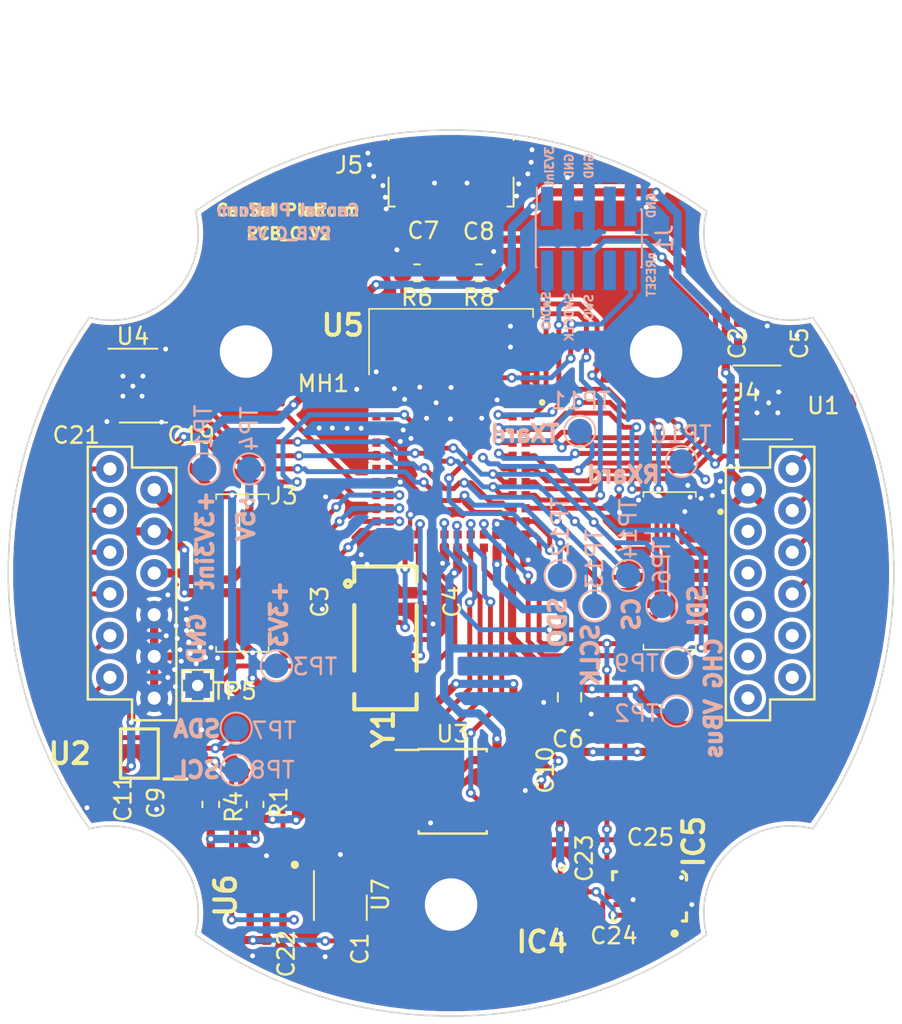
<source format=kicad_pcb>
(kicad_pcb (version 20171130) (host pcbnew "(5.1.0)-1")
  (layers (0 F.Cu signal) (31 B.Cu signal) (34 B.Paste user) (35 F.Paste user) (36 B.SilkS user) (37 F.SilkS user) (38 B.Mask user) (39 F.Mask user) (44 Edge.Cuts user))
  (net 0 "")
  (net 1 GND)
  (net 2 +BATT)
  (net 3 +3V3_Internal)
  (net 4 "Net-(C3-Pad1)")
  (net 5 "Net-(C4-Pad1)")
  (net 6 +3V3)
  (net 7 /V_SENSE_3V3)
  (net 8 /I_SENSE_5V)
  (net 9 /I_SENSE_BATT)
  (net 10 VBUS)
  (net 11 +5V)
  (net 12 /SCL)
  (net 13 /SDA)
  (net 14 /V_SENSE_5V)
  (net 15 /I_SENSE_3V3)
  (net 16 /CS)
  (net 17 /SDI)
  (net 18 /SDO)
  (net 19 /SCLK)
  (net 20 /S_GLOBO)
  (net 21 /CHG)
  (net 22 /P1)
  (net 23 /GPOUT)
  (net 24 /GPS_TX)
  (net 25 /EXT_SCLK)
  (net 26 /EXT_CS)
  (net 27 /SCL_EXT)
  (net 28 /SDA_EXT)
  (net 29 /EXT_IO0)
  (net 30 /EXT_IO1)
  (net 31 /IO_EN)
  (net 32 /I2C_EN)
  (net 33 /SPI_BUFFER_EN)
  (net 34 /RX_ARDUINO)
  (net 35 /TX_ARDUINO)
  (net 36 /EXT_MISO)
  (net 37 /EXT_MOSI)
  (net 38 "Net-(C7-Pad2)")
  (net 39 "Net-(C8-Pad2)")
  (net 40 /SWDIO)
  (net 41 /SWDCLK)
  (net 42 /SWO)
  (net 43 /nRST)
  (net 44 /S_PARACAIDAS)
  (net 45 /EXT_IO2)
  (net 46 /EXT_IO3)
  (net 47 /D+)
  (net 48 /D-)
  (net 49 /GPIO3)
  (net 50 /GPIO2)
  (net 51 /MCS)
  (net 52 /MMISO)
  (net 53 /MMOSI)
  (net 54 /MCLK)
  (net 55 /ENABLE_3V3)
  (net 56 /ENABLE_5V)
  (net 57 /IMU/ACC_INT)
  (net 58 "Net-(IC5-Pad2)")
  (net 59 "Net-(IC5-Pad5)")
  (net 60 "Net-(IC5-Pad8)")
  (net 61 /IMU/MAG_INT)
  (net 62 /IMU/GYRO_INT)
  (net 63 "Net-(IC5-Pad15)")
  (net 64 "Net-(IC5-Pad16)")
  (net 65 "Net-(IC5-Pad18)")
  (net 66 "Net-(IC5-Pad19)")
  (net 67 "Net-(J1-Pad7)")
  (net 68 "Net-(J1-Pad8)")
  (net 69 "Net-(J3-Pad30)")
  (net 70 "Net-(J3-Pad28)")
  (net 71 "Net-(J4-Pad5)")
  (net 72 "Net-(J4-Pad6)")
  (net 73 "Net-(J4-Pad8)")
  (net 74 "Net-(J4-Pad9)")
  (net 75 "Net-(J4-Pad10)")
  (net 76 "Net-(J4-Pad11)")
  (net 77 "Net-(J4-Pad12)")
  (net 78 "Net-(J5-Pad4)")
  (net 79 "Net-(U1-Pad9)")
  (net 80 "Net-(U1-Pad6)")
  (net 81 "Net-(U4-Pad6)")
  (net 82 "Net-(U4-Pad9)")
  (net 83 "Net-(U5-Pad2)")
  (net 84 "Net-(U5-Pad22)")
  (net 85 "Net-(U5-Pad36)")
  (net 86 "Net-(U5-Pad44)")
  (net 87 "Net-(U5-Pad53)")
  (net 88 "Net-(U5-Pad54)")
  (net 89 "Net-(U5-Pad56)")
  (net 90 "Net-(U5-Pad57)")
  (net 91 "Net-(U5-Pad59)")
  (net 92 "Net-(U5-Pad60)")
  (net 93 "Net-(U5-Pad61)")
  (net 94 "Net-(U5-Pad62)")
  (net 95 "Net-(U5-Pad63)")
  (net 96 "Net-(U5-Pad64)")
  (net 97 "Net-(U6-Pad3)")
  (net 98 "Net-(U6-Pad4)")
  (net 99 "Net-(U6-Pad7)")
  (net 100 "Net-(U7-Pad3)")
  (net 101 "Net-(U7-Pad4)")
  (net 102 "Net-(Y1-Pad2)")
  (net 103 "Net-(Y1-Pad3)")
  (module Connector_USB:USB_Micro-B_Molex_47346-0001 (layer F.Cu) (at 10 -14.0462 180)
    (fp_text reference J5 (at 6.2154 0.8128) (layer F.SilkS))
    (fp_text value USB_B_Micro)
    (pad 6 smd rect (at 0.84 1.2 180) (size 1.175 1.9) (layers F.Cu F.Paste F.Mask) (net 1 GND))
    (pad 6 smd rect (at -0.84 1.2 180) (size 1.175 1.9) (layers F.Cu F.Paste F.Mask) (net 1 GND))
    (pad 6 smd rect (at 2.91 1.2 180) (size 2.375 1.9) (layers F.Cu F.Paste F.Mask) (net 1 GND))
    (pad 6 smd rect (at -2.91 1.2 180) (size 2.375 1.9) (layers F.Cu F.Paste F.Mask) (net 1 GND))
    (pad 6 smd rect (at 2.4625 -1.1 180) (size 1.475 2.1) (layers F.Cu F.Paste F.Mask) (net 1 GND))
    (pad 6 smd rect (at -2.4625 -1.1 180) (size 1.475 2.1) (layers F.Cu F.Paste F.Mask) (net 1 GND))
    (pad 5 smd rect (at 1.3 -1.46 180) (size 0.45 1.38) (layers F.Cu F.Paste F.Mask) (net 1 GND))
    (pad 4 smd rect (at 0.65 -1.46 180) (size 0.45 1.38) (layers F.Cu F.Paste F.Mask) (net 78 "Net-(J5-Pad4)"))
    (pad 3 smd rect (at 0 -1.46 180) (size 0.45 1.38) (layers F.Cu F.Paste F.Mask) (net 38 "Net-(C7-Pad2)"))
    (pad 2 smd rect (at -0.65 -1.46 180) (size 0.45 1.38) (layers F.Cu F.Paste F.Mask) (net 39 "Net-(C8-Pad2)"))
    (pad 1 smd rect (at -1.3 -1.46 180) (size 0.45 1.38) (layers F.Cu F.Paste F.Mask) (net 10 VBUS))
  )
  (module AXTEC:PCB_mayor_diametro (layer F.Cu) (at 10 10)
    (fp_text reference REF** hide)
    (fp_text value PCB_mayor_diametro)
    (fp_line (start -15.499331 -19.751839) (end -15.47029 -19.925613) (layer Edge.Cuts) (width 0.1))
    (fp_line (start -15.860906 -18.576221) (end -15.792569 -18.738779) (layer Edge.Cuts) (width 0.1))
    (fp_line (start -15.417951 -20.452486) (end -15.412231 -20.629477) (layer Edge.Cuts) (width 0.1))
    (fp_line (start -15.473351 -21.518152) (end -15.503795 -21.695616) (layer Edge.Cuts) (width 0.1))
    (fp_line (start -15.449033 -21.340405) (end -15.473351 -21.518152) (layer Edge.Cuts) (width 0.1))
    (fp_line (start -15.540404 -21.87265) (end -15.583218 -22.04911) (layer Edge.Cuts) (width 0.1))
    (fp_line (start -15.44702 -20.100409) (end -15.42956 -20.276082) (layer Edge.Cuts) (width 0.1))
    (fp_line (start -15.418617 -20.984639) (end -15.430801 -21.162519) (layer Edge.Cuts) (width 0.1))
    (fp_line (start -15.620689 -19.238099) (end -15.57457 -19.407937) (layer Edge.Cuts) (width 0.1))
    (fp_line (start -15.534105 -19.579232) (end -15.499331 -19.751839) (layer Edge.Cuts) (width 0.1))
    (fp_line (start -15.41244 -20.80691) (end -15.418617 -20.984639) (layer Edge.Cuts) (width 0.1))
    (fp_line (start -15.792569 -18.738779) (end -15.729728 -18.903375) (layer Edge.Cuts) (width 0.1))
    (fp_line (start -15.42956 -20.276082) (end -15.417951 -20.452486) (layer Edge.Cuts) (width 0.1))
    (fp_line (start -15.503795 -21.695616) (end -15.540404 -21.87265) (layer Edge.Cuts) (width 0.1))
    (fp_line (start -15.57457 -19.407937) (end -15.534105 -19.579232) (layer Edge.Cuts) (width 0.1))
    (fp_line (start -15.729728 -18.903375) (end -15.672421 -19.069863) (layer Edge.Cuts) (width 0.1))
    (fp_line (start -15.430801 -21.162519) (end -15.449033 -21.340405) (layer Edge.Cuts) (width 0.1))
    (fp_line (start -15.934698 -18.415845) (end -15.860906 -18.576221) (layer Edge.Cuts) (width 0.1))
    (fp_line (start -15.412231 -20.629477) (end -15.41244 -20.80691) (layer Edge.Cuts) (width 0.1))
    (fp_line (start -15.47029 -19.925613) (end -15.44702 -20.100409) (layer Edge.Cuts) (width 0.1))
    (fp_line (start -15.672421 -19.069863) (end -15.620689 -19.238099) (layer Edge.Cuts) (width 0.1))
    (fp_line (start -1.583446 -26.953629) (end -2.636968 -26.8712) (layer Edge.Cuts) (width 0.1))
    (fp_line (start -2.636968 -26.8712) (end -3.687321 -26.747557) (layer Edge.Cuts) (width 0.1))
    (fp_line (start 5.773465 -26.376623) (end 4.733248 -26.582696) (layer Edge.Cuts) (width 0.1))
    (fp_line (start 9.851963 -25.140187) (end 8.847228 -25.511118) (layer Edge.Cuts) (width 0.1))
    (fp_line (start 13.737851 -23.244319) (end 12.788872 -23.780108) (layer Edge.Cuts) (width 0.1))
    (fp_line (start 14.669724 -22.667316) (end 13.737851 -23.244319) (layer Edge.Cuts) (width 0.1))
    (fp_line (start 10.84466 -24.728042) (end 9.851963 -25.140187) (layer Edge.Cuts) (width 0.1))
    (fp_line (start 11.824052 -24.274682) (end 10.84466 -24.728042) (layer Edge.Cuts) (width 0.1))
    (fp_line (start -11.824046 -24.274691) (end -12.788865 -23.780118) (layer Edge.Cuts) (width 0.1))
    (fp_line (start 7.831722 -25.840834) (end 6.806711 -26.129336) (layer Edge.Cuts) (width 0.1))
    (fp_line (start -10.844653 -24.72805) (end -11.824046 -24.274691) (layer Edge.Cuts) (width 0.1))
    (fp_line (start -3.687321 -26.747557) (end -4.73324 -26.5827) (layer Edge.Cuts) (width 0.1))
    (fp_line (start -9.851956 -25.140195) (end -10.844653 -24.72805) (layer Edge.Cuts) (width 0.1))
    (fp_line (start -8.84722 -25.511125) (end -9.851956 -25.140195) (layer Edge.Cuts) (width 0.1))
    (fp_line (start -7.831714 -25.84084) (end -8.84722 -25.511125) (layer Edge.Cuts) (width 0.1))
    (fp_line (start -6.806703 -26.129341) (end -7.831714 -25.84084) (layer Edge.Cuts) (width 0.1))
    (fp_line (start 8.847228 -25.511118) (end 7.831722 -25.840834) (layer Edge.Cuts) (width 0.1))
    (fp_line (start -5.773456 -26.376628) (end -6.806703 -26.129341) (layer Edge.Cuts) (width 0.1))
    (fp_line (start 0.528032 -26.994843) (end -0.528024 -26.994843) (layer Edge.Cuts) (width 0.1))
    (fp_line (start 4.733248 -26.582696) (end 3.68733 -26.747554) (layer Edge.Cuts) (width 0.1))
    (fp_line (start -0.528024 -26.994843) (end -1.583446 -26.953629) (layer Edge.Cuts) (width 0.1))
    (fp_line (start -4.73324 -26.5827) (end -5.773456 -26.376628) (layer Edge.Cuts) (width 0.1))
    (fp_line (start 2.636976 -26.871198) (end 1.583455 -26.953628) (layer Edge.Cuts) (width 0.1))
    (fp_line (start 3.68733 -26.747554) (end 2.636976 -26.871198) (layer Edge.Cuts) (width 0.1))
    (fp_line (start 15.583223 -22.049098) (end 14.669724 -22.667316) (layer Edge.Cuts) (width 0.1))
    (fp_line (start 6.806711 -26.129336) (end 5.773465 -26.376623) (layer Edge.Cuts) (width 0.1))
    (fp_line (start 1.583455 -26.953628) (end 0.528032 -26.994843) (layer Edge.Cuts) (width 0.1))
    (fp_line (start 12.788872 -23.780108) (end 11.824052 -24.274682) (layer Edge.Cuts) (width 0.1))
    (fp_line (start -12.788865 -23.780118) (end -13.737845 -23.24433) (layer Edge.Cuts) (width 0.1))
    (fp_line (start 17.949255 -16.188419) (end 18.102212 -16.098495) (layer Edge.Cuts) (width 0.1))
    (fp_line (start 16.716734 -17.228812) (end 16.837858 -17.094609) (layer Edge.Cuts) (width 0.1))
    (fp_line (start 17.651775 -16.384124) (end 17.799061 -16.283642) (layer Edge.Cuts) (width 0.1))
    (fp_line (start 17.228816 -16.71673) (end 17.366507 -16.600707) (layer Edge.Cuts) (width 0.1))
    (fp_line (start 16.837858 -17.094609) (end 16.964044 -16.96404) (layer Edge.Cuts) (width 0.1))
    (fp_line (start 15.430806 -21.162506) (end 15.418621 -20.984626) (layer Edge.Cuts) (width 0.1))
    (fp_line (start 16.600711 -17.366503) (end 16.716734 -17.228812) (layer Edge.Cuts) (width 0.1))
    (fp_line (start 16.188423 -17.949251) (end 16.283646 -17.799057) (layer Edge.Cuts) (width 0.1))
    (fp_line (start 15.934703 -18.415832) (end 16.013912 -18.257784) (layer Edge.Cuts) (width 0.1))
    (fp_line (start 15.574574 -19.407924) (end 15.620693 -19.238086) (layer Edge.Cuts) (width 0.1))
    (fp_line (start 15.540409 -21.872638) (end 15.5038 -21.695604) (layer Edge.Cuts) (width 0.1))
    (fp_line (start 15.470294 -19.9256) (end 15.499336 -19.751826) (layer Edge.Cuts) (width 0.1))
    (fp_line (start 16.098499 -18.102208) (end 16.188423 -17.949251) (layer Edge.Cuts) (width 0.1))
    (fp_line (start 15.86091 -18.576207) (end 15.934703 -18.415832) (layer Edge.Cuts) (width 0.1))
    (fp_line (start 15.583223 -22.049098) (end 15.540409 -21.872638) (layer Edge.Cuts) (width 0.1))
    (fp_line (start 15.412444 -20.806897) (end 15.412235 -20.629465) (layer Edge.Cuts) (width 0.1))
    (fp_line (start -14.669719 -22.667327) (end -15.583218 -22.04911) (layer Edge.Cuts) (width 0.1))
    (fp_line (start 15.729732 -18.903362) (end 15.792573 -18.738766) (layer Edge.Cuts) (width 0.1))
    (fp_line (start 15.447024 -20.100396) (end 15.470294 -19.9256) (layer Edge.Cuts) (width 0.1))
    (fp_line (start 18.257788 -16.013908) (end 18.415836 -15.934699) (layer Edge.Cuts) (width 0.1))
    (fp_line (start 16.964044 -16.96404) (end 17.094613 -16.837854) (layer Edge.Cuts) (width 0.1))
    (fp_line (start 15.417955 -20.452474) (end 15.429565 -20.276069) (layer Edge.Cuts) (width 0.1))
    (fp_line (start 15.499336 -19.751826) (end 15.534109 -19.579219) (layer Edge.Cuts) (width 0.1))
    (fp_line (start 17.507542 -16.489825) (end 17.651775 -16.384124) (layer Edge.Cuts) (width 0.1))
    (fp_line (start 16.489829 -17.507538) (end 16.600711 -17.366503) (layer Edge.Cuts) (width 0.1))
    (fp_line (start 16.384128 -17.651771) (end 16.489829 -17.507538) (layer Edge.Cuts) (width 0.1))
    (fp_line (start 15.672425 -19.06985) (end 15.729732 -18.903362) (layer Edge.Cuts) (width 0.1))
    (fp_line (start 15.418621 -20.984626) (end 15.412444 -20.806897) (layer Edge.Cuts) (width 0.1))
    (fp_line (start 15.412235 -20.629465) (end 15.417955 -20.452474) (layer Edge.Cuts) (width 0.1))
    (fp_line (start 17.799061 -16.283642) (end 17.949255 -16.188419) (layer Edge.Cuts) (width 0.1))
    (fp_line (start 16.283646 -17.799057) (end 16.384128 -17.651771) (layer Edge.Cuts) (width 0.1))
    (fp_line (start 15.449038 -21.340393) (end 15.430806 -21.162506) (layer Edge.Cuts) (width 0.1))
    (fp_line (start 15.473356 -21.51814) (end 15.449038 -21.340393) (layer Edge.Cuts) (width 0.1))
    (fp_line (start 17.094613 -16.837854) (end 17.228816 -16.71673) (layer Edge.Cuts) (width 0.1))
    (fp_line (start 15.534109 -19.579219) (end 15.574574 -19.407924) (layer Edge.Cuts) (width 0.1))
    (fp_line (start 17.366507 -16.600707) (end 17.507542 -16.489825) (layer Edge.Cuts) (width 0.1))
    (fp_line (start 16.013912 -18.257784) (end 16.098499 -18.102208) (layer Edge.Cuts) (width 0.1))
    (fp_line (start 15.792573 -18.738766) (end 15.86091 -18.576207) (layer Edge.Cuts) (width 0.1))
    (fp_line (start 15.620693 -19.238086) (end 15.672425 -19.06985) (layer Edge.Cuts) (width 0.1))
    (fp_line (start 15.429565 -20.276069) (end 15.447024 -20.100396) (layer Edge.Cuts) (width 0.1))
    (fp_line (start -13.737845 -23.24433) (end -14.669719 -22.667327) (layer Edge.Cuts) (width 0.1))
    (fp_line (start 15.5038 -21.695604) (end 15.473356 -21.51814) (layer Edge.Cuts) (width 0.1))
    (fp_line (start 18.73877 -15.792569) (end 18.903366 -15.729728) (layer Edge.Cuts) (width 0.1))
    (fp_line (start 18.576211 -15.860906) (end 18.73877 -15.792569) (layer Edge.Cuts) (width 0.1))
    (fp_line (start 18.415836 -15.934699) (end 18.576211 -15.860906) (layer Edge.Cuts) (width 0.1))
    (fp_line (start 18.102212 -16.098495) (end 18.257788 -16.013908) (layer Edge.Cuts) (width 0.1))
    (fp_line (start -24.274682 -11.824059) (end -24.728042 -10.844667) (layer Edge.Cuts) (width 0.1))
    (fp_line (start -26.129337 -6.806715) (end -26.376625 -5.773468) (layer Edge.Cuts) (width 0.1))
    (fp_line (start -19.407928 15.574578) (end -19.579223 15.534113) (layer Edge.Cuts) (width 0.1))
    (fp_line (start -19.75183 15.49934) (end -19.925604 15.470298) (layer Edge.Cuts) (width 0.1))
    (fp_line (start -21.16251 15.43081) (end -21.340397 15.449042) (layer Edge.Cuts) (width 0.1))
    (fp_line (start -26.376625 -5.773468) (end -26.582697 -4.733251) (layer Edge.Cuts) (width 0.1))
    (fp_line (start -22.049096 -15.583232) (end -22.667314 -14.669733) (layer Edge.Cuts) (width 0.1))
    (fp_line (start -23.780107 -12.788879) (end -24.274682 -11.824059) (layer Edge.Cuts) (width 0.1))
    (fp_line (start -21.340397 15.449042) (end -21.518144 15.47336) (layer Edge.Cuts) (width 0.1))
    (fp_line (start -19.579223 15.534113) (end -19.75183 15.49934) (layer Edge.Cuts) (width 0.1))
    (fp_line (start -22.667314 -14.669733) (end -23.244318 -13.737859) (layer Edge.Cuts) (width 0.1))
    (fp_line (start -26.12934 6.806708) (end -25.840838 7.831719) (layer Edge.Cuts) (width 0.1))
    (fp_line (start -26.871201 2.63697) (end -26.747557 3.687324) (layer Edge.Cuts) (width 0.1))
    (fp_line (start -26.953629 -1.583455) (end -26.994844 -0.528032) (layer Edge.Cuts) (width 0.1))
    (fp_line (start -21.872642 15.540413) (end -22.049102 15.583227) (layer Edge.Cuts) (width 0.1))
    (fp_line (start -26.582697 -4.733251) (end -26.747556 -3.687332) (layer Edge.Cuts) (width 0.1))
    (fp_line (start -23.244318 -13.737859) (end -23.780107 -12.788879) (layer Edge.Cuts) (width 0.1))
    (fp_line (start -20.452478 15.417959) (end -20.629469 15.412239) (layer Edge.Cuts) (width 0.1))
    (fp_line (start -19.069854 15.672429) (end -19.23809 15.620697) (layer Edge.Cuts) (width 0.1))
    (fp_line (start -25.140188 -9.851969) (end -25.511119 -8.847233) (layer Edge.Cuts) (width 0.1))
    (fp_line (start -24.728042 -10.844667) (end -25.140188 -9.851969) (layer Edge.Cuts) (width 0.1))
    (fp_line (start -18.576211 15.860914) (end -18.73877 15.792577) (layer Edge.Cuts) (width 0.1))
    (fp_line (start -20.276073 15.429569) (end -20.452478 15.417959) (layer Edge.Cuts) (width 0.1))
    (fp_line (start -21.695608 15.503804) (end -21.872642 15.540413) (layer Edge.Cuts) (width 0.1))
    (fp_line (start -25.511119 -8.847233) (end -25.840835 -7.831726) (layer Edge.Cuts) (width 0.1))
    (fp_line (start -20.629469 15.412239) (end -20.806901 15.412448) (layer Edge.Cuts) (width 0.1))
    (fp_line (start -20.806901 15.412448) (end -20.98463 15.418625) (layer Edge.Cuts) (width 0.1))
    (fp_line (start -18.73877 15.792577) (end -18.903366 15.729736) (layer Edge.Cuts) (width 0.1))
    (fp_line (start -26.95363 1.583448) (end -26.871201 2.63697) (layer Edge.Cuts) (width 0.1))
    (fp_line (start -25.140191 9.851962) (end -24.728046 10.84466) (layer Edge.Cuts) (width 0.1))
    (fp_line (start -25.840838 7.831719) (end -25.511122 8.847226) (layer Edge.Cuts) (width 0.1))
    (fp_line (start -19.23809 15.620697) (end -19.407928 15.574578) (layer Edge.Cuts) (width 0.1))
    (fp_line (start -18.903366 15.729736) (end -19.069854 15.672429) (layer Edge.Cuts) (width 0.1))
    (fp_line (start -26.8712 -2.636977) (end -26.953629 -1.583455) (layer Edge.Cuts) (width 0.1))
    (fp_line (start -26.582699 4.733244) (end -26.376627 5.773461) (layer Edge.Cuts) (width 0.1))
    (fp_line (start -25.840835 -7.831726) (end -26.129337 -6.806715) (layer Edge.Cuts) (width 0.1))
    (fp_line (start -20.98463 15.418625) (end -21.16251 15.43081) (layer Edge.Cuts) (width 0.1))
    (fp_line (start -19.925604 15.470298) (end -20.1004 15.447028) (layer Edge.Cuts) (width 0.1))
    (fp_line (start -26.376627 5.773461) (end -26.12934 6.806708) (layer Edge.Cuts) (width 0.1))
    (fp_line (start -26.994844 0.528025) (end -26.95363 1.583448) (layer Edge.Cuts) (width 0.1))
    (fp_line (start -21.518144 15.47336) (end -21.695608 15.503804) (layer Edge.Cuts) (width 0.1))
    (fp_line (start -25.511122 8.847226) (end -25.140191 9.851962) (layer Edge.Cuts) (width 0.1))
    (fp_line (start -26.747557 3.687324) (end -26.582699 4.733244) (layer Edge.Cuts) (width 0.1))
    (fp_line (start -20.1004 15.447028) (end -20.276073 15.429569) (layer Edge.Cuts) (width 0.1))
    (fp_line (start -26.994844 -0.528032) (end -26.994844 0.528025) (layer Edge.Cuts) (width 0.1))
    (fp_line (start -26.747556 -3.687332) (end -26.8712 -2.636977) (layer Edge.Cuts) (width 0.1))
    (fp_line (start -16.013908 -18.257797) (end -15.934698 -18.415845) (layer Edge.Cuts) (width 0.1))
    (fp_line (start -19.069849 -15.672436) (end -18.903361 -15.729742) (layer Edge.Cuts) (width 0.1))
    (fp_line (start -16.098495 -18.102222) (end -16.013908 -18.257797) (layer Edge.Cuts) (width 0.1))
    (fp_line (start -16.188419 -17.949265) (end -16.098495 -18.102222) (layer Edge.Cuts) (width 0.1))
    (fp_line (start -19.238085 -15.620704) (end -19.069849 -15.672436) (layer Edge.Cuts) (width 0.1))
    (fp_line (start -19.579218 -15.534119) (end -19.407923 -15.574585) (layer Edge.Cuts) (width 0.1))
    (fp_line (start -17.094609 -16.837868) (end -16.96404 -16.964054) (layer Edge.Cuts) (width 0.1))
    (fp_line (start -16.283642 -17.79907) (end -16.188419 -17.949265) (layer Edge.Cuts) (width 0.1))
    (fp_line (start -16.384124 -17.651784) (end -16.283642 -17.79907) (layer Edge.Cuts) (width 0.1))
    (fp_line (start -21.340391 -15.449047) (end -21.162504 -15.430816) (layer Edge.Cuts) (width 0.1))
    (fp_line (start -23.780112 12.788873) (end -23.244323 13.737854) (layer Edge.Cuts) (width 0.1))
    (fp_line (start -16.489825 -17.507551) (end -16.384124 -17.651784) (layer Edge.Cuts) (width 0.1))
    (fp_line (start -20.629463 -15.412246) (end -20.452472 -15.417966) (layer Edge.Cuts) (width 0.1))
    (fp_line (start -16.71673 -17.228826) (end -16.600707 -17.366517) (layer Edge.Cuts) (width 0.1))
    (fp_line (start -16.837854 -17.094623) (end -16.71673 -17.228826) (layer Edge.Cuts) (width 0.1))
    (fp_line (start -21.872636 -15.540418) (end -21.695602 -15.503809) (layer Edge.Cuts) (width 0.1))
    (fp_line (start -24.728046 10.84466) (end -24.274687 11.824053) (layer Edge.Cuts) (width 0.1))
    (fp_line (start -19.407923 -15.574585) (end -19.238085 -15.620704) (layer Edge.Cuts) (width 0.1))
    (fp_line (start -21.695602 -15.503809) (end -21.518138 -15.473365) (layer Edge.Cuts) (width 0.1))
    (fp_line (start -20.452472 -15.417966) (end -20.276068 -15.429575) (layer Edge.Cuts) (width 0.1))
    (fp_line (start -16.96404 -16.964054) (end -16.837854 -17.094623) (layer Edge.Cuts) (width 0.1))
    (fp_line (start -17.507537 -16.48984) (end -17.366503 -16.600721) (layer Edge.Cuts) (width 0.1))
    (fp_line (start -17.799056 -16.283656) (end -17.65177 -16.384138) (layer Edge.Cuts) (width 0.1))
    (fp_line (start -17.366503 -16.600721) (end -17.228812 -16.716744) (layer Edge.Cuts) (width 0.1))
    (fp_line (start -21.162504 -15.430816) (end -20.984624 -15.418631) (layer Edge.Cuts) (width 0.1))
    (fp_line (start -17.228812 -16.716744) (end -17.094609 -16.837868) (layer Edge.Cuts) (width 0.1))
    (fp_line (start -22.66732 14.669727) (end -22.049102 15.583227) (layer Edge.Cuts) (width 0.1))
    (fp_line (start -17.94925 -16.188434) (end -17.799056 -16.283656) (layer Edge.Cuts) (width 0.1))
    (fp_line (start -18.257783 -16.013923) (end -18.102208 -16.098509) (layer Edge.Cuts) (width 0.1))
    (fp_line (start -18.576206 -15.86092) (end -18.415831 -15.934713) (layer Edge.Cuts) (width 0.1))
    (fp_line (start -21.518138 -15.473365) (end -21.340391 -15.449047) (layer Edge.Cuts) (width 0.1))
    (fp_line (start -19.925599 -15.470305) (end -19.751825 -15.499346) (layer Edge.Cuts) (width 0.1))
    (fp_line (start -20.806895 -15.412454) (end -20.629463 -15.412246) (layer Edge.Cuts) (width 0.1))
    (fp_line (start -24.274687 11.824053) (end -23.780112 12.788873) (layer Edge.Cuts) (width 0.1))
    (fp_line (start -19.751825 -15.499346) (end -19.579218 -15.534119) (layer Edge.Cuts) (width 0.1))
    (fp_line (start -18.738765 -15.792584) (end -18.576206 -15.86092) (layer Edge.Cuts) (width 0.1))
    (fp_line (start -17.65177 -16.384138) (end -17.507537 -16.48984) (layer Edge.Cuts) (width 0.1))
    (fp_line (start -18.415831 -15.934713) (end -18.257783 -16.013923) (layer Edge.Cuts) (width 0.1))
    (fp_line (start -18.903361 -15.729742) (end -18.738765 -15.792584) (layer Edge.Cuts) (width 0.1))
    (fp_line (start -20.276068 -15.429575) (end -20.100395 -15.447035) (layer Edge.Cuts) (width 0.1))
    (fp_line (start -22.049096 -15.583232) (end -21.872636 -15.540418) (layer Edge.Cuts) (width 0.1))
    (fp_line (start -23.244323 13.737854) (end -22.66732 14.669727) (layer Edge.Cuts) (width 0.1))
    (fp_line (start -20.984624 -15.418631) (end -20.806895 -15.412454) (layer Edge.Cuts) (width 0.1))
    (fp_line (start -16.600707 -17.366517) (end -16.489825 -17.507551) (layer Edge.Cuts) (width 0.1))
    (fp_line (start -18.102208 -16.098509) (end -17.94925 -16.188434) (layer Edge.Cuts) (width 0.1))
    (fp_line (start -20.100395 -15.447035) (end -19.925599 -15.470305) (layer Edge.Cuts) (width 0.1))
    (fp_line (start -18.102212 16.098503) (end -18.257788 16.013916) (layer Edge.Cuts) (width 0.1))
    (fp_line (start -15.620693 19.238094) (end -15.672425 19.069858) (layer Edge.Cuts) (width 0.1))
    (fp_line (start -17.799061 16.28365) (end -17.949255 16.188427) (layer Edge.Cuts) (width 0.1))
    (fp_line (start -16.964044 16.964048) (end -17.094613 16.837862) (layer Edge.Cuts) (width 0.1))
    (fp_line (start -15.729732 18.90337) (end -15.792573 18.738774) (layer Edge.Cuts) (width 0.1))
    (fp_line (start -17.651775 16.384132) (end -17.799061 16.28365) (layer Edge.Cuts) (width 0.1))
    (fp_line (start -16.600711 17.366511) (end -16.716734 17.22882) (layer Edge.Cuts) (width 0.1))
    (fp_line (start -15.86091 18.576215) (end -15.934703 18.41584) (layer Edge.Cuts) (width 0.1))
    (fp_line (start -17.366507 16.600715) (end -17.507542 16.489833) (layer Edge.Cuts) (width 0.1))
    (fp_line (start -16.489829 17.507546) (end -16.600711 17.366511) (layer Edge.Cuts) (width 0.1))
    (fp_line (start -16.013912 18.257792) (end -16.098499 18.102216) (layer Edge.Cuts) (width 0.1))
    (fp_line (start -16.098499 18.102216) (end -16.188423 17.949259) (layer Edge.Cuts) (width 0.1))
    (fp_line (start -15.574574 19.407932) (end -15.620693 19.238094) (layer Edge.Cuts) (width 0.1))
    (fp_line (start -17.094613 16.837862) (end -17.228816 16.716738) (layer Edge.Cuts) (width 0.1))
    (fp_line (start -16.283646 17.799065) (end -16.384128 17.651779) (layer Edge.Cuts) (width 0.1))
    (fp_line (start -16.384128 17.651779) (end -16.489829 17.507546) (layer Edge.Cuts) (width 0.1))
    (fp_line (start -15.672425 19.069858) (end -15.729732 18.90337) (layer Edge.Cuts) (width 0.1))
    (fp_line (start -15.534109 19.579227) (end -15.574574 19.407932) (layer Edge.Cuts) (width 0.1))
    (fp_line (start -16.188423 17.949259) (end -16.283646 17.799065) (layer Edge.Cuts) (width 0.1))
    (fp_line (start -15.934703 18.41584) (end -16.013912 18.257792) (layer Edge.Cuts) (width 0.1))
    (fp_line (start -17.507542 16.489833) (end -17.651775 16.384132) (layer Edge.Cuts) (width 0.1))
    (fp_line (start -16.716734 17.22882) (end -16.837858 17.094617) (layer Edge.Cuts) (width 0.1))
    (fp_line (start -18.415836 15.934707) (end -18.576211 15.860914) (layer Edge.Cuts) (width 0.1))
    (fp_line (start -17.949255 16.188427) (end -18.102212 16.098503) (layer Edge.Cuts) (width 0.1))
    (fp_line (start -18.257788 16.013916) (end -18.415836 15.934707) (layer Edge.Cuts) (width 0.1))
    (fp_line (start -17.228816 16.716738) (end -17.366507 16.600715) (layer Edge.Cuts) (width 0.1))
    (fp_line (start -16.837858 17.094617) (end -16.964044 16.964048) (layer Edge.Cuts) (width 0.1))
    (fp_line (start -15.792573 18.738774) (end -15.86091 18.576215) (layer Edge.Cuts) (width 0.1))
    (fp_line (start 3.687336 26.74756) (end 4.733255 26.582701) (layer Edge.Cuts) (width 0.1))
    (fp_line (start -15.412444 20.806905) (end -15.412235 20.629473) (layer Edge.Cuts) (width 0.1))
    (fp_line (start -10.844656 24.72805) (end -9.851958 25.140195) (layer Edge.Cuts) (width 0.1))
    (fp_line (start 13.737863 23.244322) (end 14.669737 22.667318) (layer Edge.Cuts) (width 0.1))
    (fp_line (start 5.773472 26.376629) (end 6.806719 26.129341) (layer Edge.Cuts) (width 0.1))
    (fp_line (start -15.418621 20.984634) (end -15.412444 20.806905) (layer Edge.Cuts) (width 0.1))
    (fp_line (start -15.430806 21.162514) (end -15.418621 20.984634) (layer Edge.Cuts) (width 0.1))
    (fp_line (start -15.583223 22.049106) (end -15.540409 21.872646) (layer Edge.Cuts) (width 0.1))
    (fp_line (start 14.669737 22.667318) (end 15.583236 22.0491) (layer Edge.Cuts) (width 0.1))
    (fp_line (start -8.847222 25.511126) (end -7.831715 25.840842) (layer Edge.Cuts) (width 0.1))
    (fp_line (start 4.733255 26.582701) (end 5.773472 26.376629) (layer Edge.Cuts) (width 0.1))
    (fp_line (start 1.583459 26.953633) (end 2.636981 26.871204) (layer Edge.Cuts) (width 0.1))
    (fp_line (start 15.473369 21.518142) (end 15.503813 21.695606) (layer Edge.Cuts) (width 0.1))
    (fp_line (start 15.792588 18.738769) (end 15.729746 18.903365) (layer Edge.Cuts) (width 0.1))
    (fp_line (start 15.534123 19.579222) (end 15.49935 19.751829) (layer Edge.Cuts) (width 0.1))
    (fp_line (start 15.620708 19.238089) (end 15.574589 19.407927) (layer Edge.Cuts) (width 0.1))
    (fp_line (start 15.41225 20.629467) (end 15.412458 20.806899) (layer Edge.Cuts) (width 0.1))
    (fp_line (start -15.473356 21.518148) (end -15.449038 21.340401) (layer Edge.Cuts) (width 0.1))
    (fp_line (start 15.41797 20.452476) (end 15.41225 20.629467) (layer Edge.Cuts) (width 0.1))
    (fp_line (start -6.806704 26.129344) (end -5.773457 26.376631) (layer Edge.Cuts) (width 0.1))
    (fp_line (start -15.412235 20.629473) (end -15.417955 20.452482) (layer Edge.Cuts) (width 0.1))
    (fp_line (start 15.418635 20.984628) (end 15.43082 21.162508) (layer Edge.Cuts) (width 0.1))
    (fp_line (start 7.83173 25.840839) (end 8.847237 25.511123) (layer Edge.Cuts) (width 0.1))
    (fp_line (start -4.73324 26.582703) (end -3.68732 26.747561) (layer Edge.Cuts) (width 0.1))
    (fp_line (start -13.73785 23.244327) (end -12.788869 23.780116) (layer Edge.Cuts) (width 0.1))
    (fp_line (start 15.43082 21.162508) (end 15.449051 21.340395) (layer Edge.Cuts) (width 0.1))
    (fp_line (start 15.447039 20.100399) (end 15.429579 20.276072) (layer Edge.Cuts) (width 0.1))
    (fp_line (start -15.449038 21.340401) (end -15.430806 21.162514) (layer Edge.Cuts) (width 0.1))
    (fp_line (start -11.824049 24.274691) (end -10.844656 24.72805) (layer Edge.Cuts) (width 0.1))
    (fp_line (start 8.847237 25.511123) (end 9.851973 25.140192) (layer Edge.Cuts) (width 0.1))
    (fp_line (start 0.528036 26.994848) (end 1.583459 26.953633) (layer Edge.Cuts) (width 0.1))
    (fp_line (start -3.68732 26.747561) (end -2.636966 26.871205) (layer Edge.Cuts) (width 0.1))
    (fp_line (start -15.5038 21.695612) (end -15.473356 21.518148) (layer Edge.Cuts) (width 0.1))
    (fp_line (start 15.503813 21.695606) (end 15.540422 21.87264) (layer Edge.Cuts) (width 0.1))
    (fp_line (start -1.583444 26.953634) (end -0.528021 26.994848) (layer Edge.Cuts) (width 0.1))
    (fp_line (start -15.583223 22.049106) (end -14.669723 22.667324) (layer Edge.Cuts) (width 0.1))
    (fp_line (start 15.470309 19.925603) (end 15.447039 20.100399) (layer Edge.Cuts) (width 0.1))
    (fp_line (start -15.540409 21.872646) (end -15.5038 21.695612) (layer Edge.Cuts) (width 0.1))
    (fp_line (start -9.851958 25.140195) (end -8.847222 25.511126) (layer Edge.Cuts) (width 0.1))
    (fp_line (start 12.788883 23.780111) (end 13.737863 23.244322) (layer Edge.Cuts) (width 0.1))
    (fp_line (start -12.788869 23.780116) (end -11.824049 24.274691) (layer Edge.Cuts) (width 0.1))
    (fp_line (start -0.528021 26.994848) (end 0.528036 26.994848) (layer Edge.Cuts) (width 0.1))
    (fp_line (start 15.449051 21.340395) (end 15.473369 21.518142) (layer Edge.Cuts) (width 0.1))
    (fp_line (start -2.636966 26.871205) (end -1.583444 26.953634) (layer Edge.Cuts) (width 0.1))
    (fp_line (start -14.669723 22.667324) (end -13.73785 23.244327) (layer Edge.Cuts) (width 0.1))
    (fp_line (start -5.773457 26.376631) (end -4.73324 26.582703) (layer Edge.Cuts) (width 0.1))
    (fp_line (start 15.574589 19.407927) (end 15.534123 19.579222) (layer Edge.Cuts) (width 0.1))
    (fp_line (start 10.844671 24.728046) (end 11.824063 24.274686) (layer Edge.Cuts) (width 0.1))
    (fp_line (start -15.499336 19.751834) (end -15.534109 19.579227) (layer Edge.Cuts) (width 0.1))
    (fp_line (start 6.806719 26.129341) (end 7.83173 25.840839) (layer Edge.Cuts) (width 0.1))
    (fp_line (start 2.636981 26.871204) (end 3.687336 26.74756) (layer Edge.Cuts) (width 0.1))
    (fp_line (start -15.470294 19.925608) (end -15.499336 19.751834) (layer Edge.Cuts) (width 0.1))
    (fp_line (start -15.447024 20.100404) (end -15.470294 19.925608) (layer Edge.Cuts) (width 0.1))
    (fp_line (start 9.851973 25.140192) (end 10.844671 24.728046) (layer Edge.Cuts) (width 0.1))
    (fp_line (start 11.824063 24.274686) (end 12.788883 23.780111) (layer Edge.Cuts) (width 0.1))
    (fp_line (start 15.412458 20.806899) (end 15.418635 20.984628) (layer Edge.Cuts) (width 0.1))
    (fp_line (start 15.429579 20.276072) (end 15.41797 20.452476) (layer Edge.Cuts) (width 0.1))
    (fp_line (start 15.49935 19.751829) (end 15.470309 19.925603) (layer Edge.Cuts) (width 0.1))
    (fp_line (start 15.540422 21.87264) (end 15.583236 22.0491) (layer Edge.Cuts) (width 0.1))
    (fp_line (start -15.429565 20.276077) (end -15.447024 20.100404) (layer Edge.Cuts) (width 0.1))
    (fp_line (start 15.67244 19.069853) (end 15.620708 19.238089) (layer Edge.Cuts) (width 0.1))
    (fp_line (start 15.729746 18.903365) (end 15.67244 19.069853) (layer Edge.Cuts) (width 0.1))
    (fp_line (start -7.831715 25.840842) (end -6.806704 26.129344) (layer Edge.Cuts) (width 0.1))
    (fp_line (start -15.417955 20.452482) (end -15.429565 20.276077) (layer Edge.Cuts) (width 0.1))
    (fp_line (start 16.098513 18.102212) (end 16.013927 18.257787) (layer Edge.Cuts) (width 0.1))
    (fp_line (start 16.489844 17.507541) (end 16.384142 17.651774) (layer Edge.Cuts) (width 0.1))
    (fp_line (start 16.600725 17.366507) (end 16.489844 17.507541) (layer Edge.Cuts) (width 0.1))
    (fp_line (start 16.716748 17.228816) (end 16.600725 17.366507) (layer Edge.Cuts) (width 0.1))
    (fp_line (start 16.964058 16.964044) (end 16.837872 17.094613) (layer Edge.Cuts) (width 0.1))
    (fp_line (start 18.257801 16.013912) (end 18.102226 16.098499) (layer Edge.Cuts) (width 0.1))
    (fp_line (start 18.738783 15.792573) (end 18.576225 15.86091) (layer Edge.Cuts) (width 0.1))
    (fp_line (start 17.366521 16.600711) (end 17.22883 16.716734) (layer Edge.Cuts) (width 0.1))
    (fp_line (start 17.507555 16.489829) (end 17.366521 16.600711) (layer Edge.Cuts) (width 0.1))
    (fp_line (start 17.094627 16.837858) (end 16.964058 16.964044) (layer Edge.Cuts) (width 0.1))
    (fp_line (start 17.799074 16.283646) (end 17.651788 16.384128) (layer Edge.Cuts) (width 0.1))
    (fp_line (start 18.903379 15.729732) (end 18.738783 15.792573) (layer Edge.Cuts) (width 0.1))
    (fp_line (start 19.238103 15.620693) (end 19.069867 15.672425) (layer Edge.Cuts) (width 0.1))
    (fp_line (start 18.576225 15.86091) (end 18.415849 15.934702) (layer Edge.Cuts) (width 0.1))
    (fp_line (start 16.013927 18.257787) (end 15.934717 18.415835) (layer Edge.Cuts) (width 0.1))
    (fp_line (start 16.188438 17.949254) (end 16.098513 18.102212) (layer Edge.Cuts) (width 0.1))
    (fp_line (start 17.949269 16.188423) (end 17.799074 16.283646) (layer Edge.Cuts) (width 0.1))
    (fp_line (start 19.407941 15.574574) (end 19.238103 15.620693) (layer Edge.Cuts) (width 0.1))
    (fp_line (start 16.28366 17.79906) (end 16.188438 17.949254) (layer Edge.Cuts) (width 0.1))
    (fp_line (start 16.384142 17.651774) (end 16.28366 17.79906) (layer Edge.Cuts) (width 0.1))
    (fp_line (start 18.415849 15.934702) (end 18.257801 16.013912) (layer Edge.Cuts) (width 0.1))
    (fp_line (start 16.837872 17.094613) (end 16.716748 17.228816) (layer Edge.Cuts) (width 0.1))
    (fp_line (start 17.22883 16.716734) (end 17.094627 16.837858) (layer Edge.Cuts) (width 0.1))
    (fp_line (start 17.651788 16.384128) (end 17.507555 16.489829) (layer Edge.Cuts) (width 0.1))
    (fp_line (start 18.102226 16.098499) (end 17.949269 16.188423) (layer Edge.Cuts) (width 0.1))
    (fp_line (start 19.069867 15.672425) (end 18.903379 15.729732) (layer Edge.Cuts) (width 0.1))
    (fp_line (start 15.860924 18.57621) (end 15.792588 18.738769) (layer Edge.Cuts) (width 0.1))
    (fp_line (start 15.934717 18.415835) (end 15.860924 18.57621) (layer Edge.Cuts) (width 0.1))
    (fp_line (start 19.751843 15.499335) (end 19.579236 15.534109) (layer Edge.Cuts) (width 0.1))
    (fp_line (start 19.925617 15.470294) (end 19.751843 15.499335) (layer Edge.Cuts) (width 0.1))
    (fp_line (start 20.100413 15.447024) (end 19.925617 15.470294) (layer Edge.Cuts) (width 0.1))
    (fp_line (start 20.98463 -15.418617) (end 21.16251 -15.430802) (layer Edge.Cuts) (width 0.1))
    (fp_line (start 20.276086 15.429564) (end 20.100413 15.447024) (layer Edge.Cuts) (width 0.1))
    (fp_line (start 20.45249 15.417955) (end 20.276086 15.429564) (layer Edge.Cuts) (width 0.1))
    (fp_line (start 23.244334 13.737849) (end 23.780122 12.788869) (layer Edge.Cuts) (width 0.1))
    (fp_line (start 26.747558 -3.687326) (end 26.5827 -4.733244) (layer Edge.Cuts) (width 0.1))
    (fp_line (start 20.452478 -15.417951) (end 20.629469 -15.412231) (layer Edge.Cuts) (width 0.1))
    (fp_line (start 20.806901 -15.41244) (end 20.98463 -15.418617) (layer Edge.Cuts) (width 0.1))
    (fp_line (start 25.140191 -9.851959) (end 24.728046 -10.844656) (layer Edge.Cuts) (width 0.1))
    (fp_line (start 23.780122 12.788869) (end 24.274695 11.82405) (layer Edge.Cuts) (width 0.1))
    (fp_line (start 20.629481 15.412235) (end 20.45249 15.417955) (layer Edge.Cuts) (width 0.1))
    (fp_line (start 20.806914 15.412444) (end 20.629481 15.412235) (layer Edge.Cuts) (width 0.1))
    (fp_line (start 21.162523 15.430805) (end 20.984643 15.418621) (layer Edge.Cuts) (width 0.1))
    (fp_line (start 21.69562 15.503799) (end 21.518156 15.473355) (layer Edge.Cuts) (width 0.1))
    (fp_line (start 24.274686 -11.824048) (end 23.780112 -12.788868) (layer Edge.Cuts) (width 0.1))
    (fp_line (start 19.407928 -15.57457) (end 19.579223 -15.534105) (layer Edge.Cuts) (width 0.1))
    (fp_line (start 26.376632 5.77346) (end 26.582704 4.733244) (layer Edge.Cuts) (width 0.1))
    (fp_line (start 25.140199 9.85196) (end 25.511129 8.847224) (layer Edge.Cuts) (width 0.1))
    (fp_line (start 26.953632 -1.583451) (end 26.871202 -2.636972) (layer Edge.Cuts) (width 0.1))
    (fp_line (start 23.780112 -12.788868) (end 23.244323 -13.737847) (layer Edge.Cuts) (width 0.1))
    (fp_line (start 25.840838 -7.831718) (end 25.511122 -8.847224) (layer Edge.Cuts) (width 0.1))
    (fp_line (start 24.728046 -10.844656) (end 24.274686 -11.824048) (layer Edge.Cuts) (width 0.1))
    (fp_line (start 26.376627 -5.773461) (end 26.12934 -6.806707) (layer Edge.Cuts) (width 0.1))
    (fp_line (start 26.5827 -4.733244) (end 26.376627 -5.773461) (layer Edge.Cuts) (width 0.1))
    (fp_line (start 19.579223 -15.534105) (end 19.75183 -15.499332) (layer Edge.Cuts) (width 0.1))
    (fp_line (start 20.629469 -15.412231) (end 20.806901 -15.41244) (layer Edge.Cuts) (width 0.1))
    (fp_line (start 26.994847 -0.528028) (end 26.953632 -1.583451) (layer Edge.Cuts) (width 0.1))
    (fp_line (start 26.994847 0.528028) (end 26.994847 -0.528028) (layer Edge.Cuts) (width 0.1))
    (fp_line (start 26.871202 -2.636972) (end 26.747558 -3.687326) (layer Edge.Cuts) (width 0.1))
    (fp_line (start 26.871204 2.636972) (end 26.953633 1.58345) (layer Edge.Cuts) (width 0.1))
    (fp_line (start 24.728054 10.844657) (end 25.140199 9.85196) (layer Edge.Cuts) (width 0.1))
    (fp_line (start 18.903366 -15.729728) (end 19.069854 -15.672421) (layer Edge.Cuts) (width 0.1))
    (fp_line (start 20.984643 15.418621) (end 20.806914 15.412444) (layer Edge.Cuts) (width 0.1))
    (fp_line (start 21.872654 15.540408) (end 21.69562 15.503799) (layer Edge.Cuts) (width 0.1))
    (fp_line (start 22.049114 15.583222) (end 21.872654 15.540408) (layer Edge.Cuts) (width 0.1))
    (fp_line (start 22.049114 15.583222) (end 22.667331 14.669723) (layer Edge.Cuts) (width 0.1))
    (fp_line (start 25.511129 8.847224) (end 25.840844 7.831718) (layer Edge.Cuts) (width 0.1))
    (fp_line (start 21.340409 15.449037) (end 21.162523 15.430805) (layer Edge.Cuts) (width 0.1))
    (fp_line (start 21.518156 15.473355) (end 21.340409 15.449037) (layer Edge.Cuts) (width 0.1))
    (fp_line (start 22.66732 -14.66972) (end 22.049102 -15.583219) (layer Edge.Cuts) (width 0.1))
    (fp_line (start 23.244323 -13.737847) (end 22.66732 -14.66972) (layer Edge.Cuts) (width 0.1))
    (fp_line (start 26.747561 3.687325) (end 26.871204 2.636972) (layer Edge.Cuts) (width 0.1))
    (fp_line (start 26.582704 4.733244) (end 26.747561 3.687325) (layer Edge.Cuts) (width 0.1))
    (fp_line (start 19.23809 -15.620689) (end 19.407928 -15.57457) (layer Edge.Cuts) (width 0.1))
    (fp_line (start 21.872642 -15.540405) (end 22.049102 -15.583219) (layer Edge.Cuts) (width 0.1))
    (fp_line (start 20.1004 -15.44702) (end 20.276073 -15.429561) (layer Edge.Cuts) (width 0.1))
    (fp_line (start 21.518144 -15.473352) (end 21.695608 -15.503796) (layer Edge.Cuts) (width 0.1))
    (fp_line (start 20.276073 -15.429561) (end 20.452478 -15.417951) (layer Edge.Cuts) (width 0.1))
    (fp_line (start 21.340397 -15.449034) (end 21.518144 -15.473352) (layer Edge.Cuts) (width 0.1))
    (fp_line (start 25.511122 -8.847224) (end 25.140191 -9.851959) (layer Edge.Cuts) (width 0.1))
    (fp_line (start 22.667331 14.669723) (end 23.244334 13.737849) (layer Edge.Cuts) (width 0.1))
    (fp_line (start 26.12934 -6.806707) (end 25.840838 -7.831718) (layer Edge.Cuts) (width 0.1))
    (fp_line (start 26.953633 1.58345) (end 26.994847 0.528028) (layer Edge.Cuts) (width 0.1))
    (fp_line (start 19.75183 -15.499332) (end 19.925604 -15.47029) (layer Edge.Cuts) (width 0.1))
    (fp_line (start 24.274695 11.82405) (end 24.728054 10.844657) (layer Edge.Cuts) (width 0.1))
    (fp_line (start 21.695608 -15.503796) (end 21.872642 -15.540405) (layer Edge.Cuts) (width 0.1))
    (fp_line (start 19.069854 -15.672421) (end 19.23809 -15.620689) (layer Edge.Cuts) (width 0.1))
    (fp_line (start 25.840844 7.831718) (end 26.129345 6.806707) (layer Edge.Cuts) (width 0.1))
    (fp_line (start 21.16251 -15.430802) (end 21.340397 -15.449034) (layer Edge.Cuts) (width 0.1))
    (fp_line (start 19.579236 15.534109) (end 19.407941 15.574574) (layer Edge.Cuts) (width 0.1))
    (fp_line (start 26.129345 6.806707) (end 26.376632 5.77346) (layer Edge.Cuts) (width 0.1))
    (fp_line (start 19.925604 -15.47029) (end 20.1004 -15.44702) (layer Edge.Cuts) (width 0.1))
  )
  (module Package_SO:SOIC-8_3.9x4.9mm_P1.27mm (layer F.Cu) (at 10.1 23.3)
    (fp_text reference U3 (at 0 -3.5) (layer F.SilkS))
    (fp_text value W25Q32JVSSIQ)
    (pad 1 smd rect (at -2.7 -1.905) (size 1.55 0.6) (layers F.Cu F.Paste F.Mask) (net 51 /MCS))
    (pad 2 smd rect (at -2.7 -0.635) (size 1.55 0.6) (layers F.Cu F.Paste F.Mask) (net 52 /MMISO))
    (pad 3 smd rect (at -2.7 0.635) (size 1.55 0.6) (layers F.Cu F.Paste F.Mask) (net 3 +3V3_Internal))
    (pad 4 smd rect (at -2.7 1.905) (size 1.55 0.6) (layers F.Cu F.Paste F.Mask) (net 1 GND))
    (pad 5 smd rect (at 2.7 1.905) (size 1.55 0.6) (layers F.Cu F.Paste F.Mask) (net 53 /MMOSI))
    (pad 6 smd rect (at 2.7 0.635) (size 1.55 0.6) (layers F.Cu F.Paste F.Mask) (net 54 /MCLK))
    (pad 7 smd rect (at 2.7 -0.635) (size 1.55 0.6) (layers F.Cu F.Paste F.Mask) (net 3 +3V3_Internal))
    (pad 8 smd rect (at 2.7 -1.905) (size 1.55 0.6) (layers F.Cu F.Paste F.Mask) (net 3 +3V3_Internal))
  )
  (module AXTEC:Empty_Footprint (layer F.Cu) (at 24.0084 -23.5752)
    (fp_text reference M1 hide)
    (fp_text value Spacer hide)
  )
  (module AXTEC:Empty_Footprint (layer F.Cu) (at 23.5084 -23.5752)
    (fp_text reference M2 hide)
    (fp_text value Spacer hide)
  )
  (module AXTEC:Empty_Footprint (layer F.Cu) (at 23.0084 -23.5752)
    (fp_text reference M3 hide)
    (fp_text value Spacer hide)
  )
  (module AXTEC:MH_CanSat (layer F.Cu) (at 10 10)
    (fp_text reference MH1 (at -7.7902 -11.5494) (layer F.SilkS))
    (fp_text value MH_CanSat)
    (pad 3 thru_hole circle (at 0 20.2) (size 6.2 6.2) (drill 3.2) (layers *.Cu *.Mask) (net 1 GND))
    (pad 1 thru_hole circle (at -12.5 -13.5) (size 6.3 6.3) (drill 3.2) (layers *.Cu *.Mask) (net 1 GND))
    (pad 2 thru_hole circle (at 12.5 -13.5) (size 6.2 6.2) (drill 3.2) (layers *.Cu *.Mask) (net 1 GND))
  )
  (module Capacitor_SMD:C_0402_1005Metric (layer F.Cu) (at 3.25 32.9 90)
    (fp_text reference C1 (at 0 1.2 90) (layer F.SilkS))
    (fp_text value 1uF)
    (pad 1 smd roundrect (at -0.485 0 90) (size 0.59 0.64) (layers F.Cu F.Paste F.Mask) (net 1 GND))
    (pad 2 smd roundrect (at 0.485 0 90) (size 0.59 0.64) (layers F.Cu F.Paste F.Mask) (net 3 +3V3_Internal))
  )
  (module Capacitor_SMD:C_0402_1005Metric (layer F.Cu) (at 28.55 -4 90)
    (fp_text reference C2 (at 0 -1.1 90) (layer F.SilkS))
    (fp_text value 100nF)
    (pad 1 smd roundrect (at -0.485 0 90) (size 0.59 0.64) (layers F.Cu F.Paste F.Mask) (net 3 +3V3_Internal))
    (pad 2 smd roundrect (at 0.485 0 90) (size 0.59 0.64) (layers F.Cu F.Paste F.Mask) (net 1 GND))
  )
  (module Capacitor_SMD:C_0402_1005Metric (layer F.Cu) (at 3.15 11.7 270)
    (fp_text reference C3 (at 0.05 1.15 270) (layer F.SilkS))
    (fp_text value 4.3pF)
    (pad 2 smd roundrect (at 0.485 0 270) (size 0.59 0.64) (layers F.Cu F.Paste F.Mask) (net 1 GND))
    (pad 1 smd roundrect (at -0.485 0 270) (size 0.59 0.64) (layers F.Cu F.Paste F.Mask) (net 4 "Net-(C3-Pad1)"))
  )
  (module Capacitor_SMD:C_0402_1005Metric (layer F.Cu) (at 8.9 11.75 270)
    (fp_text reference C4 (at 0 -1.17 270) (layer F.SilkS))
    (fp_text value 4.3pF)
    (pad 2 smd roundrect (at 0.485 0 270) (size 0.59 0.64) (layers F.Cu F.Paste F.Mask) (net 1 GND))
    (pad 1 smd roundrect (at -0.485 0 270) (size 0.59 0.64) (layers F.Cu F.Paste F.Mask) (net 5 "Net-(C4-Pad1)"))
  )
  (module Capacitor_SMD:C_0402_1005Metric (layer F.Cu) (at 30.05 -4 90)
    (fp_text reference C5 (at 0 1.2 90) (layer F.SilkS))
    (fp_text value 100nF)
    (pad 1 smd roundrect (at -0.485 0 90) (size 0.59 0.64) (layers F.Cu F.Paste F.Mask) (net 6 +3V3))
    (pad 2 smd roundrect (at 0.485 0 90) (size 0.59 0.64) (layers F.Cu F.Paste F.Mask) (net 1 GND))
  )
  (module Capacitor_SMD:C_0805_2012Metric_Pad1.15x1.40mm_HandSolder (layer F.Cu) (at 17.2212 17.5678 270)
    (fp_text reference C6 (at 2.55 0.1) (layer F.SilkS))
    (fp_text value 4.7uF)
    (pad 1 smd roundrect (at -1.025 0 270) (size 1.15 1.4) (layers F.Cu F.Paste F.Mask) (roundrect_rratio 0.217391) (net 10 VBUS))
    (pad 2 smd roundrect (at 1.025 0 270) (size 1.15 1.4) (layers F.Cu F.Paste F.Mask) (roundrect_rratio 0.217391) (net 1 GND))
  )
  (module Capacitor_SMD:C_0402_1005Metric (layer F.Cu) (at 8.315 -9.75)
    (fp_text reference C7 (at -0.0092 -1.1212) (layer F.SilkS))
    (fp_text value 47pF)
    (pad 2 smd roundrect (at 0.485 0) (size 0.59 0.64) (layers F.Cu F.Paste F.Mask) (net 38 "Net-(C7-Pad2)"))
    (pad 1 smd roundrect (at -0.485 0) (size 0.59 0.64) (layers F.Cu F.Paste F.Mask) (net 1 GND))
  )
  (module Capacitor_SMD:C_0402_1005Metric (layer F.Cu) (at 11.2 -9.7 180)
    (fp_text reference C8 (at -0.484 1.1204 180) (layer F.SilkS))
    (fp_text value 47pF)
    (pad 1 smd roundrect (at -0.485 0 180) (size 0.59 0.64) (layers F.Cu F.Paste F.Mask) (net 1 GND))
    (pad 2 smd roundrect (at 0.485 0 180) (size 0.59 0.64) (layers F.Cu F.Paste F.Mask) (net 39 "Net-(C8-Pad2)"))
  )
  (module Capacitor_SMD:C_0402_1005Metric (layer F.Cu) (at -6.8 23.915 270)
    (fp_text reference C9 (at 0.085 1.2 270) (layer F.SilkS))
    (fp_text value 100nF)
    (pad 1 smd roundrect (at -0.485 0 270) (size 0.59 0.64) (layers F.Cu F.Paste F.Mask) (net 3 +3V3_Internal))
    (pad 2 smd roundrect (at 0.485 0 270) (size 0.59 0.64) (layers F.Cu F.Paste F.Mask) (net 1 GND))
  )
  (module Capacitor_SMD:C_0402_1005Metric (layer F.Cu) (at 14.525 21.875 90)
    (fp_text reference C10 (at -0.125 1.225 90) (layer F.SilkS))
    (fp_text value 1uF)
    (pad 1 smd roundrect (at -0.485 0 90) (size 0.59 0.64) (layers F.Cu F.Paste F.Mask) (net 1 GND))
    (pad 2 smd roundrect (at 0.485 0 90) (size 0.59 0.64) (layers F.Cu F.Paste F.Mask) (net 3 +3V3_Internal))
  )
  (module Capacitor_SMD:C_0402_1005Metric (layer F.Cu) (at -11.2 23.8 270)
    (fp_text reference C11 (at -0.070711 -1.202082 270) (layer F.SilkS))
    (fp_text value 100nF)
    (pad 2 smd roundrect (at 0.485 0 270) (size 0.59 0.64) (layers F.Cu F.Paste F.Mask) (net 1 GND))
    (pad 1 smd roundrect (at -0.485 0 270) (size 0.59 0.64) (layers F.Cu F.Paste F.Mask) (net 6 +3V3))
  )
  (module Capacitor_SMD:C_0402_1005Metric (layer F.Cu) (at -8.15 1.6)
    (fp_text reference C19 (at 2.3 0) (layer F.SilkS))
    (fp_text value 100nF)
    (pad 2 smd roundrect (at 0.485 0) (size 0.59 0.64) (layers F.Cu F.Paste F.Mask) (net 1 GND))
    (pad 1 smd roundrect (at -0.485 0) (size 0.59 0.64) (layers F.Cu F.Paste F.Mask) (net 3 +3V3_Internal))
  )
  (module Capacitor_SMD:C_0402_1005Metric (layer F.Cu) (at -10.65 1.6 180)
    (fp_text reference C21 (at 2.2 0 180) (layer F.SilkS))
    (fp_text value 100nF)
    (pad 1 smd roundrect (at -0.485 0 180) (size 0.59 0.64) (layers F.Cu F.Paste F.Mask) (net 6 +3V3))
    (pad 2 smd roundrect (at 0.485 0 180) (size 0.59 0.64) (layers F.Cu F.Paste F.Mask) (net 1 GND))
  )
  (module Capacitor_SMD:C_0402_1005Metric (layer F.Cu) (at -1.25 32.85 270)
    (fp_text reference C22 (at 0.35 -1.2 270) (layer F.SilkS))
    (fp_text value 100nF)
    (pad 2 smd roundrect (at 0.485 0 270) (size 0.59 0.64) (layers F.Cu F.Paste F.Mask) (net 1 GND))
    (pad 1 smd roundrect (at -0.485 0 270) (size 0.59 0.64) (layers F.Cu F.Paste F.Mask) (net 3 +3V3_Internal))
  )
  (module Capacitor_SMD:C_0402_1005Metric (layer F.Cu) (at 18.075 29.875 90)
    (fp_text reference C23 (at 2.5 0.05 90) (layer F.SilkS))
    (fp_text value 1uF)
    (pad 1 smd roundrect (at -0.485 0 90) (size 0.59 0.64) (layers F.Cu F.Paste F.Mask) (net 1 GND))
    (pad 2 smd roundrect (at 0.485 0 90) (size 0.59 0.64) (layers F.Cu F.Paste F.Mask) (net 3 +3V3_Internal))
  )
  (module Capacitor_SMD:C_0402_1005Metric (layer F.Cu) (at 22.35 32.1 180)
    (fp_text reference C24 (at 2.425 0 180) (layer F.SilkS))
    (fp_text value 100nF)
    (pad 2 smd roundrect (at 0.485 0 180) (size 0.59 0.64) (layers F.Cu F.Paste F.Mask) (net 1 GND))
    (pad 1 smd roundrect (at -0.485 0 180) (size 0.59 0.64) (layers F.Cu F.Paste F.Mask) (net 3 +3V3_Internal))
  )
  (module Capacitor_SMD:C_0402_1005Metric (layer F.Cu) (at 22.125 27.3)
    (fp_text reference C25 (at 0.025 -1.2) (layer F.SilkS))
    (fp_text value 100nF)
    (pad 2 smd roundrect (at 0.485 0) (size 0.59 0.64) (layers F.Cu F.Paste F.Mask) (net 1 GND))
    (pad 1 smd roundrect (at -0.485 0) (size 0.59 0.64) (layers F.Cu F.Paste F.Mask) (net 3 +3V3_Internal))
  )
  (module SamacSys_Parts:MS5637_1 (layer F.Cu) (at 15.65 29.889 270)
    (fp_text reference IC4 (at 2.586 0.1 180) (layer F.SilkS) (effects (font (size 1.27 1.27) (thickness 0.254))))
    (fp_text value MS563702BA03-50 hide)
    (pad 1 smd rect (at -1 -1) (size 1 1) (layers F.Cu F.Paste) (net 3 +3V3_Internal))
    (pad 2 smd rect (at -1 1) (size 1 1) (layers F.Cu F.Paste) (net 13 /SDA))
    (pad 3 smd rect (at 1 1) (size 1 1) (layers F.Cu F.Paste) (net 12 /SCL))
    (pad 4 smd rect (at 1 -1) (size 1 1) (layers F.Cu F.Paste) (net 1 GND))
  )
  (module SamacSys_Parts:LGA_PACKAGE_20_PINS (layer F.Cu) (at 22.1 29.7 270)
    (fp_text reference IC5 (at -3.3348 -2.6904 270) (layer F.SilkS) (effects (font (size 1.27 1.27) (thickness 0.254))))
    (fp_text value BMX055 hide)
    (pad 20 smd rect (at 0.5 -1.9 270) (size 0.3 0.6) (layers F.Cu F.Paste) (net 1 GND))
    (pad 19 smd rect (at 0 -1.9 270) (size 0.3 0.6) (layers F.Cu F.Paste) (net 66 "Net-(IC5-Pad19)"))
    (pad 18 smd rect (at -0.5 -1.9 270) (size 0.3 0.6) (layers F.Cu F.Paste) (net 65 "Net-(IC5-Pad18)"))
    (pad 17 smd rect (at -1.15 -1.5) (size 0.3 0.6) (layers F.Cu F.Paste) (net 1 GND))
    (pad 16 smd rect (at -1.15 -1) (size 0.3 0.6) (layers F.Cu F.Paste) (net 64 "Net-(IC5-Pad16)"))
    (pad 15 smd rect (at -1.15 -0.5) (size 0.3 0.6) (layers F.Cu F.Paste) (net 63 "Net-(IC5-Pad15)"))
    (pad 14 smd rect (at -1.15 0) (size 0.3 0.6) (layers F.Cu F.Paste) (net 62 /IMU/GYRO_INT))
    (pad 13 smd rect (at -1.15 0.5) (size 0.3 0.6) (layers F.Cu F.Paste) (net 3 +3V3_Internal))
    (pad 12 smd rect (at -1.15 1) (size 0.3 0.6) (layers F.Cu F.Paste) (net 1 GND))
    (pad 11 smd rect (at -1.15 1.5) (size 0.3 0.6) (layers F.Cu F.Paste) (net 13 /SDA))
    (pad 10 smd rect (at -0.5 1.9 270) (size 0.3 0.6) (layers F.Cu F.Paste) (net 61 /IMU/MAG_INT))
    (pad 9 smd rect (at 0 1.9 270) (size 0.3 0.6) (layers F.Cu F.Paste) (net 12 /SCL))
    (pad 8 smd rect (at 0.5 1.9 270) (size 0.3 0.6) (layers F.Cu F.Paste) (net 60 "Net-(IC5-Pad8)"))
    (pad 7 smd rect (at 1.15 1.5) (size 0.3 0.6) (layers F.Cu F.Paste) (net 3 +3V3_Internal))
    (pad 6 smd rect (at 1.15 1) (size 0.3 0.6) (layers F.Cu F.Paste) (net 1 GND))
    (pad 5 smd rect (at 1.15 0.5) (size 0.3 0.6) (layers F.Cu F.Paste) (net 59 "Net-(IC5-Pad5)"))
    (pad 4 smd rect (at 1.15 0) (size 0.3 0.6) (layers F.Cu F.Paste) (net 1 GND))
    (pad 3 smd rect (at 1.15 -0.5) (size 0.3 0.6) (layers F.Cu F.Paste) (net 3 +3V3_Internal))
    (pad 2 smd rect (at 1.15 -1) (size 0.3 0.6) (layers F.Cu F.Paste) (net 58 "Net-(IC5-Pad2)"))
    (pad 1 smd rect (at 1.15 -1.5) (size 0.3 0.6) (layers F.Cu F.Paste) (net 57 /IMU/ACC_INT))
  )
  (module Connector_PinHeader_1.27mm:PinHeader_2x05_P1.27mm_Vertical_SMD (layer B.Cu) (at 18.4 -10.4 270)
    (fp_text reference J1 (at 0 -4.6 270) (layer B.SilkS) (effects (justify mirror)))
    (fp_text value SWD)
    (pad 10 smd rect (at 1.95 -2.54 270) (size 2.4 0.74) (layers B.Cu B.Paste B.Mask) (net 43 /nRST))
    (pad 9 smd rect (at -1.95 -2.54 270) (size 2.4 0.74) (layers B.Cu B.Paste B.Mask) (net 1 GND))
    (pad 8 smd rect (at 1.95 -1.27 270) (size 2.4 0.74) (layers B.Cu B.Paste B.Mask) (net 68 "Net-(J1-Pad8)"))
    (pad 7 smd rect (at -1.95 -1.27 270) (size 2.4 0.74) (layers B.Cu B.Paste B.Mask) (net 67 "Net-(J1-Pad7)"))
    (pad 6 smd rect (at 1.95 0 270) (size 2.4 0.74) (layers B.Cu B.Paste B.Mask) (net 42 /SWO))
    (pad 5 smd rect (at -1.95 0 270) (size 2.4 0.74) (layers B.Cu B.Paste B.Mask) (net 1 GND))
    (pad 4 smd rect (at 1.95 1.27 270) (size 2.4 0.74) (layers B.Cu B.Paste B.Mask) (net 41 /SWDCLK))
    (pad 3 smd rect (at -1.95 1.27 270) (size 2.4 0.74) (layers B.Cu B.Paste B.Mask) (net 1 GND))
    (pad 2 smd rect (at 1.95 2.54 270) (size 2.4 0.74) (layers B.Cu B.Paste B.Mask) (net 40 /SWDIO))
    (pad 1 smd rect (at -1.95 2.54 270) (size 2.4 0.74) (layers B.Cu B.Paste B.Mask) (net 3 +3V3_Internal))
  )
  (module AXTEC:Conector_Expansion_CanSat (layer F.Cu) (at 10 10)
    (fp_text reference J4 (at 18 -11) (layer F.SilkS))
    (fp_text value Conector_Expansion_CanSat)
    (pad 12 thru_hole circle (at 18.1 7.62) (size 1.7 1.7) (drill 0.8) (layers *.Cu *.Mask) (net 77 "Net-(J4-Pad12)"))
    (pad 11 thru_hole circle (at 18.1 5.08) (size 1.7 1.7) (drill 0.8) (layers *.Cu *.Mask) (net 76 "Net-(J4-Pad11)"))
    (pad 10 thru_hole circle (at 18.1 2.54) (size 1.7 1.7) (drill 0.8) (layers *.Cu *.Mask) (net 75 "Net-(J4-Pad10)"))
    (pad 9 thru_hole circle (at 18.1 0) (size 1.7 1.7) (drill 0.8) (layers *.Cu *.Mask) (net 74 "Net-(J4-Pad9)"))
    (pad 8 thru_hole circle (at 18.1 -2.54) (size 1.7 1.7) (drill 0.8) (layers *.Cu *.Mask) (net 73 "Net-(J4-Pad8)"))
    (pad 7 thru_hole circle (at 18.1 -5.08) (size 1.7 1.7) (drill 0.8) (layers *.Cu *.Mask) (net 10 VBUS))
    (pad 6 thru_hole circle (at 20.8 6.35) (size 1.7 1.7) (drill 0.8) (layers *.Cu *.Mask) (net 72 "Net-(J4-Pad6)"))
    (pad 5 thru_hole circle (at 20.8 3.81) (size 1.7 1.7) (drill 0.8) (layers *.Cu *.Mask) (net 71 "Net-(J4-Pad5)"))
    (pad 4 thru_hole circle (at 20.8 1.27) (size 1.7 1.7) (drill 0.8) (layers *.Cu *.Mask) (net 46 /EXT_IO3))
    (pad 3 thru_hole circle (at 20.8 -1.27) (size 1.7 1.7) (drill 0.8) (layers *.Cu *.Mask) (net 45 /EXT_IO2))
    (pad 2 thru_hole circle (at 20.8 -3.81) (size 1.7 1.7) (drill 0.8) (layers *.Cu *.Mask) (net 30 /EXT_IO1))
    (pad 1 thru_hole circle (at 20.8 -6.35) (size 1.7 1.7) (drill 0.8) (layers *.Cu *.Mask) (net 29 /EXT_IO0))
    (pad 18 thru_hole circle (at -18.1 7.62) (size 1.7 1.7) (drill 0.8) (layers *.Cu *.Mask) (net 1 GND))
    (pad 17 thru_hole circle (at -18.1 5.08) (size 1.7 1.7) (drill 0.8) (layers *.Cu *.Mask) (net 1 GND))
    (pad 16 thru_hole circle (at -18.1 2.54) (size 1.7 1.7) (drill 0.8) (layers *.Cu *.Mask) (net 1 GND))
    (pad 15 thru_hole circle (at -18.1 0) (size 1.7 1.7) (drill 0.8) (layers *.Cu *.Mask) (net 11 +5V))
    (pad 14 thru_hole circle (at -18.1 -2.54) (size 1.7 1.7) (drill 0.8) (layers *.Cu *.Mask) (net 6 +3V3))
    (pad 13 thru_hole circle (at -18.1 -5.08) (size 1.7 1.7) (drill 0.8) (layers *.Cu *.Mask) (net 2 +BATT))
    (pad 24 thru_hole circle (at -20.8 6.35) (size 1.7 1.7) (drill 0.8) (layers *.Cu *.Mask) (net 28 /SDA_EXT))
    (pad 23 thru_hole circle (at -20.8 3.81) (size 1.7 1.7) (drill 0.8) (layers *.Cu *.Mask) (net 27 /SCL_EXT))
    (pad 22 thru_hole circle (at -20.8 1.27) (size 1.7 1.7) (drill 0.8) (layers *.Cu *.Mask) (net 26 /EXT_CS))
    (pad 21 thru_hole circle (at -20.8 -1.27) (size 1.7 1.7) (drill 0.8) (layers *.Cu *.Mask) (net 25 /EXT_SCLK))
    (pad 20 thru_hole circle (at -20.8 -3.81) (size 1.7 1.7) (drill 0.8) (layers *.Cu *.Mask) (net 36 /EXT_MISO))
    (pad 19 thru_hole circle (at -20.8 -6.35) (size 1.7 1.7) (drill 0.8) (layers *.Cu *.Mask) (net 37 /EXT_MOSI))
  )
  (module Resistor_SMD:R_0603_1608Metric_Pad1.05x0.95mm_HandSolder (layer F.Cu) (at -1.95 24.1 90)
    (fp_text reference R1 (at 0.1 1.45 90) (layer F.SilkS))
    (fp_text value 10k)
    (pad 2 smd roundrect (at 0.875 0 90) (size 1.05 0.95) (layers F.Cu F.Paste F.Mask) (net 13 /SDA))
    (pad 1 smd roundrect (at -0.875 0 90) (size 1.05 0.95) (layers F.Cu F.Paste F.Mask) (net 3 +3V3_Internal))
  )
  (module Resistor_SMD:R_0603_1608Metric_Pad1.05x0.95mm_HandSolder (layer F.Cu) (at -4.65 24.1 90)
    (fp_text reference R4 (at -0.15 1.4 90) (layer F.SilkS))
    (fp_text value 10k)
    (pad 1 smd roundrect (at -0.875 0 90) (size 1.05 0.95) (layers F.Cu F.Paste F.Mask) (net 3 +3V3_Internal))
    (pad 2 smd roundrect (at 0.875 0 90) (size 1.05 0.95) (layers F.Cu F.Paste F.Mask) (net 12 /SCL))
  )
  (module Resistor_SMD:R_0603_1608Metric_Pad1.05x0.95mm_HandSolder (layer F.Cu) (at 7.925 -8.3 180)
    (fp_text reference R6 (at 0 -1.5 180) (layer F.SilkS))
    (fp_text value 27R)
    (pad 2 smd roundrect (at 0.875 0 180) (size 1.05 0.95) (layers F.Cu F.Paste F.Mask) (net 47 /D+))
    (pad 1 smd roundrect (at -0.875 0 180) (size 1.05 0.95) (layers F.Cu F.Paste F.Mask) (net 38 "Net-(C7-Pad2)"))
  )
  (module Resistor_SMD:R_0603_1608Metric_Pad1.05x0.95mm_HandSolder (layer F.Cu) (at 11.7 -8.3)
    (fp_text reference R8 (at 0 1.5) (layer F.SilkS))
    (fp_text value 27R)
    (pad 1 smd roundrect (at -0.875 0) (size 1.05 0.95) (layers F.Cu F.Paste F.Mask) (net 39 "Net-(C8-Pad2)"))
    (pad 2 smd roundrect (at 0.875 0) (size 1.05 0.95) (layers F.Cu F.Paste F.Mask) (net 48 /D-))
  )
  (module Package_DFN_QFN:Texas_S-PVQFN-N14 (layer F.Cu) (at 29.3 -0.4)
    (fp_text reference U1 (at 3.4 0.2) (layer F.SilkS))
    (fp_text value TXS0104ERGYR)
    (pad 1 smd rect (at -0.75 -1.725 270) (size 0.85 0.28) (layers F.Cu F.Paste F.Mask) (net 3 +3V3_Internal))
    (pad 2 smd rect (at -1.725 -1 270) (size 0.28 0.85) (layers F.Cu F.Paste F.Mask) (net 49 /GPIO3))
    (pad 3 smd rect (at -1.725 -0.5 270) (size 0.28 0.85) (layers F.Cu F.Paste F.Mask) (net 50 /GPIO2))
    (pad 4 smd rect (at -1.725 0 270) (size 0.28 0.85) (layers F.Cu F.Paste F.Mask) (net 35 /TX_ARDUINO))
    (pad 5 smd rect (at -1.725 0.5 270) (size 0.28 0.85) (layers F.Cu F.Paste F.Mask) (net 34 /RX_ARDUINO))
    (pad 6 smd rect (at -1.725 1 270) (size 0.28 0.85) (layers F.Cu F.Paste F.Mask) (net 80 "Net-(U1-Pad6)"))
    (pad 7 smd rect (at -0.75 1.725 270) (size 0.85 0.28) (layers F.Cu F.Paste F.Mask) (net 1 GND))
    (pad 8 smd rect (at 0.75 1.725 270) (size 0.85 0.28) (layers F.Cu F.Paste F.Mask) (net 31 /IO_EN))
    (pad 9 smd rect (at 1.725 1 270) (size 0.28 0.85) (layers F.Cu F.Paste F.Mask) (net 79 "Net-(U1-Pad9)"))
    (pad 10 smd rect (at 1.725 0.5 270) (size 0.28 0.85) (layers F.Cu F.Paste F.Mask) (net 29 /EXT_IO0))
    (pad 11 smd rect (at 1.725 0 270) (size 0.28 0.85) (layers F.Cu F.Paste F.Mask) (net 30 /EXT_IO1))
    (pad 12 smd rect (at 1.725 -0.5 270) (size 0.28 0.85) (layers F.Cu F.Paste F.Mask) (net 45 /EXT_IO2))
    (pad 13 smd rect (at 1.725 -1 270) (size 0.28 0.85) (layers F.Cu F.Paste F.Mask) (net 46 /EXT_IO3))
    (pad 14 smd rect (at 0.75 -1.725 270) (size 0.85 0.28) (layers F.Cu F.Paste F.Mask) (net 6 +3V3))
    (pad 15 smd rect (at 0 0 270) (size 2.05 2.05) (layers F.Cu F.Mask) (net 1 GND))
  )
  (module SamacSys_Parts:SOP65P490X110-8N (layer F.Cu) (at -9 21 180)
    (fp_text reference U2 (at 4.25 0 180) (layer F.SilkS) (effects (font (size 1.27 1.27) (thickness 0.254))))
    (fp_text value TCA9802DGKR hide)
    (pad 1 smd rect (at -2.2 -0.975 270) (size 0.45 1.4) (layers F.Cu F.Paste) (net 3 +3V3_Internal))
    (pad 2 smd rect (at -2.2 -0.325 270) (size 0.45 1.4) (layers F.Cu F.Paste) (net 12 /SCL))
    (pad 3 smd rect (at -2.2 0.325 270) (size 0.45 1.4) (layers F.Cu F.Paste) (net 13 /SDA))
    (pad 4 smd rect (at -2.2 0.975 270) (size 0.45 1.4) (layers F.Cu F.Paste) (net 1 GND))
    (pad 5 smd rect (at 2.2 0.975 270) (size 0.45 1.4) (layers F.Cu F.Paste) (net 32 /I2C_EN))
    (pad 6 smd rect (at 2.2 0.325 270) (size 0.45 1.4) (layers F.Cu F.Paste) (net 28 /SDA_EXT))
    (pad 7 smd rect (at 2.2 -0.325 270) (size 0.45 1.4) (layers F.Cu F.Paste) (net 27 /SCL_EXT))
    (pad 8 smd rect (at 2.2 -0.975 270) (size 0.45 1.4) (layers F.Cu F.Paste) (net 6 +3V3))
  )
  (module Package_DFN_QFN:Texas_S-PVQFN-N14 (layer F.Cu) (at -9.4 -1.425 180)
    (fp_text reference U4 (at 0 3 180) (layer F.SilkS))
    (fp_text value TXS0104ERGYR)
    (pad 15 smd rect (at 0 0 90) (size 2.05 2.05) (layers F.Cu F.Mask) (net 1 GND))
    (pad 14 smd rect (at 0.75 -1.725 90) (size 0.85 0.28) (layers F.Cu F.Paste F.Mask) (net 6 +3V3))
    (pad 13 smd rect (at 1.725 -1 90) (size 0.28 0.85) (layers F.Cu F.Paste F.Mask) (net 37 /EXT_MOSI))
    (pad 12 smd rect (at 1.725 -0.5 90) (size 0.28 0.85) (layers F.Cu F.Paste F.Mask) (net 36 /EXT_MISO))
    (pad 11 smd rect (at 1.725 0 90) (size 0.28 0.85) (layers F.Cu F.Paste F.Mask) (net 25 /EXT_SCLK))
    (pad 10 smd rect (at 1.725 0.5 90) (size 0.28 0.85) (layers F.Cu F.Paste F.Mask) (net 26 /EXT_CS))
    (pad 9 smd rect (at 1.725 1 90) (size 0.28 0.85) (layers F.Cu F.Paste F.Mask) (net 82 "Net-(U4-Pad9)"))
    (pad 8 smd rect (at 0.75 1.725 90) (size 0.85 0.28) (layers F.Cu F.Paste F.Mask) (net 33 /SPI_BUFFER_EN))
    (pad 7 smd rect (at -0.75 1.725 90) (size 0.85 0.28) (layers F.Cu F.Paste F.Mask) (net 1 GND))
    (pad 6 smd rect (at -1.725 1 90) (size 0.28 0.85) (layers F.Cu F.Paste F.Mask) (net 81 "Net-(U4-Pad6)"))
    (pad 5 smd rect (at -1.725 0.5 90) (size 0.28 0.85) (layers F.Cu F.Paste F.Mask) (net 16 /CS))
    (pad 4 smd rect (at -1.725 0 90) (size 0.28 0.85) (layers F.Cu F.Paste F.Mask) (net 19 /SCLK))
    (pad 3 smd rect (at -1.725 -0.5 90) (size 0.28 0.85) (layers F.Cu F.Paste F.Mask) (net 18 /SDO))
    (pad 2 smd rect (at -1.725 -1 90) (size 0.28 0.85) (layers F.Cu F.Paste F.Mask) (net 17 /SDI))
    (pad 1 smd rect (at -0.75 -1.725 90) (size 0.85 0.28) (layers F.Cu F.Paste F.Mask) (net 3 +3V3_Internal))
  )
  (module SamacSys_Parts:45100001 (layer F.Cu) (at 10 1.4)
    (fp_text reference U5 (at -6.6 -6.5) (layer F.SilkS) (effects (font (size 1.27 1.27) (thickness 0.254))))
    (fp_text value BL654 hide)
    (pad 0 smd rect (at 4.55 -2.55 90) (size 0.5 0.5) (layers F.Cu F.Paste) (net 1 GND))
    (pad 71 smd rect (at 1.875 -1.75 90) (size 0.5 0.5) (layers F.Cu F.Paste) (net 1 GND))
    (pad 70 smd rect (at 0 -1.75 90) (size 0.5 0.5) (layers F.Cu F.Paste) (net 1 GND))
    (pad 69 smd rect (at -1.875 -1.75 90) (size 0.5 0.5) (layers F.Cu F.Paste) (net 1 GND))
    (pad 68 smd rect (at 4.55 -6.45 90) (size 0.5 0.5) (layers F.Cu F.Paste) (net 1 GND))
    (pad 67 smd rect (at 4.55 -5.15 90) (size 0.5 0.5) (layers F.Cu F.Paste) (net 1 GND))
    (pad 66 smd rect (at 4.55 -3.85 90) (size 0.5 0.5) (layers F.Cu F.Paste) (net 1 GND))
    (pad 65 smd rect (at -4.55 -2.55 90) (size 0.5 0.5) (layers F.Cu F.Paste) (net 1 GND))
    (pad 64 smd rect (at -3.75 -1.75 90) (size 0.5 0.5) (layers F.Cu F.Paste) (net 96 "Net-(U5-Pad64)"))
    (pad 63 smd rect (at -4.55 -1.75 90) (size 0.5 0.5) (layers F.Cu F.Paste) (net 95 "Net-(U5-Pad63)"))
    (pad 62 smd rect (at -3.75 -0.95 90) (size 0.5 0.5) (layers F.Cu F.Paste) (net 94 "Net-(U5-Pad62)"))
    (pad 61 smd rect (at -4.55 -0.95 90) (size 0.5 0.5) (layers F.Cu F.Paste) (net 93 "Net-(U5-Pad61)"))
    (pad 60 smd rect (at -3.75 -0.15 90) (size 0.5 0.5) (layers F.Cu F.Paste) (net 92 "Net-(U5-Pad60)"))
    (pad 59 smd rect (at -4.55 -0.15 90) (size 0.5 0.5) (layers F.Cu F.Paste) (net 91 "Net-(U5-Pad59)"))
    (pad 58 smd rect (at -3.75 0.65 90) (size 0.5 0.5) (layers F.Cu F.Paste) (net 1 GND))
    (pad 57 smd rect (at -4.55 0.65 90) (size 0.5 0.5) (layers F.Cu F.Paste) (net 90 "Net-(U5-Pad57)"))
    (pad 56 smd rect (at -3.75 1.45 90) (size 0.5 0.5) (layers F.Cu F.Paste) (net 89 "Net-(U5-Pad56)"))
    (pad 55 smd rect (at -4.55 1.45 90) (size 0.5 0.5) (layers F.Cu F.Paste) (net 1 GND))
    (pad 54 smd rect (at -3.75 2.25 90) (size 0.5 0.5) (layers F.Cu F.Paste) (net 88 "Net-(U5-Pad54)"))
    (pad 53 smd rect (at -4.55 2.25 90) (size 0.5 0.5) (layers F.Cu F.Paste) (net 87 "Net-(U5-Pad53)"))
    (pad 52 smd rect (at -3.75 3.05 90) (size 0.5 0.5) (layers F.Cu F.Paste) (net 1 GND))
    (pad 51 smd rect (at -4.55 3.05 90) (size 0.5 0.5) (layers F.Cu F.Paste) (net 33 /SPI_BUFFER_EN))
    (pad 50 smd rect (at -3.75 3.85 90) (size 0.5 0.5) (layers F.Cu F.Paste) (net 8 /I_SENSE_5V))
    (pad 49 smd rect (at -4.55 3.85 90) (size 0.5 0.5) (layers F.Cu F.Paste) (net 14 /V_SENSE_5V))
    (pad 48 smd rect (at -3.75 4.65 90) (size 0.5 0.5) (layers F.Cu F.Paste) (net 56 /ENABLE_5V))
    (pad 47 smd rect (at -4.55 4.65 90) (size 0.5 0.5) (layers F.Cu F.Paste) (net 1 GND))
    (pad 46 smd rect (at -3.75 5.45 90) (size 0.5 0.5) (layers F.Cu F.Paste) (net 15 /I_SENSE_3V3))
    (pad 45 smd rect (at -4.55 5.45 90) (size 0.5 0.5) (layers F.Cu F.Paste) (net 7 /V_SENSE_3V3))
    (pad 44 smd rect (at -3.75 6.25 90) (size 0.5 0.5) (layers F.Cu F.Paste) (net 86 "Net-(U5-Pad44)"))
    (pad 43 smd rect (at -4.55 6.25 90) (size 0.5 0.5) (layers F.Cu F.Paste) (net 1 GND))
    (pad 42 smd rect (at -4.4 7.05 90) (size 0.5 0.5) (layers F.Cu F.Paste) (net 4 "Net-(C3-Pad1)"))
    (pad 41 smd rect (at -3.6 7.05 90) (size 0.5 0.5) (layers F.Cu F.Paste) (net 5 "Net-(C4-Pad1)"))
    (pad 40 smd rect (at -2.8 6.25 90) (size 0.5 0.5) (layers F.Cu F.Paste) (net 1 GND))
    (pad 39 smd rect (at -2.8 7.05 90) (size 0.5 0.5) (layers F.Cu F.Paste) (net 55 /ENABLE_3V3))
    (pad 38 smd rect (at -2 6.25 90) (size 0.5 0.5) (layers F.Cu F.Paste) (net 24 /GPS_TX))
    (pad 37 smd rect (at -2 7.05 90) (size 0.5 0.5) (layers F.Cu F.Paste) (net 22 /P1))
    (pad 36 smd rect (at -1.2 6.25 90) (size 0.5 0.5) (layers F.Cu F.Paste) (net 85 "Net-(U5-Pad36)"))
    (pad 35 smd rect (at -1.2 7.05 90) (size 0.5 0.5) (layers F.Cu F.Paste) (net 32 /I2C_EN))
    (pad 34 smd rect (at -0.4 6.25 90) (size 0.5 0.5) (layers F.Cu F.Paste) (net 9 /I_SENSE_BATT))
    (pad 33 smd rect (at -0.4 7.05 90) (size 0.5 0.5) (layers F.Cu F.Paste) (net 1 GND))
    (pad 32 smd rect (at 0.4 6.25 90) (size 0.5 0.5) (layers F.Cu F.Paste) (net 51 /MCS))
    (pad 31 smd rect (at 0.4 7.05 90) (size 0.5 0.5) (layers F.Cu F.Paste) (net 3 +3V3_Internal))
    (pad 30 smd rect (at 1.2 6.25 90) (size 0.5 0.5) (layers F.Cu F.Paste) (net 54 /MCLK))
    (pad 29 smd rect (at 1.2 7.05 90) (size 0.5 0.5) (layers F.Cu F.Paste) (net 52 /MMISO))
    (pad 28 smd rect (at 2 6.25 90) (size 0.5 0.5) (layers F.Cu F.Paste) (net 13 /SDA))
    (pad 27 smd rect (at 2 7.05 90) (size 0.5 0.5) (layers F.Cu F.Paste) (net 53 /MMOSI))
    (pad 26 smd rect (at 2.8 6.25 90) (size 0.5 0.5) (layers F.Cu F.Paste) (net 1 GND))
    (pad 25 smd rect (at 2.8 7.05 90) (size 0.5 0.5) (layers F.Cu F.Paste) (net 3 +3V3_Internal))
    (pad 24 smd rect (at 3.6 7.05 90) (size 0.5 0.5) (layers F.Cu F.Paste) (net 10 VBUS))
    (pad 23 smd rect (at 4.4 7.05 90) (size 0.5 0.5) (layers F.Cu F.Paste) (net 1 GND))
    (pad 22 smd rect (at 3.75 6.25 90) (size 0.5 0.5) (layers F.Cu F.Paste) (net 84 "Net-(U5-Pad22)"))
    (pad 21 smd rect (at 4.55 6.25 90) (size 0.5 0.5) (layers F.Cu F.Paste) (net 12 /SCL))
    (pad 20 smd rect (at 3.75 5.45 90) (size 0.5 0.5) (layers F.Cu F.Paste) (net 18 /SDO))
    (pad 19 smd rect (at 4.55 5.45 90) (size 0.5 0.5) (layers F.Cu F.Paste) (net 43 /nRST))
    (pad 18 smd rect (at 3.75 4.65 90) (size 0.5 0.5) (layers F.Cu F.Paste) (net 19 /SCLK))
    (pad 17 smd rect (at 4.55 4.65 90) (size 0.5 0.5) (layers F.Cu F.Paste) (net 48 /D-))
    (pad 16 smd rect (at 3.75 3.85 90) (size 0.5 0.5) (layers F.Cu F.Paste) (net 16 /CS))
    (pad 15 smd rect (at 4.55 3.85 90) (size 0.5 0.5) (layers F.Cu F.Paste) (net 47 /D+))
    (pad 14 smd rect (at 3.75 3.05 90) (size 0.5 0.5) (layers F.Cu F.Paste) (net 17 /SDI))
    (pad 13 smd rect (at 4.55 3.05 90) (size 0.5 0.5) (layers F.Cu F.Paste) (net 23 /GPOUT))
    (pad 12 smd rect (at 3.75 2.25 90) (size 0.5 0.5) (layers F.Cu F.Paste) (net 21 /CHG))
    (pad 11 smd rect (at 4.55 2.25 90) (size 0.5 0.5) (layers F.Cu F.Paste) (net 34 /RX_ARDUINO))
    (pad 10 smd rect (at 3.75 1.45 90) (size 0.5 0.5) (layers F.Cu F.Paste) (net 50 /GPIO2))
    (pad 9 smd rect (at 4.55 1.45 90) (size 0.5 0.5) (layers F.Cu F.Paste) (net 35 /TX_ARDUINO))
    (pad 8 smd rect (at 3.75 0.65 90) (size 0.5 0.5) (layers F.Cu F.Paste) (net 49 /GPIO3))
    (pad 7 smd rect (at 4.55 0.65 90) (size 0.5 0.5) (layers F.Cu F.Paste) (net 42 /SWO))
    (pad 6 smd rect (at 3.75 -0.15 90) (size 0.5 0.5) (layers F.Cu F.Paste) (net 20 /S_GLOBO))
    (pad 5 smd rect (at 4.55 -0.15 90) (size 0.5 0.5) (layers F.Cu F.Paste) (net 44 /S_PARACAIDAS))
    (pad 4 smd rect (at 3.75 -0.95 90) (size 0.5 0.5) (layers F.Cu F.Paste) (net 31 /IO_EN))
    (pad 3 smd rect (at 4.55 -0.95 90) (size 0.5 0.5) (layers F.Cu F.Paste) (net 41 /SWDCLK))
    (pad 2 smd rect (at 3.75 -1.75 90) (size 0.5 0.5) (layers F.Cu F.Paste) (net 83 "Net-(U5-Pad2)"))
    (pad 1 smd rect (at 4.55 -1.75 90) (size 0.5 0.5) (layers F.Cu F.Paste) (net 40 /SWDIO))
  )
  (module SamacSys_Parts:SON100P300X300X80-7N (layer F.Cu) (at -1.25 29.65 270)
    (fp_text reference U6 (at 0 2.5 270) (layer F.SilkS) (effects (font (size 1.27 1.27) (thickness 0.254))))
    (fp_text value Si7006-A20-IM1 hide)
    (pad 7 smd rect (at 0 0 270) (size 1.6 2.5) (layers F.Cu F.Paste) (net 99 "Net-(U6-Pad7)"))
    (pad 6 smd rect (at 1.45 -1) (size 0.45 0.85) (layers F.Cu F.Paste) (net 12 /SCL))
    (pad 5 smd rect (at 1.45 0) (size 0.45 0.85) (layers F.Cu F.Paste) (net 3 +3V3_Internal))
    (pad 4 smd rect (at 1.45 1) (size 0.45 0.85) (layers F.Cu F.Paste) (net 98 "Net-(U6-Pad4)"))
    (pad 3 smd rect (at -1.45 1) (size 0.45 0.85) (layers F.Cu F.Paste) (net 97 "Net-(U6-Pad3)"))
    (pad 2 smd rect (at -1.45 0) (size 0.45 0.85) (layers F.Cu F.Paste) (net 1 GND))
    (pad 1 smd rect (at -1.45 -1) (size 0.45 0.85) (layers F.Cu F.Paste) (net 13 /SDA))
  )
  (module Package_DFN_QFN:DFN-6-1EP_3x3mm_P1mm_EP1.5x2.4mm (layer F.Cu) (at 3.25 29.65 270)
    (fp_text reference U7 (at -0.05 -2.45 270) (layer F.SilkS))
    (fp_text value Si7051-A20)
    (pad 6 smd roundrect (at 1.45 -1 270) (size 0.8 0.4) (layers F.Cu F.Paste F.Mask) (net 12 /SCL))
    (pad 5 smd roundrect (at 1.45 0 270) (size 0.8 0.4) (layers F.Cu F.Paste F.Mask) (net 3 +3V3_Internal))
    (pad 4 smd roundrect (at 1.45 1 270) (size 0.8 0.4) (layers F.Cu F.Paste F.Mask) (net 101 "Net-(U7-Pad4)"))
    (pad 3 smd roundrect (at -1.45 1 270) (size 0.8 0.4) (layers F.Cu F.Paste F.Mask) (net 100 "Net-(U7-Pad3)"))
    (pad 2 smd roundrect (at -1.45 0 270) (size 0.8 0.4) (layers F.Cu F.Paste F.Mask) (net 1 GND))
    (pad 1 smd roundrect (at -1.45 -1 270) (size 0.8 0.4) (layers F.Cu F.Paste F.Mask) (net 13 /SDA))
    (pad 7 smd roundrect (at 0 0 270) (size 1.5 2.4) (layers F.Cu F.Mask) (roundrect_rratio 0.166667))
  )
  (module SamacSys_Parts:LFXTAL016178_1 (layer F.Cu) (at 6 13.95 270)
    (fp_text reference Y1 (at 5.55 0.124 270) (layer F.SilkS) (effects (font (size 1.27 1.27) (thickness 0.254))))
    (fp_text value LFXTAL016178 hide)
    (pad 4 smd rect (at -2.75 -1.15 270) (size 0.7 1.6) (layers F.Cu F.Paste) (net 5 "Net-(C4-Pad1)"))
    (pad 3 smd rect (at 2.75 -1.15 270) (size 0.7 1.6) (layers F.Cu F.Paste) (net 103 "Net-(Y1-Pad3)"))
    (pad 2 smd rect (at 2.75 1.15 270) (size 0.7 1.6) (layers F.Cu F.Paste) (net 102 "Net-(Y1-Pad2)"))
    (pad 1 smd rect (at -2.75 1.15 270) (size 0.7 1.6) (layers F.Cu F.Paste) (net 4 "Net-(C3-Pad1)"))
  )
  (module AXTEC:Conector_PCB_B-C_Lado_C (layer F.Cu) (at 10 10)
    (fp_text reference J3 (at -10.2 -4.7 180) (layer F.SilkS))
    (fp_text value Conector_PCB_B-C)
    (pad 21 smd rect (at 15.227 -3.7384 90) (size 0.55 1.5) (layers F.Cu F.Paste) (net 1 GND))
    (pad 37 smd rect (at 11.427 -1.3384 90) (size 0.55 1.5) (layers F.Cu F.Paste) (net 17 /SDI))
    (pad 35 smd rect (at 11.427 0.2616 90) (size 0.55 1.5) (layers F.Cu F.Paste) (net 19 /SCLK))
    (pad 34 smd rect (at 11.427 1.0616 90) (size 0.55 1.5) (layers F.Cu F.Paste) (net 18 /SDO))
    (pad 33 smd rect (at 11.427 1.8616 90) (size 0.55 1.5) (layers F.Cu F.Paste) (net 44 /S_PARACAIDAS))
    (pad 26 smd rect (at 15.227 0.2616 90) (size 0.55 1.5) (layers F.Cu F.Paste) (net 13 /SDA))
    (pad 36 smd rect (at 11.427 -0.5384 90) (size 0.55 1.5) (layers F.Cu F.Paste) (net 16 /CS))
    (pad 27 smd rect (at 15.227 1.0616 90) (size 0.55 1.5) (layers F.Cu F.Paste) (net 10 VBUS))
    (pad 29 smd rect (at 15.227 2.6616 90) (size 0.55 1.5) (layers F.Cu F.Paste) (net 21 /CHG))
    (pad 24 smd rect (at 15.227 -1.3384 90) (size 0.55 1.5) (layers F.Cu F.Paste) (net 23 /GPOUT))
    (pad 25 smd rect (at 15.227 -0.5384 90) (size 0.55 1.5) (layers F.Cu F.Paste) (net 12 /SCL))
    (pad 23 smd rect (at 15.227 -2.1384 90) (size 0.55 1.5) (layers F.Cu F.Paste) (net 1 GND))
    (pad 28 smd rect (at 15.227 1.8616 90) (size 0.55 1.5) (layers F.Cu F.Paste) (net 70 "Net-(J3-Pad28)"))
    (pad 31 smd rect (at 11.427 3.4616 90) (size 0.55 1.5) (layers F.Cu F.Paste) (net 9 /I_SENSE_BATT))
    (pad 32 smd rect (at 11.427 2.6616 90) (size 0.55 1.5) (layers F.Cu F.Paste) (net 20 /S_GLOBO))
    (pad 39 smd rect (at 11.427 -2.9384 90) (size 0.55 1.5) (layers F.Cu F.Paste) (net 1 GND))
    (pad 22 smd rect (at 15.227 -2.9384 90) (size 0.55 1.5) (layers F.Cu F.Paste) (net 1 GND))
    (pad 30 smd rect (at 15.227 3.4616 90) (size 0.55 1.5) (layers F.Cu F.Paste) (net 69 "Net-(J3-Pad30)"))
    (pad 38 smd rect (at 11.427 -2.1384 90) (size 0.55 1.5) (layers F.Cu F.Paste) (net 1 GND))
    (pad 40 smd rect (at 11.427 -3.7384 90) (size 0.55 1.5) (layers F.Cu F.Paste) (net 1 GND))
    (pad 1 smd rect (at -14.625 3.5964 270) (size 0.55 1.5) (layers F.Cu F.Paste) (net 1 GND))
    (pad 17 smd rect (at -10.825 1.1964 270) (size 0.55 1.5) (layers F.Cu F.Paste) (net 6 +3V3))
    (pad 15 smd rect (at -10.825 -0.4036 270) (size 0.55 1.5) (layers F.Cu F.Paste) (net 7 /V_SENSE_3V3))
    (pad 14 smd rect (at -10.825 -1.2036 270) (size 0.55 1.5) (layers F.Cu F.Paste) (net 56 /ENABLE_5V))
    (pad 13 smd rect (at -10.825 -2.0036 270) (size 0.55 1.5) (layers F.Cu F.Paste) (net 11 +5V))
    (pad 6 smd rect (at -14.625 -0.4036 270) (size 0.55 1.5) (layers F.Cu F.Paste) (net 2 +BATT))
    (pad 16 smd rect (at -10.825 0.3964 270) (size 0.55 1.5) (layers F.Cu F.Paste) (net 15 /I_SENSE_3V3))
    (pad 7 smd rect (at -14.625 -1.2036 270) (size 0.55 1.5) (layers F.Cu F.Paste) (net 2 +BATT))
    (pad 9 smd rect (at -14.625 -2.8036 270) (size 0.55 1.5) (layers F.Cu F.Paste) (net 2 +BATT))
    (pad 4 smd rect (at -14.625 1.1964 270) (size 0.55 1.5) (layers F.Cu F.Paste) (net 6 +3V3))
    (pad 5 smd rect (at -14.625 0.3964 270) (size 0.55 1.5) (layers F.Cu F.Paste) (net 11 +5V))
    (pad 3 smd rect (at -14.625 1.9964 270) (size 0.55 1.5) (layers F.Cu F.Paste) (net 1 GND))
    (pad 8 smd rect (at -14.625 -2.0036 270) (size 0.55 1.5) (layers F.Cu F.Paste) (net 2 +BATT))
    (pad 11 smd rect (at -10.825 -3.6036 270) (size 0.55 1.5) (layers F.Cu F.Paste) (net 14 /V_SENSE_5V))
    (pad 12 smd rect (at -10.825 -2.8036 270) (size 0.55 1.5) (layers F.Cu F.Paste) (net 8 /I_SENSE_5V))
    (pad 19 smd rect (at -10.825 2.7964 270) (size 0.55 1.5) (layers F.Cu F.Paste) (net 22 /P1))
    (pad 2 smd rect (at -14.625 2.7964 270) (size 0.55 1.5) (layers F.Cu F.Paste) (net 1 GND))
    (pad 10 smd rect (at -14.625 -3.6036 270) (size 0.55 1.5) (layers F.Cu F.Paste) (net 3 +3V3_Internal))
    (pad 18 smd rect (at -10.825 1.9964 270) (size 0.55 1.5) (layers F.Cu F.Paste) (net 55 /ENABLE_3V3))
    (pad 20 smd rect (at -10.825 3.5964 270) (size 0.55 1.5) (layers F.Cu F.Paste) (net 24 /GPS_TX))
  )
  (module TestPoint:TestPoint_Pad_D1.5mm (layer B.Cu) (at -5.05 3.65)
    (fp_text reference TP1 (at -0.05 -2.55 90) (layer B.SilkS) (effects (justify mirror)))
    (fp_text value TestPoint_3V3int)
    (pad 1 smd circle (at 0 0) (size 1.5 1.5) (layers B.Cu B.Mask) (net 3 +3V3_Internal))
  )
  (module TestPoint:TestPoint_Pad_D1.5mm (layer B.Cu) (at 23.75 18.4)
    (fp_text reference TP2 (at -2.45 0.15) (layer B.SilkS) (effects (justify mirror)))
    (fp_text value TestPoint_VBUS)
    (pad 1 smd circle (at 0 0) (size 1.5 1.5) (layers B.Cu B.Mask) (net 10 VBUS))
  )
  (module TestPoint:TestPoint_Pad_D1.5mm (layer B.Cu) (at -0.65 15.65)
    (fp_text reference TP3 (at 2.35 0.05) (layer B.SilkS) (effects (justify mirror)))
    (fp_text value TestPoint_3V3ext)
    (pad 1 smd circle (at 0 0) (size 1.5 1.5) (layers B.Cu B.Mask) (net 6 +3V3))
  )
  (module TestPoint:TestPoint_Pad_D1.5mm (layer B.Cu) (at -2.3 3.65)
    (fp_text reference TP4 (at 0 -2.45 90) (layer B.SilkS) (effects (justify mirror)))
    (fp_text value TestPoint_5Vext)
    (pad 1 smd circle (at 0 0) (size 1.5 1.5) (layers B.Cu B.Mask) (net 11 +5V))
  )
  (module TestPoint:TestPoint_THTPad_1.5x1.5mm_Drill0.7mm (layer F.Cu) (at -5.45 16.85)
    (fp_text reference TP5 (at 2.25 0.35) (layer F.SilkS))
    (fp_text value TestPoint_GND)
    (pad 1 thru_hole rect (at 0 0) (size 1.5 1.5) (drill 0.7) (layers *.Cu *.Mask) (net 1 GND))
  )
  (module TestPoint:TestPoint_Pad_D1.5mm (layer B.Cu) (at 22.85 12)
    (fp_text reference TP6 (at 0 -2.65 90) (layer B.SilkS) (effects (justify mirror)))
    (fp_text value TestPoint_SDI)
    (pad 1 smd circle (at 0 0) (size 1.5 1.5) (layers B.Cu B.Mask) (net 17 /SDI))
  )
  (module TestPoint:TestPoint_Pad_D1.5mm (layer B.Cu) (at -3.1 19.45)
    (fp_text reference TP7 (at 2.3 0.15) (layer B.SilkS) (effects (justify mirror)))
    (fp_text value TestPoint_SDAint)
    (pad 1 smd circle (at 0 0) (size 1.5 1.5) (layers B.Cu B.Mask) (net 13 /SDA))
  )
  (module TestPoint:TestPoint_Pad_D1.5mm (layer B.Cu) (at -3.1 22)
    (fp_text reference TP8 (at 2.2 0) (layer B.SilkS) (effects (justify mirror)))
    (fp_text value TestPoint_SCLint)
    (pad 1 smd circle (at 0 0) (size 1.5 1.5) (layers B.Cu B.Mask) (net 12 /SCL))
  )
  (module TestPoint:TestPoint_Pad_D1.5mm (layer B.Cu) (at 23.75 15.45)
    (fp_text reference TP9 (at -2.45 0.05) (layer B.SilkS) (effects (justify mirror)))
    (fp_text value TestPoint_CHGDTC)
    (pad 1 smd circle (at 0 0) (size 1.5 1.5) (layers B.Cu B.Mask) (net 21 /CHG))
  )
  (module TestPoint:TestPoint_Pad_D1.5mm (layer B.Cu) (at 24.0538 3.2004)
    (fp_text reference TP10 (at 0 -1.65) (layer B.SilkS) (effects (justify mirror)))
    (fp_text value TestPoint_RXard)
    (pad 1 smd circle (at 0 0) (size 1.5 1.5) (layers B.Cu B.Mask) (net 34 /RX_ARDUINO))
  )
  (module TestPoint:TestPoint_Pad_D1.5mm (layer B.Cu) (at 17.85 1.35)
    (fp_text reference TP11 (at 0.05 -1.85) (layer B.SilkS) (effects (justify mirror)))
    (fp_text value TestPoint_TXard)
    (pad 1 smd circle (at 0 0) (size 1.5 1.5) (layers B.Cu B.Mask) (net 35 /TX_ARDUINO))
  )
  (module TestPoint:TestPoint_Pad_D1.5mm (layer B.Cu) (at 16.65 10.15)
    (fp_text reference TP12 (at 0 -2.95 90) (layer B.SilkS) (effects (justify mirror)))
    (fp_text value TestPoint_SD0)
    (pad 1 smd circle (at 0 0) (size 1.5 1.5) (layers B.Cu B.Mask) (net 18 /SDO))
  )
  (module TestPoint:TestPoint_Pad_D1.5mm (layer B.Cu) (at 18.75 12)
    (fp_text reference TP13 (at 0 -2.85 90) (layer B.SilkS) (effects (justify mirror)))
    (fp_text value TestPoint_SCLK)
    (pad 1 smd circle (at 0 0) (size 1.5 1.5) (layers B.Cu B.Mask) (net 19 /SCLK))
  )
  (module TestPoint:TestPoint_Pad_D1.5mm (layer B.Cu) (at 20.8 10.15)
    (fp_text reference TP14 (at 0 -2.85 90) (layer B.SilkS) (effects (justify mirror)))
    (fp_text value TestPoint_CS)
    (pad 1 smd circle (at 0 0) (size 1.5 1.5) (layers B.Cu B.Mask) (net 16 /CS))
  )
  (gr_text "CanSat Platform" (at 0.0508 -12.1158) (layer F.SilkS) (effects (font (size 0.7 0.7) (thickness 0.175))))
  (gr_text "CanSat Platform" (at 0.0508 -12.1158) (layer B.SilkS) (effects (font (size 0.7 0.7) (thickness 0.175)) (justify mirror)))
  (gr_text "nRESET\n" (at 22.2 -8.2 90) (layer B.SilkS) (effects (font (size 0.5 0.5) (thickness 0.125)) (justify mirror)))
  (gr_text "GND\n" (at 22.2 -12.4 90) (layer B.SilkS) (effects (font (size 0.5 0.5) (thickness 0.125)) (justify mirror)))
  (gr_text "GND\n" (at 18.4 -14.8 90) (layer B.SilkS) (effects (font (size 0.5 0.5) (thickness 0.125)) (justify mirror)))
  (gr_text "GND\n" (at 17.2 -14.8 90) (layer B.SilkS) (effects (font (size 0.5 0.5) (thickness 0.125)) (justify mirror)))
  (gr_text "3V3int\n" (at 16 -14.8 90) (layer B.SilkS) (effects (font (size 0.5 0.5) (thickness 0.125)) (justify mirror)))
  (gr_text "SWO\n" (at 18.4 -6.2 90) (layer B.SilkS) (effects (font (size 0.5 0.5) (thickness 0.125)) (justify mirror)))
  (gr_text "SWDCLK\n" (at 17.2 -5.6 90) (layer B.SilkS) (effects (font (size 0.5 0.5) (thickness 0.125)) (justify mirror)))
  (gr_text SWDIO (at 15.8 -6 90) (layer B.SilkS) (effects (font (size 0.5 0.5) (thickness 0.125)) (justify mirror)))
  (gr_text "PCB_C V2" (at 0.1052 -10.6804) (layer B.SilkS) (effects (font (size 0.7 0.7) (thickness 0.175)) (justify mirror)))
  (gr_text "PCB_C V2" (at 0.1052 -10.6804) (layer F.SilkS) (effects (font (size 0.7 0.7) (thickness 0.175))))
  (gr_text "SDI\n" (at 25 12 90) (layer B.SilkS) (effects (font (size 1 1) (thickness 0.25)) (justify mirror)))
  (gr_text "CS\n" (at 21 12.5 90) (layer B.SilkS) (effects (font (size 1 1) (thickness 0.25)) (justify mirror)))
  (gr_text "SCLK\n" (at 18.5 15 90) (layer B.SilkS) (effects (font (size 1 1) (thickness 0.25)) (justify mirror)))
  (gr_text "SDO\n" (at 16.5 13 90) (layer B.SilkS) (effects (font (size 1 1) (thickness 0.25)) (justify mirror)))
  (gr_text "VBus\n" (at 26 19.5 90) (layer B.SilkS) (effects (font (size 1 1) (thickness 0.25)) (justify mirror)))
  (gr_text "CHG\n" (at 26 15.5 90) (layer B.SilkS) (effects (font (size 1 1) (thickness 0.25)) (justify mirror)))
  (gr_text "RXard\n" (at 20.5 4) (layer B.SilkS) (effects (font (size 1 1) (thickness 0.25)) (justify mirror)))
  (gr_text "TXard\n" (at 14.5 1.5) (layer B.SilkS) (effects (font (size 1 1) (thickness 0.25)) (justify mirror)))
  (gr_text "GND\n" (at -5.5 14 90) (layer B.SilkS) (effects (font (size 1 1) (thickness 0.25)) (justify mirror)))
  (gr_text "SCL\n" (at -5.5 22) (layer B.SilkS) (effects (font (size 1 1) (thickness 0.25)) (justify mirror)))
  (gr_text SDA (at -5.5 19.5) (layer B.SilkS) (effects (font (size 1 1) (thickness 0.25)) (justify mirror)))
  (gr_text "+3V3\n" (at -0.5 12.5 90) (layer B.SilkS) (effects (font (size 1 1) (thickness 0.25)) (justify mirror)))
  (gr_text +3V3int (at -5 8 90) (layer B.SilkS) (effects (font (size 1 1) (thickness 0.25)) (justify mirror)))
  (gr_text +5V (at -2.5 6.5 90) (layer B.SilkS) (effects (font (size 1 1) (thickness 0.25)) (justify mirror)))
  (via (at -6.4516 15.37208) (size 0.6) (drill 0.3) (layers F.Cu B.Cu) (net 1))
  (via (at -5.5372 15.52448) (size 0.6) (drill 0.3) (layers F.Cu B.Cu) (net 1))
  (via (at -6.858 15.88008) (size 0.6) (drill 0.3) (layers F.Cu B.Cu) (net 1))
  (via (at -9.398 -1.39192) (size 0.6) (drill 0.3) (layers F.Cu B.Cu) (net 1))
  (via (at -10.0076 -0.78232) (size 0.6) (drill 0.3) (layers F.Cu B.Cu) (net 1))
  (via (at -8.8392 -0.78232) (size 0.6) (drill 0.3) (layers F.Cu B.Cu) (net 1))
  (via (at -8.7884 -2.00152) (size 0.6) (drill 0.3) (layers F.Cu B.Cu) (net 1))
  (via (at -10.0076 -2.00152) (size 0.6) (drill 0.3) (layers F.Cu B.Cu) (net 1))
  (via (at 29.3624 -0.37592) (size 0.6) (drill 0.3) (layers F.Cu B.Cu) (net 1))
  (via (at 28.6512 0.23368) (size 0.6) (drill 0.3) (layers F.Cu B.Cu) (net 1))
  (via (at 29.9212 0.23368) (size 0.6) (drill 0.3) (layers F.Cu B.Cu) (net 1))
  (via (at 29.972 -1.03632) (size 0.6) (drill 0.3) (layers F.Cu B.Cu) (net 1))
  (via (at 28.6512 -1.03632) (size 0.6) (drill 0.3) (layers F.Cu B.Cu) (net 1))
  (via (at -6.52272 14.67104) (size 0.6) (drill 0.3) (layers F.Cu B.Cu) (net 1))
  (via (at 4.525 8.875) (size 0.6) (drill 0.3) (layers F.Cu B.Cu) (net 1))
  (segment (start 5.45 7.65) (end 4.525 8.575) (width 0.254) (layer F.Cu) (net 1))
  (segment (start 4.525 8.575) (end 4.525 8.875) (width 0.254) (layer F.Cu) (net 1))
  (via (at 14.525 23.25) (size 0.6) (drill 0.3) (layers F.Cu B.Cu) (net 1))
  (segment (start 14.525 22.36) (end 14.525 23.25) (width 0.55) (layer F.Cu) (net 1))
  (via (at 8.75 25.225) (size 0.6) (drill 0.3) (layers F.Cu B.Cu) (net 1))
  (segment (start 7.4 25.205) (end 8.73 25.205) (width 0.55) (layer F.Cu) (net 1))
  (segment (start 8.73 25.205) (end 8.75 25.225) (width 0.55) (layer F.Cu) (net 1))
  (via (at -2.1 33.325) (size 0.6) (drill 0.3) (layers F.Cu B.Cu) (net 1))
  (segment (start -1.25 33.335) (end -2.09 33.335) (width 0.45) (layer F.Cu) (net 1))
  (segment (start -2.09 33.335) (end -2.1 33.325) (width 0.45) (layer F.Cu) (net 1))
  (via (at 2.325 33.375) (size 0.6) (drill 0.3) (layers F.Cu B.Cu) (net 1))
  (segment (start 3.25 33.385) (end 2.335 33.385) (width 0.45) (layer F.Cu) (net 1))
  (segment (start 2.335 33.385) (end 2.325 33.375) (width 0.45) (layer F.Cu) (net 1))
  (via (at 3.25 27.15) (size 0.6) (drill 0.3) (layers F.Cu B.Cu) (net 1))
  (segment (start 3.25 28.2) (end 3.25 27.15) (width 0.45) (layer F.Cu) (net 1))
  (via (at -1.25 27.225) (size 0.6) (drill 0.3) (layers F.Cu B.Cu) (net 1))
  (segment (start -1.25 28.2) (end -1.25 27.225) (width 0.45) (layer F.Cu) (net 1))
  (segment (start 23.6 27.95) (end 23.6 28.55) (width 0.3) (layer F.Cu) (net 1))
  (segment (start 23.6 27.895) (end 23.6 27.95) (width 0.3) (layer F.Cu) (net 1))
  (segment (start 23.005 27.3) (end 23.6 27.895) (width 0.3) (layer F.Cu) (net 1))
  (segment (start 22.61 27.3) (end 23.005 27.3) (width 0.3) (layer F.Cu) (net 1))
  (via (at 24.05 28.55) (size 0.6) (drill 0.3) (layers F.Cu B.Cu) (net 1))
  (segment (start 23.6 28.55) (end 24.05 28.55) (width 0.3) (layer F.Cu) (net 1))
  (via (at 24.675 30.2) (size 0.6) (drill 0.3) (layers F.Cu B.Cu) (net 1))
  (segment (start 24 30.2) (end 24.675 30.2) (width 0.3) (layer F.Cu) (net 1))
  (segment (start 22.1 31.45) (end 21.875 31.675) (width 0.3) (layer F.Cu) (net 1))
  (segment (start 22.1 30.85) (end 22.1 31.45) (width 0.3) (layer F.Cu) (net 1))
  (segment (start 21.865 31.68) (end 21.865 32.1) (width 0.3) (layer F.Cu) (net 1))
  (segment (start 21.87 31.675) (end 21.865 31.68) (width 0.3) (layer F.Cu) (net 1))
  (segment (start 21.875 31.675) (end 21.87 31.675) (width 0.3) (layer F.Cu) (net 1))
  (via (at 16.675 31.975) (size 0.6) (drill 0.3) (layers F.Cu B.Cu) (net 1))
  (segment (start 16.65 30.889) (end 16.65 31.95) (width 0.3) (layer F.Cu) (net 1))
  (segment (start 16.65 31.95) (end 16.675 31.975) (width 0.3) (layer F.Cu) (net 1))
  (segment (start 18.075 30.36) (end 17.535 30.9) (width 0.3) (layer F.Cu) (net 1))
  (segment (start 17.524 30.889) (end 16.65 30.889) (width 0.3) (layer F.Cu) (net 1))
  (segment (start 17.535 30.9) (end 17.524 30.889) (width 0.3) (layer F.Cu) (net 1))
  (via (at -12.2 24.3) (size 0.6) (drill 0.3) (layers F.Cu B.Cu) (net 1))
  (segment (start -11.2 24.285) (end -12.185 24.285) (width 0.4) (layer F.Cu) (net 1))
  (segment (start -12.185 24.285) (end -12.2 24.3) (width 0.4) (layer F.Cu) (net 1))
  (via (at -7.95 24.4) (size 0.6) (drill 0.3) (layers F.Cu B.Cu) (net 1))
  (segment (start -6.8 24.4) (end -7.95 24.4) (width 0.4) (layer F.Cu) (net 1))
  (via (at 29.277352 -5.060906) (size 0.6) (drill 0.3) (layers F.Cu B.Cu) (net 1))
  (segment (start 29.335 -5.003258) (end 29.277352 -5.060906) (width 0.3) (layer F.Cu) (net 1))
  (segment (start 29.335 -4.485) (end 29.335 -5.003258) (width 0.3) (layer F.Cu) (net 1))
  (segment (start 29.335 -4.485) (end 30.05 -4.485) (width 0.3) (layer F.Cu) (net 1))
  (segment (start 28.55 -4.485) (end 29.335 -4.485) (width 0.3) (layer F.Cu) (net 1))
  (segment (start 29.3 0.925) (end 28.875 1.35) (width 0.3) (layer F.Cu) (net 1))
  (segment (start 29.3 -0.4) (end 29.3 0.925) (width 0.3) (layer F.Cu) (net 1))
  (segment (start 28.575 1.35) (end 28.55 1.325) (width 0.3) (layer F.Cu) (net 1))
  (segment (start 28.875 1.35) (end 28.575 1.35) (width 0.3) (layer F.Cu) (net 1))
  (segment (start 29.277352 -0.422648) (end 29.3 -0.4) (width 0.3) (layer F.Cu) (net 1))
  (segment (start 29.277352 -5.060906) (end 29.277352 -0.422648) (width 0.3) (layer F.Cu) (net 1))
  (via (at 2.15 12.2) (size 0.6) (drill 0.3) (layers F.Cu B.Cu) (net 1))
  (segment (start 3.15 12.185) (end 2.165 12.185) (width 0.3) (layer F.Cu) (net 1))
  (segment (start 2.165 12.185) (end 2.15 12.2) (width 0.3) (layer F.Cu) (net 1))
  (via (at 8.9 13.1) (size 0.6) (drill 0.3) (layers F.Cu B.Cu) (net 1))
  (segment (start 8.9 12.235) (end 8.9 13.1) (width 0.3) (layer F.Cu) (net 1))
  (via (at 25.25 5.45) (size 0.6) (drill 0.3) (layers F.Cu B.Cu) (net 1))
  (segment (start 25.227 7.8616) (end 25.227 5.473) (width 0.3) (layer F.Cu) (net 1))
  (segment (start 25.227 5.473) (end 25.25 5.45) (width 0.3) (layer F.Cu) (net 1))
  (via (at 9.482295 9.399958) (size 0.6) (drill 0.3) (layers F.Cu B.Cu) (net 1))
  (segment (start 9.6 9.282253) (end 9.482295 9.399958) (width 0.55) (layer F.Cu) (net 1))
  (segment (start 9.6 8.45) (end 9.6 9.282253) (width 0.55) (layer F.Cu) (net 1))
  (via (at 21.429286 5.550074) (size 0.6) (drill 0.3) (layers F.Cu B.Cu) (net 1))
  (segment (start 21.427 5.55236) (end 21.429286 5.550074) (width 0.3) (layer F.Cu) (net 1))
  (segment (start 21.427 7.8616) (end 21.427 5.55236) (width 0.3) (layer F.Cu) (net 1))
  (via (at -4.63296 14.53896) (size 0.6) (drill 0.3) (layers F.Cu B.Cu) (net 1))
  (segment (start -4.625 11.9964) (end -4.625 14.275) (width 0.3) (layer F.Cu) (net 1))
  (segment (start -4.625 14.275) (end -4.65 14.3) (width 0.3) (layer F.Cu) (net 1))
  (via (at -10.984522 0.765478) (size 0.6) (drill 0.3) (layers F.Cu B.Cu) (net 1))
  (segment (start -11.135 1.6) (end -11.135 0.915956) (width 0.4) (layer F.Cu) (net 1))
  (segment (start -11.135 0.915956) (end -10.984522 0.765478) (width 0.4) (layer F.Cu) (net 1))
  (via (at -7.65 0.8) (size 0.6) (drill 0.3) (layers F.Cu B.Cu) (net 1))
  (segment (start -7.665 1.6) (end -7.665 0.815) (width 0.4) (layer F.Cu) (net 1))
  (segment (start -7.665 0.815) (end -7.65 0.8) (width 0.4) (layer F.Cu) (net 1))
  (via (at -5.2 19.55) (size 0.6) (drill 0.3) (layers F.Cu B.Cu) (net 1))
  (segment (start -6.8 20.025) (end -5.675 20.025) (width 0.4) (layer F.Cu) (net 1))
  (segment (start -5.675 20.025) (end -5.2 19.55) (width 0.4) (layer F.Cu) (net 1))
  (segment (start -8.1 12.54) (end -8.1 17.62) (width 0.5) (layer F.Cu) (net 1))
  (segment (start -8.1 15.08) (end -6.67 15.08) (width 0.5) (layer F.Cu) (net 1))
  (segment (start -6.67 15.08) (end -6.65 15.1) (width 0.5) (layer F.Cu) (net 1))
  (segment (start 22.1 30.85) (end 22.1 30.328836) (width 0.3) (layer F.Cu) (net 1))
  (via (at 21.1 29.9) (size 0.6) (drill 0.3) (layers F.Cu B.Cu) (net 1))
  (segment (start 21.671164 29.9) (end 21.1 29.9) (width 0.3) (layer F.Cu) (net 1))
  (segment (start 22.1 30.328836) (end 21.671164 29.9) (width 0.3) (layer F.Cu) (net 1))
  (segment (start 21.1 28.55) (end 21.1 29.9) (width 0.3) (layer F.Cu) (net 1))
  (segment (start 21.1 29.9) (end 21.1 30.85) (width 0.3) (layer F.Cu) (net 1))
  (via (at -7.4 -3.65) (size 0.6) (drill 0.3) (layers F.Cu B.Cu) (net 1))
  (segment (start -8.65 -3.15) (end -7.9 -3.15) (width 0.3) (layer F.Cu) (net 1))
  (segment (start -7.9 -3.15) (end -7.4 -3.65) (width 0.3) (layer F.Cu) (net 1))
  (via (at 1.96088 1.16332) (size 0.6) (drill 0.3) (layers F.Cu B.Cu) (net 1))
  (segment (start 5.45 2.85) (end 4.9 2.85) (width 0.3) (layer F.Cu) (net 1))
  (segment (start 4.9 2.85) (end 3.7 1.65) (width 0.3) (layer F.Cu) (net 1))
  (segment (start 6.25 2.05) (end 6.832151 2.05) (width 0.3) (layer F.Cu) (net 1))
  (segment (start 6.832151 2.05) (end 6.9044 1.977751) (width 0.3) (layer F.Cu) (net 1))
  (via (at 2.35 5.35) (size 0.6) (drill 0.3) (layers F.Cu B.Cu) (net 1))
  (segment (start 3.302402 5.35) (end 2.35 5.35) (width 0.3) (layer F.Cu) (net 1))
  (segment (start 5.45 6.05) (end 4.002402 6.05) (width 0.3) (layer F.Cu) (net 1))
  (segment (start 4.002402 6.05) (end 3.302402 5.35) (width 0.3) (layer F.Cu) (net 1))
  (via (at 14.7 9.2) (size 0.6) (drill 0.3) (layers F.Cu B.Cu) (net 1))
  (segment (start 14.4 8.45) (end 14.4 8.9) (width 0.5) (layer F.Cu) (net 1))
  (segment (start 14.4 8.9) (end 14.7 9.2) (width 0.5) (layer F.Cu) (net 1))
  (segment (start 8.675 -12.5375) (end 7.475 -12.5375) (width 0.5) (layer F.Cu) (net 1))
  (segment (start 17.13 -12.35) (end 18.4 -12.35) (width 0.5) (layer B.Cu) (net 1))
  (via (at 17.1 -14.1) (size 0.6) (drill 0.3) (layers F.Cu B.Cu) (net 1))
  (segment (start 17.13 -12.35) (end 17.13 -14.07) (width 0.5) (layer B.Cu) (net 1))
  (segment (start 17.13 -14.07) (end 17.1 -14.1) (width 0.5) (layer B.Cu) (net 1))
  (via (at 21.9 -12.3) (size 0.6) (drill 0.3) (layers F.Cu B.Cu) (net 1))
  (segment (start 20.94 -12.35) (end 21.85 -12.35) (width 0.5) (layer B.Cu) (net 1))
  (segment (start 21.85 -12.35) (end 21.9 -12.3) (width 0.5) (layer B.Cu) (net 1))
  (via (at 12.6 -9.6) (size 0.6) (drill 0.3) (layers F.Cu B.Cu) (net 1))
  (segment (start 11.685 -9.7) (end 12.5 -9.7) (width 0.3) (layer F.Cu) (net 1))
  (segment (start 12.5 -9.7) (end 12.6 -9.6) (width 0.3) (layer F.Cu) (net 1))
  (via (at 6.7 -9.7) (size 0.6) (drill 0.3) (layers F.Cu B.Cu) (net 1))
  (segment (start 7.83 -9.75) (end 6.75 -9.75) (width 0.3) (layer F.Cu) (net 1))
  (segment (start 6.75 -9.75) (end 6.7 -9.7) (width 0.3) (layer F.Cu) (net 1))
  (segment (start 12.875 -12.9375) (end 12.475 -12.5375) (width 0.5) (layer F.Cu) (net 1))
  (segment (start 7.075 -12.9375) (end 7.475 -12.5375) (width 0.5) (layer F.Cu) (net 1))
  (via (at -6.14172 12.16152) (size 0.6) (drill 0.3) (layers F.Cu B.Cu) (net 1))
  (via (at -6.14172 12.827) (size 0.6) (drill 0.3) (layers F.Cu B.Cu) (net 1))
  (via (at -6.13156 13.50264) (size 0.6) (drill 0.3) (layers F.Cu B.Cu) (net 1))
  (via (at -5.98424 14.1986) (size 0.6) (drill 0.3) (layers F.Cu B.Cu) (net 1))
  (via (at -5.32892 14.51356) (size 0.6) (drill 0.3) (layers F.Cu B.Cu) (net 1))
  (via (at -6.76148 13.208) (size 0.6) (drill 0.3) (layers F.Cu B.Cu) (net 1))
  (via (at -6.69036 13.98524) (size 0.6) (drill 0.3) (layers F.Cu B.Cu) (net 1))
  (via (at -5.90296 14.89456) (size 0.6) (drill 0.3) (layers F.Cu B.Cu) (net 1))
  (via (at -4.97332 15.14348) (size 0.6) (drill 0.3) (layers F.Cu B.Cu) (net 1))
  (via (at -4.23672 15.17396) (size 0.6) (drill 0.3) (layers F.Cu B.Cu) (net 1))
  (via (at 25.92832 5.27304) (size 0.6) (drill 0.3) (layers F.Cu B.Cu) (net 1))
  (via (at 26.60904 5.04444) (size 0.6) (drill 0.3) (layers F.Cu B.Cu) (net 1))
  (via (at 26.41092 4.40436) (size 0.6) (drill 0.3) (layers F.Cu B.Cu) (net 1))
  (via (at 24.57704 5.37464) (size 0.6) (drill 0.3) (layers F.Cu B.Cu) (net 1))
  (via (at 24.24684 6.25348) (size 0.6) (drill 0.3) (layers F.Cu B.Cu) (net 1))
  (via (at 24.4348 4.65328) (size 0.6) (drill 0.3) (layers F.Cu B.Cu) (net 1))
  (via (at 5.4356 -2.26568) (size 0.6) (drill 0.3) (layers F.Cu B.Cu) (net 1))
  (via (at 4.24688 -1.19888) (size 0.6) (drill 0.3) (layers F.Cu B.Cu) (net 1))
  (via (at 6.54812 -1.23444) (size 0.6) (drill 0.3) (layers F.Cu B.Cu) (net 1))
  (via (at 8.09244 -1.33096) (size 0.6) (drill 0.3) (layers F.Cu B.Cu) (net 1))
  (via (at 7.16788 -0.58928) (size 0.6) (drill 0.3) (layers F.Cu B.Cu) (net 1))
  (via (at 9.08812 -0.381) (size 0.6) (drill 0.3) (layers F.Cu B.Cu) (net 1))
  (via (at 8.509 0.56388) (size 0.6) (drill 0.3) (layers F.Cu B.Cu) (net 1))
  (via (at 9.99744 -1.31064) (size 0.6) (drill 0.3) (layers F.Cu B.Cu) (net 1))
  (via (at 9.96696 0.60452) (size 0.6) (drill 0.3) (layers F.Cu B.Cu) (net 1))
  (via (at 11.86688 0.56388) (size 0.6) (drill 0.3) (layers F.Cu B.Cu) (net 1))
  (via (at 12.80668 -0.55372) (size 0.6) (drill 0.3) (layers F.Cu B.Cu) (net 1))
  (via (at 2.75844 1.15824) (size 0.6) (drill 0.3) (layers F.Cu B.Cu) (net 1))
  (via (at 4.51612 1.17856) (size 0.6) (drill 0.3) (layers F.Cu B.Cu) (net 1))
  (via (at 3.66776 1.17856) (size 0.6) (drill 0.3) (layers F.Cu B.Cu) (net 1))
  (via (at 6.9044 1.977751) (size 0.6) (drill 0.3) (layers F.Cu B.Cu) (net 1))
  (via (at 7.55396 1.79324) (size 0.6) (drill 0.3) (layers F.Cu B.Cu) (net 1))
  (via (at 7.08152 1.28016) (size 0.6) (drill 0.3) (layers F.Cu B.Cu) (net 1))
  (via (at 4.8768 9.46912) (size 0.6) (drill 0.3) (layers F.Cu B.Cu) (net 1))
  (via (at 4.04368 9.398) (size 0.6) (drill 0.3) (layers F.Cu B.Cu) (net 1))
  (via (at 13.61948 -3.77444) (size 0.6) (drill 0.3) (layers F.Cu B.Cu) (net 1))
  (via (at 13.61948 -5.04444) (size 0.6) (drill 0.3) (layers F.Cu B.Cu) (net 1))
  (via (at 31.0896 -4.4704) (size 0.6) (drill 0.3) (layers F.Cu B.Cu) (net 1))
  (via (at 18.542 18.5928) (size 0.6) (drill 0.3) (layers F.Cu B.Cu) (net 1))
  (segment (start 17.2212 18.5928) (end 18.542 18.5928) (width 0.6) (layer F.Cu) (net 1))
  (via (at 15.6464 17.8816) (size 0.6) (drill 0.3) (layers F.Cu B.Cu) (net 1))
  (segment (start 17.2212 18.5928) (end 16.3576 18.5928) (width 0.6) (layer F.Cu) (net 1))
  (segment (start 16.3576 18.5928) (end 15.6464 17.8816) (width 0.6) (layer F.Cu) (net 1))
  (via (at 17.526 19.8628) (size 0.6) (drill 0.3) (layers F.Cu B.Cu) (net 1))
  (via (at 4.9276 -15.5956) (size 0.6) (drill 0.3) (layers F.Cu B.Cu) (net 1))
  (via (at 5.0292 -14.8844) (size 0.6) (drill 0.3) (layers F.Cu B.Cu) (net 1))
  (via (at 5.2832 -14.1732) (size 0.6) (drill 0.3) (layers F.Cu B.Cu) (net 1))
  (via (at 5.842 -13.6144) (size 0.6) (drill 0.3) (layers F.Cu B.Cu) (net 1))
  (via (at 14.9352 -15.7988) (size 0.6) (drill 0.3) (layers F.Cu B.Cu) (net 1))
  (via (at 14.8844 -15.0368) (size 0.6) (drill 0.3) (layers F.Cu B.Cu) (net 1))
  (via (at 14.6812 -14.3256) (size 0.6) (drill 0.3) (layers F.Cu B.Cu) (net 1))
  (via (at 14.1224 -13.716) (size 0.6) (drill 0.3) (layers F.Cu B.Cu) (net 1))
  (via (at 8.9916 -13.7668) (size 0.6) (drill 0.3) (layers F.Cu B.Cu) (net 1))
  (via (at 10.9728 -13.7668) (size 0.6) (drill 0.3) (layers F.Cu B.Cu) (net 1))
  (via (at -7.2644 16.3576) (size 0.6) (drill 0.3) (layers F.Cu B.Cu) (net 1))
  (via (at -6.8072 16.9164) (size 0.6) (drill 0.3) (layers F.Cu B.Cu) (net 1))
  (via (at -7.366 13.8176) (size 0.6) (drill 0.3) (layers F.Cu B.Cu) (net 1))
  (via (at -7.2644 11.3284) (size 0.6) (drill 0.3) (layers F.Cu B.Cu) (net 1))
  (via (at 20.2692 6.2992) (size 0.6) (drill 0.3) (layers F.Cu B.Cu) (net 1))
  (segment (start 12.8 7.65) (end 12.8 7.01001) (width 0.3) (layer F.Cu) (net 1))
  (via (at 12.8 7.01001) (size 0.6) (drill 0.3) (layers F.Cu B.Cu) (net 1))
  (segment (start 12.8 7.3) (end 12.8 7.01001) (width 0.5) (layer B.Cu) (net 1))
  (segment (start 14.7 9.2) (end 12.8 7.3) (width 0.5) (layer B.Cu) (net 1))
  (segment (start 7.501812 7.09655) (end 7.501812 6.461208) (width 0.254) (layer F.Cu) (net 1))
  (segment (start 7.2 7.398362) (end 7.501812 7.09655) (width 0.254) (layer F.Cu) (net 1))
  (via (at 7.528813 6.434207) (size 0.6) (drill 0.3) (layers F.Cu B.Cu) (net 1))
  (segment (start 7.2 7.65) (end 7.2 7.398362) (width 0.254) (layer F.Cu) (net 1))
  (segment (start 7.828812 5.010186) (end 7.828812 6.134208) (width 0.5) (layer F.Cu) (net 1))
  (segment (start 6.9 4.45) (end 7.268626 4.45) (width 0.5) (layer F.Cu) (net 1))
  (segment (start 7.069999 4.280001) (end 6.9 4.45) (width 0.5) (layer F.Cu) (net 1))
  (segment (start 7.828812 6.134208) (end 7.528813 6.434207) (width 0.5) (layer F.Cu) (net 1))
  (segment (start 7.501812 6.461208) (end 7.528813 6.434207) (width 0.254) (layer F.Cu) (net 1))
  (segment (start 8.334208 6.134208) (end 8.855484 6.655484) (width 0.5) (layer B.Cu) (net 1))
  (segment (start 6.9044 1.977751) (end 6.9044 2.230398) (width 0.5) (layer F.Cu) (net 1))
  (segment (start 6.9044 2.230398) (end 7.069999 2.395997) (width 0.5) (layer F.Cu) (net 1))
  (segment (start 7.069999 2.395997) (end 7.069999 4.280001) (width 0.5) (layer F.Cu) (net 1))
  (segment (start 7.268626 4.45) (end 7.828812 5.010186) (width 0.5) (layer F.Cu) (net 1))
  (via (at 6.9 4.45) (size 0.6) (drill 0.3) (layers F.Cu B.Cu) (net 1))
  (segment (start 6.25 4.45) (end 6.9 4.45) (width 0.3) (layer F.Cu) (net 1))
  (segment (start 9.182296 9.099959) (end 9.482295 9.399958) (width 0.5) (layer B.Cu) (net 1))
  (segment (start 8.855484 8.773147) (end 9.182296 9.099959) (width 0.5) (layer B.Cu) (net 1))
  (segment (start 8.855484 6.655484) (end 8.855484 8.773147) (width 0.5) (layer B.Cu) (net 1))
  (segment (start 7.828812 6.134208) (end 8.334208 6.134208) (width 0.5) (layer B.Cu) (net 1))
  (segment (start 7.528813 6.434207) (end 7.828812 6.134208) (width 0.5) (layer B.Cu) (net 1))
  (via (at 5.9944 -12.9032) (size 0.6) (drill 0.3) (layers F.Cu B.Cu) (net 1))
  (via (at 6.0452 -12.192) (size 0.6) (drill 0.3) (layers F.Cu B.Cu) (net 1))
  (via (at 13.9954 -12.9794) (size 0.6) (drill 0.3) (layers F.Cu B.Cu) (net 1))
  (segment (start -8.1 4.92) (end -5.5524 7.4676) (width 1) (layer F.Cu) (net 2))
  (segment (start -5.5524 7.4676) (end -4.5212 7.4676) (width 1) (layer F.Cu) (net 2))
  (via (at 12.8 9.475) (size 0.6) (drill 0.3) (layers F.Cu B.Cu) (net 3))
  (segment (start 12.8 8.45) (end 12.8 9.475) (width 0.55) (layer F.Cu) (net 3))
  (segment (start 14.52 21.395) (end 14.525 21.39) (width 0.55) (layer F.Cu) (net 3))
  (segment (start 12.8 21.395) (end 14.52 21.395) (width 0.55) (layer F.Cu) (net 3))
  (segment (start 12.8 22.665) (end 12.8 21.395) (width 0.55) (layer F.Cu) (net 3))
  (via (at 12.8 20.1) (size 0.6) (drill 0.3) (layers F.Cu B.Cu) (net 3))
  (segment (start 12.8 21.395) (end 12.8 20.1) (width 0.55) (layer F.Cu) (net 3))
  (segment (start -1.25 31.1) (end -1.25 32.365) (width 0.45) (layer F.Cu) (net 3))
  (segment (start 3.25 31.1) (end 3.25 32.415) (width 0.45) (layer F.Cu) (net 3))
  (segment (start 21.6 27.34) (end 21.64 27.3) (width 0.3) (layer F.Cu) (net 3))
  (segment (start 21.6 28.55) (end 21.6 27.34) (width 0.3) (layer F.Cu) (net 3))
  (segment (start 22.785 31.635) (end 22.785 32.1) (width 0.3) (layer F.Cu) (net 3))
  (segment (start 22.6 30.85) (end 22.6 31.45) (width 0.3) (layer F.Cu) (net 3))
  (segment (start 22.6 31.45) (end 22.785 31.635) (width 0.3) (layer F.Cu) (net 3))
  (segment (start 20.6 30.85) (end 20.6 32.425) (width 0.3) (layer F.Cu) (net 3))
  (segment (start 20.6 32.425) (end 21.15 32.975) (width 0.3) (layer F.Cu) (net 3))
  (segment (start 21.15 32.975) (end 22.525 32.975) (width 0.3) (layer F.Cu) (net 3))
  (segment (start 22.835 32.665) (end 22.835 32.1) (width 0.3) (layer F.Cu) (net 3))
  (segment (start 22.525 32.975) (end 22.835 32.665) (width 0.3) (layer F.Cu) (net 3))
  (segment (start 18.075 29.39) (end 17.56 28.875) (width 0.3) (layer F.Cu) (net 3))
  (segment (start 17.546 28.889) (end 16.65 28.889) (width 0.3) (layer F.Cu) (net 3))
  (segment (start 17.56 28.875) (end 17.546 28.889) (width 0.3) (layer F.Cu) (net 3))
  (via (at 16.675 27.775) (size 0.6) (drill 0.3) (layers F.Cu B.Cu) (net 3))
  (segment (start 16.65 28.889) (end 16.65 27.8) (width 0.3) (layer F.Cu) (net 3))
  (segment (start 16.65 27.8) (end 16.675 27.775) (width 0.3) (layer F.Cu) (net 3))
  (via (at 2.325 32.425) (size 0.6) (drill 0.3) (layers F.Cu B.Cu) (net 3))
  (segment (start 3.25 32.415) (end 2.335 32.415) (width 0.3) (layer F.Cu) (net 3))
  (segment (start 2.335 32.415) (end 2.325 32.425) (width 0.3) (layer F.Cu) (net 3))
  (via (at -2.075 32.375) (size 0.6) (drill 0.3) (layers F.Cu B.Cu) (net 3))
  (segment (start -1.25 32.365) (end -2.065 32.365) (width 0.3) (layer F.Cu) (net 3))
  (segment (start -2.065 32.365) (end -2.075 32.375) (width 0.3) (layer F.Cu) (net 3))
  (segment (start 2.275 32.375) (end 2.325 32.425) (width 0.3) (layer B.Cu) (net 3))
  (segment (start -2.075 32.375) (end 2.275 32.375) (width 0.3) (layer B.Cu) (net 3))
  (via (at 19.88 30.85) (size 0.6) (drill 0.3) (layers F.Cu B.Cu) (net 3))
  (segment (start 20.6 30.85) (end 19.88 30.85) (width 0.3) (layer F.Cu) (net 3))
  (via (at 18.85 29.425) (size 0.6) (drill 0.3) (layers F.Cu B.Cu) (net 3))
  (segment (start 19.88 30.85) (end 19.88 30.455) (width 0.3) (layer B.Cu) (net 3))
  (segment (start 19.88 30.455) (end 18.85 29.425) (width 0.3) (layer B.Cu) (net 3))
  (segment (start 18.11 29.425) (end 18.075 29.39) (width 0.3) (layer F.Cu) (net 3))
  (segment (start 18.85 29.425) (end 18.11 29.425) (width 0.3) (layer F.Cu) (net 3))
  (segment (start 22.6 30.25) (end 22.6 30.85) (width 0.3) (layer F.Cu) (net 3))
  (segment (start 22.6 30.15) (end 22.6 30.25) (width 0.3) (layer F.Cu) (net 3))
  (segment (start 21.6 29.15) (end 22.6 30.15) (width 0.3) (layer F.Cu) (net 3))
  (segment (start 21.6 28.55) (end 21.6 29.15) (width 0.3) (layer F.Cu) (net 3))
  (segment (start -6.8 21.975) (end -6.8 23.43) (width 0.4) (layer F.Cu) (net 3))
  (via (at 10.195595 9.995485) (size 0.6) (drill 0.3) (layers F.Cu B.Cu) (net 3))
  (segment (start 10.4 9.79108) (end 10.195595 9.995485) (width 0.55) (layer F.Cu) (net 3))
  (segment (start 10.4 8.45) (end 10.4 9.79108) (width 0.55) (layer F.Cu) (net 3))
  (segment (start -8.65 1.585) (end -8.635 1.6) (width 0.4) (layer F.Cu) (net 3))
  (segment (start -8.65 0.3) (end -8.65 1.585) (width 0.4) (layer F.Cu) (net 3))
  (segment (start -8.65 0.3) (end -8.65 2.35) (width 0.5) (layer F.Cu) (net 3))
  (segment (start -8.65 2.35) (end -7.65 3.35) (width 0.5) (layer F.Cu) (net 3))
  (segment (start -6.1 3.35) (end -4.625 4.825) (width 0.5) (layer F.Cu) (net 3))
  (segment (start -5.225 24.975) (end -5.75 24.45) (width 0.5) (layer F.Cu) (net 3))
  (segment (start -4.65 24.975) (end -5.225 24.975) (width 0.5) (layer F.Cu) (net 3))
  (segment (start -5.75 24.45) (end -5.75 23.55) (width 0.5) (layer F.Cu) (net 3))
  (segment (start -5.87 23.43) (end -6.8 23.43) (width 0.5) (layer F.Cu) (net 3))
  (segment (start -5.75 23.55) (end -5.87 23.43) (width 0.5) (layer F.Cu) (net 3))
  (via (at -4.65 26.2) (size 0.6) (drill 0.3) (layers F.Cu B.Cu) (net 3))
  (segment (start -4.65 24.975) (end -4.65 26.2) (width 0.5) (layer F.Cu) (net 3))
  (via (at -1.95 26.2) (size 0.6) (drill 0.3) (layers F.Cu B.Cu) (net 3))
  (segment (start -4.65 26.2) (end -1.95 26.2) (width 0.5) (layer B.Cu) (net 3))
  (segment (start -1.95 26.2) (end -1.95 24.975) (width 0.5) (layer F.Cu) (net 3))
  (segment (start -4.65 26.2) (end -4.65 31.5) (width 0.5) (layer F.Cu) (net 3))
  (segment (start -3.785 32.365) (end -1.25 32.365) (width 0.5) (layer F.Cu) (net 3))
  (segment (start -4.65 31.5) (end -3.785 32.365) (width 0.5) (layer F.Cu) (net 3))
  (via (at -0.88 25) (size 0.6) (drill 0.3) (layers F.Cu B.Cu) (net 3))
  (segment (start -1.95 24.975) (end -0.905 24.975) (width 0.5) (layer F.Cu) (net 3))
  (segment (start -0.905 24.975) (end -0.88 25) (width 0.5) (layer F.Cu) (net 3))
  (via (at 0.55 25.05) (size 0.6) (drill 0.3) (layers F.Cu B.Cu) (net 3))
  (segment (start -0.88 25) (end 0.5 25) (width 0.5) (layer B.Cu) (net 3))
  (segment (start 0.5 25) (end 0.55 25.05) (width 0.5) (layer B.Cu) (net 3))
  (segment (start 1.665 23.935) (end 7.4 23.935) (width 0.5) (layer F.Cu) (net 3))
  (segment (start 0.55 25.05) (end 1.665 23.935) (width 0.5) (layer F.Cu) (net 3))
  (segment (start 11.525 21.395) (end 12.8 21.395) (width 0.5) (layer F.Cu) (net 3))
  (segment (start 11.215 21.395) (end 11.525 21.395) (width 0.5) (layer F.Cu) (net 3))
  (segment (start 8.675 23.935) (end 11.215 21.395) (width 0.5) (layer F.Cu) (net 3))
  (segment (start 7.4 23.935) (end 8.675 23.935) (width 0.5) (layer F.Cu) (net 3))
  (segment (start 12.8 21.395) (end 15.345 21.395) (width 0.5) (layer F.Cu) (net 3))
  (via (at 16.65 25.6) (size 0.6) (drill 0.3) (layers F.Cu B.Cu) (net 3))
  (segment (start 15.345 21.395) (end 16.65 22.7) (width 0.5) (layer F.Cu) (net 3))
  (segment (start 16.65 22.7) (end 16.65 25.6) (width 0.5) (layer F.Cu) (net 3))
  (segment (start 16.65 27.75) (end 16.675 27.775) (width 0.5) (layer B.Cu) (net 3))
  (segment (start 16.65 25.6) (end 16.65 27.75) (width 0.5) (layer B.Cu) (net 3))
  (via (at -6.3 1.7) (size 0.6) (drill 0.3) (layers F.Cu B.Cu) (net 3))
  (segment (start -6.95 2.35) (end -6.3 1.7) (width 0.5) (layer F.Cu) (net 3))
  (segment (start -6.95 3.35) (end -6.95 2.35) (width 0.5) (layer F.Cu) (net 3))
  (segment (start -6.95 3.35) (end -6.1 3.35) (width 0.5) (layer F.Cu) (net 3))
  (segment (start -7.65 3.35) (end -6.95 3.35) (width 0.5) (layer F.Cu) (net 3))
  (via (at 27.5 -4.45) (size 0.6) (drill 0.3) (layers F.Cu B.Cu) (net 3))
  (segment (start 27.5 -4.45) (end 27.5 -3.75) (width 0.5) (layer F.Cu) (net 3))
  (segment (start 27.735 -3.515) (end 28.55 -3.515) (width 0.5) (layer F.Cu) (net 3))
  (segment (start 27.5 -3.75) (end 27.735 -3.515) (width 0.5) (layer F.Cu) (net 3))
  (segment (start 28.55 -3.515) (end 28.55 -2.125) (width 0.5) (layer F.Cu) (net 3))
  (segment (start 9.569999 16.399599) (end 9.569999 17.519999) (width 0.5) (layer B.Cu) (net 3))
  (segment (start 9.895596 16.074002) (end 9.569999 16.399599) (width 0.5) (layer B.Cu) (net 3))
  (segment (start 10.195595 9.995485) (end 9.895596 10.295484) (width 0.5) (layer B.Cu) (net 3))
  (segment (start 9.569999 17.519999) (end 10.6 18.55) (width 0.5) (layer B.Cu) (net 3))
  (segment (start 11.674264 18.55) (end 10.6 18.55) (width 0.5) (layer B.Cu) (net 3))
  (segment (start 12.8 19.675736) (end 11.674264 18.55) (width 0.5) (layer B.Cu) (net 3))
  (segment (start 12.8 20.1) (end 12.8 19.675736) (width 0.5) (layer B.Cu) (net 3))
  (segment (start 9.895596 14.595596) (end 16.404404 14.595596) (width 0.5) (layer B.Cu) (net 3))
  (segment (start 9.895596 14.595596) (end 9.895596 16.074002) (width 0.5) (layer B.Cu) (net 3))
  (segment (start 9.895596 10.295484) (end 9.895596 14.595596) (width 0.5) (layer B.Cu) (net 3))
  (segment (start 16.404404 14.595596) (end 16.95 14.05) (width 0.5) (layer B.Cu) (net 3))
  (segment (start 16.95 14.05) (end 16.95 12.65) (width 0.5) (layer B.Cu) (net 3))
  (via (at -3.35 16.95) (size 0.6) (drill 0.3) (layers F.Cu B.Cu) (net 3))
  (segment (start 0.55 25.05) (end 0.55 20.85) (width 0.5) (layer F.Cu) (net 3))
  (segment (start 0.55 20.85) (end -3.35 16.95) (width 0.5) (layer F.Cu) (net 3))
  (via (at -3.35 5.25) (size 0.6) (drill 0.3) (layers F.Cu B.Cu) (net 3))
  (segment (start -3.35 16.95) (end -3.35 5.25) (width 0.5) (layer B.Cu) (net 3))
  (segment (start -4.55 5.25) (end -4.625 5.325) (width 0.5) (layer F.Cu) (net 3))
  (segment (start -3.35 5.25) (end -4.55 5.25) (width 0.5) (layer F.Cu) (net 3))
  (segment (start -4.625 4.825) (end -4.625 5.325) (width 0.5) (layer F.Cu) (net 3))
  (segment (start -4.625 5.325) (end -4.625 6.3964) (width 0.5) (layer F.Cu) (net 3))
  (segment (start -5.05 1.8) (end -4.95 1.7) (width 0.5) (layer B.Cu) (net 3))
  (segment (start -5.05 3.65) (end -5.05 1.8) (width 0.5) (layer B.Cu) (net 3))
  (segment (start -6.3 1.7) (end -4.95 1.7) (width 0.5) (layer B.Cu) (net 3))
  (segment (start -3.9 0.65) (end -4.95 1.7) (width 0.5) (layer B.Cu) (net 3))
  (segment (start -0.85 0.65) (end -3.9 0.65) (width 0.5) (layer B.Cu) (net 3))
  (segment (start 12.8 9.475) (end 12.8 10.6) (width 0.5) (layer B.Cu) (net 3))
  (segment (start 14.4 12.2) (end 16.5 12.2) (width 0.5) (layer B.Cu) (net 3))
  (segment (start 12.8 10.6) (end 14.4 12.2) (width 0.5) (layer B.Cu) (net 3))
  (segment (start 16.95 12.65) (end 16.5 12.2) (width 0.5) (layer B.Cu) (net 3))
  (segment (start 14.99 -12.35) (end 13.7 -11.06) (width 0.5) (layer B.Cu) (net 3))
  (segment (start 15.86 -12.35) (end 14.99 -12.35) (width 0.5) (layer B.Cu) (net 3))
  (segment (start 13.7 -8.6) (end 12.669999 -7.569999) (width 0.5) (layer B.Cu) (net 3))
  (segment (start 13.7 -11.06) (end 13.7 -8.6) (width 0.5) (layer B.Cu) (net 3))
  (segment (start 12.669999 -7.569999) (end 7.369999 -7.569999) (width 0.5) (layer B.Cu) (net 3))
  (segment (start 27.5 -4.45) (end 23.8 -8.15) (width 0.5) (layer B.Cu) (net 3))
  (via (at 22.5 -13.2) (size 0.6) (drill 0.3) (layers F.Cu B.Cu) (net 3))
  (segment (start 23.8 -8.15) (end 23.8 -11.9) (width 0.5) (layer B.Cu) (net 3))
  (segment (start 23.8 -11.9) (end 22.5 -13.2) (width 0.5) (layer B.Cu) (net 3))
  (via (at 14.99 -12.35) (size 0.6) (drill 0.3) (layers F.Cu B.Cu) (net 3))
  (segment (start 22.5 -13.2) (end 15.84 -13.2) (width 0.5) (layer F.Cu) (net 3))
  (segment (start 15.84 -13.2) (end 14.99 -12.35) (width 0.5) (layer F.Cu) (net 3))
  (via (at 0.40132 -0.254) (size 0.6) (drill 0.3) (layers F.Cu B.Cu) (net 3))
  (segment (start -0.85 0.65) (end -0.50268 0.65) (width 0.5) (layer B.Cu) (net 3))
  (segment (start -0.50268 0.65) (end 0.40132 -0.254) (width 0.5) (layer B.Cu) (net 3))
  (segment (start 0.40132 -0.254) (end 4.318 -4.17068) (width 0.5) (layer F.Cu) (net 3))
  (segment (start 4.318 -4.17068) (end 4.318 -6.477) (width 0.5) (layer F.Cu) (net 3))
  (via (at 5.4356 -7.5692) (size 0.6) (drill 0.3) (layers F.Cu B.Cu) (net 3))
  (segment (start 4.318 -6.477) (end 5.4102 -7.5692) (width 0.5) (layer F.Cu) (net 3))
  (segment (start 5.4102 -7.5692) (end 5.4356 -7.5692) (width 0.5) (layer F.Cu) (net 3))
  (segment (start 7.3692 -7.5692) (end 7.369999 -7.569999) (width 0.5) (layer B.Cu) (net 3))
  (segment (start 5.4356 -7.5692) (end 7.3692 -7.5692) (width 0.5) (layer B.Cu) (net 3))
  (segment (start 5.6 10.45) (end 4.85 11.2) (width 0.3) (layer F.Cu) (net 4))
  (segment (start 5.6 8.45) (end 5.6 10.45) (width 0.3) (layer F.Cu) (net 4))
  (segment (start 4.835 11.215) (end 4.85 11.2) (width 0.3) (layer F.Cu) (net 4))
  (segment (start 3.15 11.215) (end 4.835 11.215) (width 0.3) (layer F.Cu) (net 4))
  (segment (start 6.4 10.45) (end 7.15 11.2) (width 0.3) (layer F.Cu) (net 5))
  (segment (start 6.4 8.45) (end 6.4 10.45) (width 0.3) (layer F.Cu) (net 5))
  (segment (start 8.835 11.2) (end 8.9 11.265) (width 0.3) (layer F.Cu) (net 5))
  (segment (start 7.15 11.2) (end 8.835 11.2) (width 0.3) (layer F.Cu) (net 5))
  (via (at -6.25 11.2) (size 0.6) (drill 0.3) (layers F.Cu B.Cu) (net 6))
  (segment (start -6.2464 11.1964) (end -6.25 11.2) (width 0.55) (layer F.Cu) (net 6))
  (via (at -6.25 8.6) (size 0.6) (drill 0.3) (layers F.Cu B.Cu) (net 6))
  (segment (start -6.25 11.2) (end -6.25 8.6) (width 0.55) (layer B.Cu) (net 6))
  (segment (start -7.39 7.46) (end -6.25 8.6) (width 0.55) (layer F.Cu) (net 6))
  (segment (start -8.1 7.46) (end -7.39 7.46) (width 0.55) (layer F.Cu) (net 6))
  (segment (start -11.2 21.975) (end -11.2 23.315) (width 0.4) (layer F.Cu) (net 6))
  (segment (start -10.15 1.585) (end -10.165 1.6) (width 0.4) (layer F.Cu) (net 6))
  (via (at -9.5 19.1) (size 0.6) (drill 0.3) (layers F.Cu B.Cu) (net 6))
  (segment (start -11.2 21.975) (end -9.724998 21.975) (width 0.4) (layer F.Cu) (net 6))
  (segment (start -9.724998 21.975) (end -9.499998 21.75) (width 0.4) (layer F.Cu) (net 6))
  (segment (start -9.5 21.750002) (end -9.499998 21.75) (width 0.4) (layer B.Cu) (net 6))
  (via (at -9.499998 21.75) (size 0.6) (drill 0.3) (layers F.Cu B.Cu) (net 6))
  (segment (start -9.5 9.3) (end -9.5 19.1) (width 0.4) (layer F.Cu) (net 6))
  (segment (start -9.5 8.86) (end -9.5 9.3) (width 0.4) (layer F.Cu) (net 6))
  (segment (start -10.15 1.615) (end -10.15 1.35) (width 0.4) (layer F.Cu) (net 6))
  (segment (start -9.5 2.265) (end -10.15 1.615) (width 0.4) (layer F.Cu) (net 6))
  (segment (start -10.15 0.3) (end -10.15 1.35) (width 0.4) (layer F.Cu) (net 6))
  (segment (start -10.15 1.35) (end -10.15 1.585) (width 0.4) (layer F.Cu) (net 6))
  (segment (start -8.1 7.46) (end -9.302081 7.46) (width 0.4) (layer F.Cu) (net 6))
  (segment (start -9.5 9.3) (end -9.5 7.35) (width 0.4) (layer F.Cu) (net 6))
  (segment (start -9.5 7.35) (end -9.5 2.265) (width 0.4) (layer F.Cu) (net 6))
  (segment (start -10.165 1.6) (end -9.5 2.265) (width 0.5) (layer F.Cu) (net 6))
  (segment (start -9.44 7.46) (end -9.5 7.4) (width 0.5) (layer F.Cu) (net 6))
  (segment (start -8.1 7.46) (end -9.44 7.46) (width 0.5) (layer F.Cu) (net 6))
  (segment (start -9.5 2.265) (end -9.5 7.4) (width 0.5) (layer F.Cu) (net 6))
  (segment (start -9.5 7.4) (end -9.5 19.1) (width 0.5) (layer F.Cu) (net 6))
  (segment (start -10.165 0.315) (end -10.15 0.3) (width 0.5) (layer F.Cu) (net 6))
  (segment (start -10.165 1.6) (end -10.165 0.315) (width 0.5) (layer F.Cu) (net 6))
  (segment (start -9.5 21.749998) (end -9.499998 21.75) (width 0.5) (layer B.Cu) (net 6))
  (segment (start -9.5 19.1) (end -9.5 21.749998) (width 0.5) (layer B.Cu) (net 6))
  (via (at 21.35 20.9) (size 0.6) (drill 0.3) (layers F.Cu B.Cu) (net 6))
  (via (at 18.65 20.9) (size 0.6) (drill 0.3) (layers F.Cu B.Cu) (net 6))
  (segment (start 21.35 20.9) (end 18.65 20.9) (width 0.5) (layer B.Cu) (net 6))
  (via (at 13.8 16.75) (size 0.6) (drill 0.3) (layers F.Cu B.Cu) (net 6))
  (via (at 10.3 16.75) (size 0.6) (drill 0.3) (layers F.Cu B.Cu) (net 6))
  (segment (start 13.8 16.75) (end 10.3 16.75) (width 0.5) (layer B.Cu) (net 6))
  (segment (start -0.825 11.1964) (end -2.9464 11.1964) (width 0.55) (layer F.Cu) (net 6))
  (segment (start -2.9464 11.1964) (end -6.2464 11.1964) (width 0.55) (layer F.Cu) (net 6))
  (via (at -2.1 16.4) (size 0.6) (drill 0.3) (layers F.Cu B.Cu) (net 6))
  (segment (start 9.05 18) (end -0.5 18) (width 0.5) (layer F.Cu) (net 6))
  (segment (start -1.800001 16.699999) (end -2.1 16.4) (width 0.5) (layer F.Cu) (net 6))
  (segment (start -0.5 18) (end -1.800001 16.699999) (width 0.5) (layer F.Cu) (net 6))
  (segment (start 10.3 16.75) (end 9.05 18) (width 0.5) (layer F.Cu) (net 6))
  (via (at -2.100001 14.850001) (size 0.6) (drill 0.3) (layers F.Cu B.Cu) (net 6))
  (segment (start -2.1 16.4) (end -2.100001 15.274265) (width 0.5) (layer B.Cu) (net 6))
  (segment (start -2.100001 15.274265) (end -2.100001 14.850001) (width 0.5) (layer B.Cu) (net 6))
  (segment (start -2.9464 11.1964) (end -2.9464 14.003602) (width 0.5) (layer F.Cu) (net 6))
  (segment (start -2.9464 14.003602) (end -2.4 14.550002) (width 0.5) (layer F.Cu) (net 6))
  (segment (start -2.4 14.550002) (end -2.100001 14.850001) (width 0.5) (layer F.Cu) (net 6))
  (segment (start 30.05 -2.125) (end 30.05 -3.515) (width 0.5) (layer F.Cu) (net 6))
  (segment (start -2.086395 15.274265) (end -2.100001 15.274265) (width 0.5) (layer B.Cu) (net 6))
  (segment (start -1.71066 15.65) (end -2.086395 15.274265) (width 0.5) (layer B.Cu) (net 6))
  (segment (start -0.65 15.65) (end -1.71066 15.65) (width 0.5) (layer B.Cu) (net 6))
  (segment (start 13.8 17.4068) (end 13.8 16.75) (width 0.5) (layer F.Cu) (net 6))
  (segment (start 18.65 20.9) (end 17.2932 20.9) (width 0.5) (layer F.Cu) (net 6))
  (segment (start 17.2932 20.9) (end 13.8 17.4068) (width 0.5) (layer F.Cu) (net 6))
  (segment (start 28.5792 20.9) (end 21.35 20.9) (width 0.5) (layer F.Cu) (net 6))
  (segment (start 32.831115 -2.125) (end 34.274641 -0.681474) (width 0.5) (layer F.Cu) (net 6))
  (segment (start 30.05 -2.125) (end 32.831115 -2.125) (width 0.5) (layer F.Cu) (net 6))
  (segment (start 34.274641 -0.681474) (end 34.288403 -0.651745) (width 0.5) (layer F.Cu) (net 6))
  (segment (start 34.288403 -0.651745) (end 34.45 -0.262519) (width 0.5) (layer F.Cu) (net 6))
  (segment (start 34.45 -0.262519) (end 34.45 15.0292) (width 0.5) (layer F.Cu) (net 6))
  (segment (start 34.45 15.0292) (end 28.5792 20.9) (width 0.5) (layer F.Cu) (net 6))
  (segment (start 4.280402 6.85) (end 1.534002 9.5964) (width 0.3) (layer F.Cu) (net 7))
  (segment (start 5.45 6.85) (end 4.280402 6.85) (width 0.3) (layer F.Cu) (net 7))
  (segment (start 1.534002 9.5964) (end -0.825 9.5964) (width 0.3) (layer F.Cu) (net 7))
  (via (at 3 5.98) (size 0.6) (drill 0.3) (layers F.Cu B.Cu) (net 8))
  (segment (start 1.7836 7.1964) (end -0.825 7.1964) (width 0.3) (layer F.Cu) (net 8))
  (segment (start 3 5.98) (end 1.7836 7.1964) (width 0.3) (layer F.Cu) (net 8))
  (segment (start 3.73 5.25) (end 3.299999 5.680001) (width 0.3) (layer B.Cu) (net 8))
  (segment (start 6.85 5.25) (end 3.73 5.25) (width 0.3) (layer B.Cu) (net 8))
  (segment (start 6.25 5.25) (end 6.85 5.25) (width 0.3) (layer F.Cu) (net 8))
  (via (at 6.85 5.25) (size 0.6) (drill 0.3) (layers F.Cu B.Cu) (net 8))
  (segment (start 3.299999 5.680001) (end 3 5.98) (width 0.3) (layer B.Cu) (net 8))
  (segment (start 20.377 13.4616) (end 21.427 13.4616) (width 0.3) (layer F.Cu) (net 9))
  (via (at 15.999994 13.45) (size 0.6) (drill 0.3) (layers F.Cu B.Cu) (net 9))
  (segment (start 21.427 13.4616) (end 16.011594 13.4616) (width 0.3) (layer F.Cu) (net 9))
  (segment (start 16.011594 13.4616) (end 15.999994 13.45) (width 0.3) (layer F.Cu) (net 9))
  (segment (start 9.585485 7.372058) (end 9.585485 6.947794) (width 0.3) (layer B.Cu) (net 9))
  (segment (start 9.6 7.65) (end 9.6 6.962309) (width 0.3) (layer F.Cu) (net 9))
  (segment (start 15.999994 13.45) (end 11.75 13.45) (width 0.3) (layer B.Cu) (net 9))
  (segment (start 9.585485 8.452973) (end 9.585485 7.372058) (width 0.3) (layer B.Cu) (net 9))
  (segment (start 10.837586 9.705074) (end 9.585485 8.452973) (width 0.3) (layer B.Cu) (net 9))
  (segment (start 10.509986 11.477578) (end 10.837586 11.149978) (width 0.3) (layer B.Cu) (net 9))
  (segment (start 10.509986 12.209986) (end 10.509986 11.477578) (width 0.3) (layer B.Cu) (net 9))
  (segment (start 11.75 13.45) (end 10.509986 12.209986) (width 0.3) (layer B.Cu) (net 9))
  (segment (start 10.837586 11.149978) (end 10.837586 9.705074) (width 0.3) (layer B.Cu) (net 9))
  (segment (start 9.6 6.962309) (end 9.585485 6.947794) (width 0.3) (layer F.Cu) (net 9))
  (via (at 9.585485 6.947794) (size 0.6) (drill 0.3) (layers F.Cu B.Cu) (net 9))
  (via (at 27.05 3.5) (size 0.6) (drill 0.3) (layers F.Cu B.Cu) (net 10))
  (segment (start 27.05 3.87) (end 28.1 4.92) (width 0.5) (layer F.Cu) (net 10))
  (segment (start 27.05 3.5) (end 27.05 3.87) (width 0.5) (layer F.Cu) (net 10))
  (segment (start 13.719999 13.969091) (end 15.600908 15.85) (width 0.5) (layer F.Cu) (net 10))
  (segment (start 13.6 8.45) (end 13.6 9.2) (width 0.5) (layer F.Cu) (net 10))
  (segment (start 13.6 9.2) (end 13.719999 9.319999) (width 0.5) (layer F.Cu) (net 10))
  (segment (start 26.6 6.42) (end 28.1 4.92) (width 0.5) (layer F.Cu) (net 10))
  (via (at 18.6 17.05) (size 0.6) (drill 0.3) (layers F.Cu B.Cu) (net 10))
  (segment (start 16.800908 17.05) (end 18.6 17.05) (width 0.5) (layer F.Cu) (net 10))
  (segment (start 13.719999 13.969091) (end 16.800908 17.05) (width 0.5) (layer F.Cu) (net 10))
  (segment (start 13.719999 13.369999) (end 13.719999 13.969091) (width 0.5) (layer F.Cu) (net 10))
  (segment (start 13.719999 9.319999) (end 13.719999 13.369999) (width 0.5) (layer F.Cu) (net 10))
  (via (at 21.23 17.05) (size 0.6) (drill 0.3) (layers F.Cu B.Cu) (net 10))
  (segment (start 18.6 17.05) (end 21.23 17.05) (width 0.5) (layer B.Cu) (net 10))
  (via (at 26.75 -2.2) (size 0.6) (drill 0.3) (layers F.Cu B.Cu) (net 10))
  (segment (start 27.049999 -1.900001) (end 26.75 -2.2) (width 0.5) (layer B.Cu) (net 10))
  (segment (start 27.05 3.5) (end 27.049999 -1.900001) (width 0.5) (layer B.Cu) (net 10))
  (segment (start 21.23 17.05) (end 21.23 17.53) (width 0.3) (layer B.Cu) (net 10))
  (segment (start 22.1 18.4) (end 23.75 18.4) (width 0.3) (layer B.Cu) (net 10))
  (segment (start 21.23 17.53) (end 22.1 18.4) (width 0.3) (layer B.Cu) (net 10))
  (segment (start 26.75 -6.45) (end 24.999999 -8.200001) (width 0.5) (layer F.Cu) (net 10))
  (segment (start 26.75 -2.2) (end 26.75 -6.45) (width 0.5) (layer F.Cu) (net 10))
  (segment (start 24.999999 -8.200001) (end 24.7 -8.5) (width 0.5) (layer F.Cu) (net 10))
  (segment (start 14.2 -10.325) (end 15 -10.325) (width 0.5) (layer F.Cu) (net 10))
  (segment (start 13.0125 -10.325) (end 14.2 -10.325) (width 0.5) (layer F.Cu) (net 10))
  (segment (start 23.030402 -10.15) (end 23.05 -10.15) (width 0.5) (layer F.Cu) (net 10))
  (segment (start 22.855402 -10.325) (end 23.030402 -10.15) (width 0.5) (layer F.Cu) (net 10))
  (segment (start 15 -10.325) (end 22.855402 -10.325) (width 0.5) (layer F.Cu) (net 10))
  (segment (start 22.875 -10.325) (end 23.05 -10.15) (width 0.5) (layer F.Cu) (net 10))
  (segment (start 23.05 -10.15) (end 26.75 -6.45) (width 0.5) (layer F.Cu) (net 10))
  (segment (start 12.31875 -11.01875) (end 13.0125 -10.325) (width 0.5) (layer F.Cu) (net 10))
  (segment (start 25.227 11.0616) (end 26.0732 11.0616) (width 0.5) (layer F.Cu) (net 10))
  (segment (start 26.0732 11.0616) (end 26.6 10.5348) (width 0.5) (layer F.Cu) (net 10))
  (segment (start 26.6 10.5348) (end 26.6 6.42) (width 0.5) (layer F.Cu) (net 10))
  (segment (start 29.380001 6.200001) (end 28.1 4.92) (width 0.5) (layer F.Cu) (net 10))
  (segment (start 29.464 6.284) (end 29.380001 6.200001) (width 0.5) (layer F.Cu) (net 10))
  (segment (start 29.464 18.4404) (end 29.464 6.284) (width 0.5) (layer F.Cu) (net 10))
  (segment (start 28.6512 19.2532) (end 29.464 18.4404) (width 0.5) (layer F.Cu) (net 10))
  (segment (start 21.23 17.05) (end 23.4332 19.2532) (width 0.5) (layer F.Cu) (net 10))
  (segment (start 23.4332 19.2532) (end 28.6512 19.2532) (width 0.5) (layer F.Cu) (net 10))
  (segment (start 11.873448 -11.01875) (end 12.31875 -11.01875) (width 0.45) (layer F.Cu) (net 10))
  (segment (start 11.3 -11.592198) (end 11.873448 -11.01875) (width 0.45) (layer F.Cu) (net 10))
  (segment (start 11.3 -12.5862) (end 11.3 -11.592198) (width 0.45) (layer F.Cu) (net 10))
  (segment (start -4.625 10.3964) (end -6.1036 10.3964) (width 0.55) (layer F.Cu) (net 11))
  (segment (start -6.5 10) (end -8.1 10) (width 0.55) (layer F.Cu) (net 11))
  (segment (start -6.1036 10.3964) (end -6.5 10) (width 0.55) (layer F.Cu) (net 11))
  (segment (start -2.125 7.9964) (end -0.825 7.9964) (width 0.55) (layer F.Cu) (net 11))
  (segment (start -3.325 10.3964) (end -2.65 9.7214) (width 0.5) (layer F.Cu) (net 11))
  (segment (start -4.625 10.3964) (end -3.325 10.3964) (width 0.5) (layer F.Cu) (net 11))
  (via (at -2.3 5.7) (size 0.6) (drill 0.3) (layers F.Cu B.Cu) (net 11))
  (segment (start -2.3 9.3214) (end -2.3 5.7) (width 0.5) (layer F.Cu) (net 11))
  (segment (start -4.625 10.3964) (end -3.375 10.3964) (width 0.5) (layer F.Cu) (net 11))
  (segment (start -3.375 10.3964) (end -2.3 9.3214) (width 0.5) (layer F.Cu) (net 11))
  (segment (start -2.3 3.65) (end -2.3 5.7) (width 0.5) (layer B.Cu) (net 11))
  (segment (start -0.25 31.843402) (end 2.556598 34.65) (width 0.3) (layer F.Cu) (net 12))
  (segment (start -0.25 31.1) (end -0.25 31.843402) (width 0.3) (layer F.Cu) (net 12))
  (segment (start 4.25 31.1) (end 4.25 34.525) (width 0.3) (layer F.Cu) (net 12))
  (segment (start 2.556598 34.65) (end 4.375 34.65) (width 0.3) (layer F.Cu) (net 12))
  (segment (start 19.6 29.7) (end 19.25 30.05) (width 0.3) (layer F.Cu) (net 12))
  (segment (start 20.2 29.7) (end 19.6 29.7) (width 0.3) (layer F.Cu) (net 12))
  (segment (start 19.25 32.25) (end 16.85 34.65) (width 0.3) (layer F.Cu) (net 12))
  (segment (start 19.25 30.05) (end 19.25 32.25) (width 0.3) (layer F.Cu) (net 12))
  (segment (start 14.65 30.889) (end 14.65 34.525) (width 0.3) (layer F.Cu) (net 12))
  (segment (start 4.375 34.65) (end 14.525 34.65) (width 0.3) (layer F.Cu) (net 12))
  (segment (start 14.525 34.65) (end 16.85 34.65) (width 0.3) (layer F.Cu) (net 12))
  (via (at -3.375 31.125) (size 0.6) (drill 0.3) (layers F.Cu B.Cu) (net 12))
  (via (at 0.425 31.125) (size 0.6) (drill 0.3) (layers F.Cu B.Cu) (net 12))
  (segment (start -3.375 31.125) (end 0.425 31.125) (width 0.3) (layer B.Cu) (net 12))
  (segment (start -0.225 31.125) (end -0.25 31.1) (width 0.3) (layer F.Cu) (net 12))
  (segment (start 0.425 31.125) (end -0.225 31.125) (width 0.3) (layer F.Cu) (net 12))
  (segment (start 24.177 9.4616) (end 25.227 9.4616) (width 0.3) (layer F.Cu) (net 12))
  (segment (start 23.530009 12.977593) (end 23.530009 10.108591) (width 0.3) (layer F.Cu) (net 12))
  (segment (start 15.1 7.65) (end 15.369993 7.919993) (width 0.3) (layer F.Cu) (net 12))
  (segment (start 23.530009 10.108591) (end 24.177 9.4616) (width 0.3) (layer F.Cu) (net 12))
  (segment (start 14.55 7.65) (end 15.1 7.65) (width 0.3) (layer F.Cu) (net 12))
  (segment (start 15.369993 7.919993) (end 15.369993 14.119993) (width 0.3) (layer F.Cu) (net 12))
  (segment (start 15.369993 14.119993) (end 15.55 14.3) (width 0.3) (layer F.Cu) (net 12))
  (segment (start 22.207602 14.3) (end 23.530009 12.977593) (width 0.3) (layer F.Cu) (net 12))
  (via (at 19.5 26.9) (size 0.6) (drill 0.3) (layers F.Cu B.Cu) (net 12))
  (segment (start 19.6 29.7) (end 19.5 29.6) (width 0.3) (layer F.Cu) (net 12))
  (segment (start 19.5 29.6) (end 19.5 26.9) (width 0.3) (layer F.Cu) (net 12))
  (via (at 19.5 25.62) (size 0.6) (drill 0.3) (layers F.Cu B.Cu) (net 12))
  (segment (start 19.5 26.9) (end 19.5 25.62) (width 0.3) (layer B.Cu) (net 12))
  (via (at 19.5 15.9) (size 0.6) (drill 0.3) (layers F.Cu B.Cu) (net 12))
  (segment (start 19.5 25.62) (end 19.5 15.9) (width 0.3) (layer F.Cu) (net 12))
  (via (at 19.5 14.3) (size 0.6) (drill 0.3) (layers F.Cu B.Cu) (net 12))
  (segment (start 19.5 15.9) (end 19.5 14.3) (width 0.3) (layer B.Cu) (net 12))
  (segment (start 15.55 14.3) (end 19.5 14.3) (width 0.3) (layer F.Cu) (net 12))
  (segment (start 19.5 14.3) (end 22.207602 14.3) (width 0.3) (layer F.Cu) (net 12))
  (segment (start -6.8 21.325) (end -4.525 21.325) (width 0.3) (layer F.Cu) (net 12))
  (segment (start -3.375 25.525) (end -3.375 31.125) (width 0.3) (layer F.Cu) (net 12))
  (segment (start -3.425 23.225) (end -3.375 23.275) (width 0.3) (layer F.Cu) (net 12))
  (segment (start -4.65 23.225) (end -3.425 23.225) (width 0.3) (layer F.Cu) (net 12))
  (segment (start -3.375 22.475) (end -3.375 23.275) (width 0.3) (layer F.Cu) (net 12))
  (segment (start -3.375 23.275) (end -3.375 25.525) (width 0.3) (layer F.Cu) (net 12))
  (via (at -4.375 21.475) (size 0.6) (drill 0.3) (layers F.Cu B.Cu) (net 12))
  (segment (start -4.525 21.325) (end -4.375 21.475) (width 0.3) (layer F.Cu) (net 12))
  (segment (start -4.375 21.475) (end -3.375 22.475) (width 0.3) (layer F.Cu) (net 12))
  (segment (start -3.85 22) (end -4.375 21.475) (width 0.3) (layer B.Cu) (net 12))
  (segment (start -3.1 22) (end -3.85 22) (width 0.3) (layer B.Cu) (net 12))
  (via (at 14.7 10.15) (size 0.6) (drill 0.3) (layers F.Cu B.Cu) (net 13))
  (segment (start -6.8 20.675) (end -5.8 20.675) (width 0.3) (layer F.Cu) (net 13))
  (segment (start -0.25 26.275) (end -0.25 28.2) (width 0.3) (layer F.Cu) (net 13))
  (segment (start -0.225 26.25) (end -0.25 26.275) (width 0.3) (layer F.Cu) (net 13))
  (segment (start 20.6 27.65) (end 20.6 28.55) (width 0.3) (layer F.Cu) (net 13))
  (segment (start 14.65 26.275) (end 14.675 26.25) (width 0.3) (layer F.Cu) (net 13))
  (segment (start 14.65 28.889) (end 14.65 26.275) (width 0.3) (layer F.Cu) (net 13))
  (segment (start 4.25 26.325) (end 4.175 26.25) (width 0.3) (layer F.Cu) (net 13))
  (segment (start 4.25 28.2) (end 4.25 26.325) (width 0.3) (layer F.Cu) (net 13))
  (segment (start -0.225 26.25) (end 4.175 26.25) (width 0.3) (layer F.Cu) (net 13))
  (segment (start 4.175 26.25) (end 14.675 26.25) (width 0.3) (layer F.Cu) (net 13))
  (segment (start 14.675 26.25) (end 16.85 26.25) (width 0.3) (layer F.Cu) (net 13))
  (segment (start 14.7 10.574264) (end 14.7 10.15) (width 0.3) (layer F.Cu) (net 13))
  (segment (start 14.7 14.128836) (end 14.7 10.574264) (width 0.3) (layer F.Cu) (net 13))
  (segment (start 24.177 10.2616) (end 24.010019 10.428581) (width 0.3) (layer F.Cu) (net 13))
  (segment (start 24.010019 10.428581) (end 24.010018 13.17642) (width 0.3) (layer F.Cu) (net 13))
  (segment (start 24.010018 13.17642) (end 22.156428 15.03001) (width 0.3) (layer F.Cu) (net 13))
  (segment (start 22.156428 15.03001) (end 15.601173 15.030009) (width 0.3) (layer F.Cu) (net 13))
  (segment (start 25.227 10.2616) (end 24.177 10.2616) (width 0.3) (layer F.Cu) (net 13))
  (segment (start 15.601173 15.030009) (end 14.7 14.128836) (width 0.3) (layer F.Cu) (net 13))
  (segment (start 20.55 26.25) (end 20.6 26.3) (width 0.3) (layer F.Cu) (net 13))
  (segment (start 19 26.25) (end 20.55 26.25) (width 0.3) (layer F.Cu) (net 13))
  (segment (start 20.6 26.3) (end 20.6 15) (width 0.3) (layer F.Cu) (net 13))
  (segment (start 20.6 28.55) (end 20.6 26.3) (width 0.3) (layer F.Cu) (net 13))
  (segment (start 19 26.25) (end 19.2 26.25) (width 0.3) (layer F.Cu) (net 13))
  (segment (start 16.85 26.25) (end 19 26.25) (width 0.3) (layer F.Cu) (net 13))
  (segment (start -0.25 23.4) (end -0.25 28.2) (width 0.3) (layer F.Cu) (net 13))
  (segment (start -1.95 22.35) (end -1.625 22.025) (width 0.3) (layer F.Cu) (net 13))
  (segment (start -1.95 23.225) (end -1.95 22.35) (width 0.3) (layer F.Cu) (net 13))
  (segment (start -2.975 20.675) (end -1.625 22.025) (width 0.3) (layer F.Cu) (net 13))
  (segment (start -1.625 22.025) (end -0.25 23.4) (width 0.3) (layer F.Cu) (net 13))
  (via (at -4.375 20.675) (size 0.6) (drill 0.3) (layers F.Cu B.Cu) (net 13))
  (segment (start -4.875 20.675) (end -4.375 20.675) (width 0.2) (layer F.Cu) (net 13))
  (segment (start -4.875 20.675) (end -2.975 20.675) (width 0.3) (layer F.Cu) (net 13))
  (segment (start -6.8 20.675) (end -4.875 20.675) (width 0.3) (layer F.Cu) (net 13))
  (segment (start -4.325 20.675) (end -3.1 19.45) (width 0.3) (layer B.Cu) (net 13))
  (segment (start -4.375 20.675) (end -4.325 20.675) (width 0.3) (layer B.Cu) (net 13))
  (segment (start 12 7.65) (end 12 7) (width 0.3) (layer F.Cu) (net 13))
  (segment (start 12 7) (end 12 7.45) (width 0.3) (layer B.Cu) (net 13))
  (segment (start 12 7.45) (end 14.7 10.15) (width 0.3) (layer B.Cu) (net 13))
  (via (at 12 7) (size 0.6) (drill 0.3) (layers F.Cu B.Cu) (net 13))
  (segment (start -0.35 6.3964) (end -0.825 6.3964) (width 0.5) (layer F.Cu) (net 14))
  (segment (start -0.825 6.3964) (end 0.3036 6.3964) (width 0.3) (layer F.Cu) (net 14))
  (segment (start 0.3036 6.3964) (end 2 4.7) (width 0.3) (layer F.Cu) (net 14))
  (segment (start 3.5 4.7) (end 4.05 5.25) (width 0.3) (layer F.Cu) (net 14))
  (segment (start 2 4.7) (end 3.5 4.7) (width 0.3) (layer F.Cu) (net 14))
  (segment (start 5.45 5.25) (end 4.05 5.25) (width 0.3) (layer F.Cu) (net 14))
  (via (at 6.85 6.85) (size 0.6) (drill 0.3) (layers F.Cu B.Cu) (net 15))
  (via (at 3.731389 8.431389) (size 0.6) (drill 0.3) (layers F.Cu B.Cu) (net 15))
  (segment (start 1.766378 10.3964) (end -0.825 10.3964) (width 0.3) (layer F.Cu) (net 15))
  (segment (start 3.731389 8.431389) (end 1.766378 10.3964) (width 0.3) (layer F.Cu) (net 15))
  (segment (start 6.25 6.85) (end 6.85 6.85) (width 0.3) (layer F.Cu) (net 15))
  (segment (start 5.312778 6.85) (end 3.731389 8.431389) (width 0.3) (layer B.Cu) (net 15))
  (segment (start 6.85 6.85) (end 5.312778 6.85) (width 0.3) (layer B.Cu) (net 15))
  (via (at 17.55 6.85) (size 0.6) (drill 0.3) (layers F.Cu B.Cu) (net 16))
  (segment (start 20.1616 9.4616) (end 21.427 9.4616) (width 0.3) (layer F.Cu) (net 16))
  (segment (start 17.55 6.85) (end 20.1616 9.4616) (width 0.3) (layer F.Cu) (net 16))
  (via (at 0.65 2) (size 0.6) (drill 0.3) (layers F.Cu B.Cu) (net 16))
  (segment (start -7.675 -1.925) (end -6.754238 -1.925) (width 0.3) (layer F.Cu) (net 16))
  (segment (start -6.754238 -1.925) (end -2.829238 2) (width 0.3) (layer F.Cu) (net 16))
  (segment (start 0.225736 2) (end 0.65 2) (width 0.3) (layer F.Cu) (net 16))
  (segment (start -2.829238 2) (end 0.225736 2) (width 0.3) (layer F.Cu) (net 16))
  (segment (start 20.8 10.1) (end 20.8 10.15) (width 0.3) (layer B.Cu) (net 16))
  (segment (start 17.55 6.85) (end 20.8 10.1) (width 0.3) (layer B.Cu) (net 16))
  (via (at 7.8 2.7) (size 0.6) (drill 0.3) (layers F.Cu B.Cu) (net 16))
  (segment (start 0.65 2) (end 5.967598 2) (width 0.3) (layer B.Cu) (net 16))
  (segment (start 6.667598 2.7) (end 7.375736 2.7) (width 0.3) (layer B.Cu) (net 16))
  (segment (start 7.375736 2.7) (end 7.8 2.7) (width 0.3) (layer B.Cu) (net 16))
  (segment (start 5.967598 2) (end 6.667598 2.7) (width 0.3) (layer B.Cu) (net 16))
  (via (at 9.98 3.18) (size 0.6) (drill 0.3) (layers F.Cu B.Cu) (net 16))
  (segment (start 9.29 3.18) (end 9.555736 3.18) (width 0.3) (layer F.Cu) (net 16))
  (segment (start 9.555736 3.18) (end 9.98 3.18) (width 0.3) (layer F.Cu) (net 16))
  (segment (start 8.81 2.7) (end 9.29 3.18) (width 0.3) (layer F.Cu) (net 16))
  (segment (start 7.8 2.7) (end 8.81 2.7) (width 0.3) (layer F.Cu) (net 16))
  (segment (start 12.860339 5.049978) (end 12.56034 4.749979) (width 0.3) (layer F.Cu) (net 16))
  (segment (start 17.55 6.85) (end 15.449979 4.749979) (width 0.3) (layer B.Cu) (net 16))
  (segment (start 15.449979 4.749979) (end 12.984604 4.749979) (width 0.3) (layer B.Cu) (net 16))
  (segment (start 12.984604 4.749979) (end 12.56034 4.749979) (width 0.3) (layer B.Cu) (net 16))
  (segment (start 13.75 5.25) (end 13.060361 5.25) (width 0.3) (layer F.Cu) (net 16))
  (segment (start 13.060361 5.25) (end 12.860339 5.049978) (width 0.3) (layer F.Cu) (net 16))
  (via (at 12.56034 4.749979) (size 0.6) (drill 0.3) (layers F.Cu B.Cu) (net 16))
  (segment (start 10.386063 3.18) (end 11.956042 4.749979) (width 0.3) (layer B.Cu) (net 16))
  (segment (start 12.136076 4.749979) (end 12.56034 4.749979) (width 0.3) (layer B.Cu) (net 16))
  (segment (start 9.98 3.18) (end 10.386063 3.18) (width 0.3) (layer B.Cu) (net 16))
  (segment (start 11.956042 4.749979) (end 12.136076 4.749979) (width 0.3) (layer B.Cu) (net 16))
  (via (at 18.7 6.9) (size 0.6) (drill 0.3) (layers F.Cu B.Cu) (net 17))
  (segment (start 21.427 8.6616) (end 20.4616 8.6616) (width 0.3) (layer F.Cu) (net 17))
  (segment (start 20.4616 8.6616) (end 18.7 6.9) (width 0.3) (layer F.Cu) (net 17))
  (via (at 0.600004 4.45) (size 0.6) (drill 0.3) (layers F.Cu B.Cu) (net 17))
  (segment (start -7.675 -0.425) (end -7.39 -0.425) (width 0.3) (layer F.Cu) (net 17))
  (segment (start -2.515 4.45) (end 0.600004 4.45) (width 0.3) (layer F.Cu) (net 17))
  (segment (start -7.39 -0.425) (end -2.515 4.45) (width 0.3) (layer F.Cu) (net 17))
  (segment (start 0.17574 4.45) (end -0.25 4.02426) (width 0.3) (layer B.Cu) (net 17))
  (segment (start 0.600004 4.45) (end 0.17574 4.45) (width 0.3) (layer B.Cu) (net 17))
  (via (at 7.15 0.35) (size 0.6) (drill 0.3) (layers F.Cu B.Cu) (net 17))
  (segment (start 1.367598 0.35) (end 7.15 0.35) (width 0.3) (layer B.Cu) (net 17))
  (segment (start -0.25 4.02426) (end -0.25 1.967598) (width 0.3) (layer B.Cu) (net 17))
  (segment (start -0.25 1.967598) (end 1.367598 0.35) (width 0.3) (layer B.Cu) (net 17))
  (segment (start 19.95 8.15) (end 21.85 8.15) (width 0.3) (layer B.Cu) (net 17))
  (segment (start 18.7 6.9) (end 19.95 8.15) (width 0.3) (layer B.Cu) (net 17))
  (segment (start 22.85 9.15) (end 22.85 10.15) (width 0.3) (layer B.Cu) (net 17))
  (segment (start 22.85 10.93934) (end 22.85 12) (width 0.3) (layer B.Cu) (net 17))
  (segment (start 22.85 9.15) (end 22.85 10.93934) (width 0.3) (layer B.Cu) (net 17))
  (segment (start 22.4 8.7) (end 22.85 9.15) (width 0.3) (layer B.Cu) (net 17))
  (segment (start 21.85 8.15) (end 22.4 8.7) (width 0.3) (layer B.Cu) (net 17))
  (segment (start 7.15 0.35) (end 9.19 2.39) (width 0.3) (layer F.Cu) (net 17))
  (segment (start 9.19 2.39) (end 9.715706 2.39) (width 0.3) (layer F.Cu) (net 17))
  (segment (start 9.715706 2.39) (end 10.13997 2.39) (width 0.3) (layer F.Cu) (net 17))
  (via (at 10.13997 2.39) (size 0.6) (drill 0.3) (layers F.Cu B.Cu) (net 17))
  (segment (start 15.780059 3.980059) (end 12.559017 3.980059) (width 0.3) (layer B.Cu) (net 17))
  (segment (start 12.559017 3.980059) (end 12.549008 3.97005) (width 0.3) (layer B.Cu) (net 17))
  (segment (start 12.72005 3.97005) (end 12.549008 3.97005) (width 0.3) (layer F.Cu) (net 17))
  (segment (start 13.2 4.45) (end 12.72005 3.97005) (width 0.3) (layer F.Cu) (net 17))
  (segment (start 13.75 4.45) (end 13.2 4.45) (width 0.3) (layer F.Cu) (net 17))
  (segment (start 18.7 6.9) (end 15.780059 3.980059) (width 0.3) (layer B.Cu) (net 17))
  (segment (start 10.274899 2.39) (end 10.13997 2.39) (width 0.3) (layer B.Cu) (net 17))
  (segment (start 11.854949 3.97005) (end 10.274899 2.39) (width 0.3) (layer B.Cu) (net 17))
  (via (at 12.549008 3.97005) (size 0.6) (drill 0.3) (layers F.Cu B.Cu) (net 17))
  (segment (start 12.549008 3.97005) (end 11.854949 3.97005) (width 0.3) (layer B.Cu) (net 17))
  (via (at 0.65 3.65) (size 0.6) (drill 0.3) (layers F.Cu B.Cu) (net 18))
  (segment (start -2.53691 3.65) (end 0.225736 3.65) (width 0.3) (layer F.Cu) (net 18))
  (segment (start -7.675 -0.925) (end -7.11191 -0.925) (width 0.3) (layer F.Cu) (net 18))
  (segment (start -7.11191 -0.925) (end -2.53691 3.65) (width 0.3) (layer F.Cu) (net 18))
  (segment (start 0.225736 3.65) (end 0.65 3.65) (width 0.3) (layer F.Cu) (net 18))
  (segment (start 21.427 11.0616) (end 19.5616 11.0616) (width 0.3) (layer F.Cu) (net 18))
  (segment (start 19.5616 11.0616) (end 16.954999 8.454999) (width 0.3) (layer F.Cu) (net 18))
  (segment (start 16.954999 8.454999) (end 16.655 8.155) (width 0.3) (layer F.Cu) (net 18))
  (segment (start 16.65 8.16) (end 16.655 8.155) (width 0.3) (layer B.Cu) (net 18))
  (via (at 16.655 8.155) (size 0.6) (drill 0.3) (layers F.Cu B.Cu) (net 18))
  (segment (start 16.65 10.15) (end 16.65 8.16) (width 0.3) (layer B.Cu) (net 18))
  (via (at 8.336292 4.467262) (size 0.6) (drill 0.3) (layers F.Cu B.Cu) (net 18))
  (segment (start 1.074264 3.65) (end 1.244263 3.819999) (width 0.3) (layer B.Cu) (net 18))
  (segment (start 7.195735 3.819999) (end 7.842998 4.467262) (width 0.3) (layer B.Cu) (net 18))
  (segment (start 1.244263 3.819999) (end 7.195735 3.819999) (width 0.3) (layer B.Cu) (net 18))
  (segment (start 0.65 3.65) (end 1.074264 3.65) (width 0.3) (layer B.Cu) (net 18))
  (segment (start 7.842998 4.467262) (end 7.912028 4.467262) (width 0.3) (layer B.Cu) (net 18))
  (segment (start 7.912028 4.467262) (end 8.336292 4.467262) (width 0.3) (layer B.Cu) (net 18))
  (via (at 10.82 5.28) (size 0.6) (drill 0.3) (layers F.Cu B.Cu) (net 18))
  (segment (start 16.655 8.155) (end 14.36 5.86) (width 0.3) (layer B.Cu) (net 18))
  (segment (start 14.36 5.86) (end 11.4 5.86) (width 0.3) (layer B.Cu) (net 18))
  (segment (start 11.4 5.86) (end 11.119999 5.579999) (width 0.3) (layer B.Cu) (net 18))
  (segment (start 11.119999 5.579999) (end 10.82 5.28) (width 0.3) (layer B.Cu) (net 18))
  (segment (start 13.572392 6.85) (end 13.022392 6.3) (width 0.3) (layer F.Cu) (net 18))
  (segment (start 13.75 6.85) (end 13.572392 6.85) (width 0.3) (layer F.Cu) (net 18))
  (segment (start 11.415736 6.3) (end 13.022392 6.3) (width 0.3) (layer F.Cu) (net 18))
  (segment (start 10.82 5.704264) (end 11.415736 6.3) (width 0.3) (layer F.Cu) (net 18))
  (segment (start 10.82 5.28) (end 10.82 5.704264) (width 0.3) (layer F.Cu) (net 18))
  (segment (start 8.336292 4.467262) (end 9.449029 5.579999) (width 0.3) (layer F.Cu) (net 18))
  (segment (start 10.520001 5.579999) (end 10.82 5.28) (width 0.3) (layer F.Cu) (net 18))
  (segment (start 9.449029 5.579999) (end 10.520001 5.579999) (width 0.3) (layer F.Cu) (net 18))
  (via (at 0.72575 2.85) (size 0.6) (drill 0.3) (layers F.Cu B.Cu) (net 19))
  (segment (start 0.301486 2.85) (end 0.72575 2.85) (width 0.3) (layer F.Cu) (net 19))
  (segment (start -6.933074 -1.425) (end -2.658074 2.85) (width 0.3) (layer F.Cu) (net 19))
  (segment (start -7.675 -1.425) (end -6.933074 -1.425) (width 0.3) (layer F.Cu) (net 19))
  (segment (start -2.658074 2.85) (end 0.301486 2.85) (width 0.3) (layer F.Cu) (net 19))
  (segment (start 18.75 12) (end 18.75 9.146989) (width 0.3) (layer B.Cu) (net 19))
  (segment (start 21.427 10.2616) (end 19.864611 10.2616) (width 0.3) (layer F.Cu) (net 19))
  (via (at 16.454349 6.851338) (size 0.6) (drill 0.3) (layers F.Cu B.Cu) (net 19))
  (segment (start 19.864611 10.2616) (end 16.754348 7.151337) (width 0.3) (layer F.Cu) (net 19))
  (segment (start 16.754348 7.151337) (end 16.454349 6.851338) (width 0.3) (layer B.Cu) (net 19))
  (segment (start 18.75 9.146989) (end 16.754348 7.151337) (width 0.3) (layer B.Cu) (net 19))
  (segment (start 16.754348 7.151337) (end 16.454349 6.851338) (width 0.3) (layer F.Cu) (net 19))
  (segment (start 6.618763 3.330001) (end 7.680033 3.330001) (width 0.3) (layer B.Cu) (net 19))
  (via (at 8.374264 3.599968) (size 0.6) (drill 0.3) (layers F.Cu B.Cu) (net 19))
  (segment (start 7.95 3.599968) (end 8.374264 3.599968) (width 0.3) (layer B.Cu) (net 19))
  (segment (start 7.680033 3.330001) (end 7.95 3.599968) (width 0.3) (layer B.Cu) (net 19))
  (segment (start 6.138762 2.85) (end 6.618763 3.330001) (width 0.3) (layer B.Cu) (net 19))
  (segment (start 0.72575 2.85) (end 6.138762 2.85) (width 0.3) (layer B.Cu) (net 19))
  (segment (start 16.454349 6.851338) (end 14.983 5.379989) (width 0.3) (layer B.Cu) (net 19))
  (via (at 10.803148 4.50017) (size 0.6) (drill 0.3) (layers F.Cu B.Cu) (net 19))
  (segment (start 11.812393 5.379989) (end 10.932574 4.50017) (width 0.3) (layer B.Cu) (net 19))
  (segment (start 14.983 5.379989) (end 11.812393 5.379989) (width 0.3) (layer B.Cu) (net 19))
  (segment (start 10.932574 4.50017) (end 10.803148 4.50017) (width 0.3) (layer B.Cu) (net 19))
  (segment (start 11.227412 4.50017) (end 10.803148 4.50017) (width 0.3) (layer F.Cu) (net 19))
  (segment (start 12.457252 5.73001) (end 11.227412 4.50017) (width 0.3) (layer F.Cu) (net 19))
  (segment (start 13.131238 5.73001) (end 12.457252 5.73001) (width 0.3) (layer F.Cu) (net 19))
  (segment (start 13.451228 6.05) (end 13.131238 5.73001) (width 0.3) (layer F.Cu) (net 19))
  (segment (start 13.75 6.05) (end 13.451228 6.05) (width 0.3) (layer F.Cu) (net 19))
  (segment (start 8.674263 3.899967) (end 8.674263 3.914263) (width 0.3) (layer F.Cu) (net 19))
  (segment (start 10.511191 4.50017) (end 10.803148 4.50017) (width 0.3) (layer F.Cu) (net 19))
  (segment (start 10.161356 4.850005) (end 10.511191 4.50017) (width 0.3) (layer F.Cu) (net 19))
  (segment (start 9.610005 4.850005) (end 10.161356 4.850005) (width 0.3) (layer F.Cu) (net 19))
  (segment (start 8.374264 3.599968) (end 8.674263 3.899967) (width 0.3) (layer F.Cu) (net 19))
  (segment (start 8.674263 3.914263) (end 9.610005 4.850005) (width 0.3) (layer F.Cu) (net 19))
  (via (at 17.8 -0.399998) (size 0.6) (drill 0.3) (layers F.Cu B.Cu) (net 20))
  (via (at 22.65 4.880054) (size 0.6) (drill 0.3) (layers F.Cu B.Cu) (net 20))
  (via (at 22.650002 1.1) (size 0.6) (drill 0.3) (layers F.Cu B.Cu) (net 20))
  (segment (start 22.65 1.100002) (end 22.650002 1.1) (width 0.3) (layer B.Cu) (net 20))
  (segment (start 22.65 4.880054) (end 22.65 1.100002) (width 0.3) (layer B.Cu) (net 20))
  (segment (start 22.350003 0.800001) (end 22.650002 1.1) (width 0.3) (layer F.Cu) (net 20))
  (segment (start 22.030031 0.480029) (end 22.350003 0.800001) (width 0.3) (layer F.Cu) (net 20))
  (segment (start 20.558863 0.480029) (end 22.030031 0.480029) (width 0.3) (layer F.Cu) (net 20))
  (segment (start 19.678836 -0.399998) (end 20.558863 0.480029) (width 0.3) (layer F.Cu) (net 20))
  (segment (start 17.8 -0.399998) (end 19.678836 -0.399998) (width 0.3) (layer F.Cu) (net 20))
  (segment (start 22.949999 5.180053) (end 22.65 4.880054) (width 0.3) (layer F.Cu) (net 20))
  (segment (start 23.035309 5.265363) (end 22.949999 5.180053) (width 0.3) (layer F.Cu) (net 20))
  (segment (start 23.035309 12.103291) (end 23.035309 5.265363) (width 0.3) (layer F.Cu) (net 20))
  (segment (start 21.427 12.6616) (end 22.477 12.6616) (width 0.3) (layer F.Cu) (net 20))
  (segment (start 22.477 12.6616) (end 23.035309 12.103291) (width 0.3) (layer F.Cu) (net 20))
  (segment (start 17.8 -0.399998) (end 16.246948 1.153054) (width 0.3) (layer B.Cu) (net 20))
  (via (at 12.900042 1.153054) (size 0.6) (drill 0.3) (layers F.Cu B.Cu) (net 20))
  (segment (start 16.246948 1.153054) (end 13.324306 1.153054) (width 0.3) (layer B.Cu) (net 20))
  (segment (start 13.324306 1.153054) (end 12.900042 1.153054) (width 0.3) (layer B.Cu) (net 20))
  (segment (start 12.996988 1.25) (end 12.900042 1.153054) (width 0.3) (layer F.Cu) (net 20))
  (segment (start 13.75 1.25) (end 12.996988 1.25) (width 0.3) (layer F.Cu) (net 20))
  (via (at 25.25 14.55) (size 0.6) (drill 0.3) (layers F.Cu B.Cu) (net 21))
  (segment (start 26.599999 12.984599) (end 26.599999 13.624265) (width 0.3) (layer F.Cu) (net 21))
  (segment (start 25.227 12.6616) (end 26.277 12.6616) (width 0.3) (layer F.Cu) (net 21))
  (segment (start 26.277 12.6616) (end 26.599999 12.984599) (width 0.3) (layer F.Cu) (net 21))
  (segment (start 25.674264 14.55) (end 25.25 14.55) (width 0.3) (layer F.Cu) (net 21))
  (segment (start 26.599999 13.624265) (end 25.674264 14.55) (width 0.3) (layer F.Cu) (net 21))
  (segment (start 24.65 14.55) (end 23.75 15.45) (width 0.3) (layer B.Cu) (net 21))
  (segment (start 25.25 14.55) (end 24.65 14.55) (width 0.3) (layer B.Cu) (net 21))
  (via (at 11.94 2.97) (size 0.6) (drill 0.3) (layers F.Cu B.Cu) (net 21))
  (segment (start 23.637868 7.387868) (end 20.112132 7.387868) (width 0.3) (layer B.Cu) (net 21))
  (segment (start 12.239999 3.269999) (end 11.94 2.97) (width 0.3) (layer B.Cu) (net 21))
  (segment (start 13.010878 3.499518) (end 12.851409 3.340049) (width 0.3) (layer B.Cu) (net 21))
  (segment (start 16.223782 3.499518) (end 13.010878 3.499518) (width 0.3) (layer B.Cu) (net 21))
  (segment (start 20.112132 7.387868) (end 16.223782 3.499518) (width 0.3) (layer B.Cu) (net 21))
  (segment (start 12.310049 3.340049) (end 12.239999 3.269999) (width 0.3) (layer B.Cu) (net 21))
  (segment (start 25.25 9) (end 23.637868 7.387868) (width 0.3) (layer B.Cu) (net 21))
  (segment (start 25.25 14.55) (end 25.25 9) (width 0.3) (layer B.Cu) (net 21))
  (segment (start 13.16136 3.65) (end 12.851409 3.340049) (width 0.3) (layer F.Cu) (net 21))
  (segment (start 12.239999 3.269999) (end 11.94 2.97) (width 0.3) (layer F.Cu) (net 21))
  (segment (start 12.851409 3.340049) (end 12.310049 3.340049) (width 0.3) (layer B.Cu) (net 21))
  (segment (start 12.310049 3.340049) (end 12.239999 3.269999) (width 0.3) (layer F.Cu) (net 21))
  (segment (start 13.75 3.65) (end 13.16136 3.65) (width 0.3) (layer F.Cu) (net 21))
  (segment (start 12.851409 3.340049) (end 12.310049 3.340049) (width 0.3) (layer F.Cu) (net 21))
  (segment (start 9.55001 10.919708) (end 9.270292 10.63999) (width 0.3) (layer F.Cu) (net 22))
  (segment (start -0.825 12.7964) (end 0.3464 12.7964) (width 0.3) (layer F.Cu) (net 22))
  (segment (start 8 9) (end 8 8.45) (width 0.3) (layer F.Cu) (net 22))
  (segment (start 1.6 14.05) (end 9.05 14.05) (width 0.3) (layer F.Cu) (net 22))
  (segment (start 8 9.861242) (end 8 9) (width 0.3) (layer F.Cu) (net 22))
  (segment (start 8.778745 10.63999) (end 8 9.861242) (width 0.3) (layer F.Cu) (net 22))
  (segment (start 9.270292 10.63999) (end 8.778745 10.63999) (width 0.3) (layer F.Cu) (net 22))
  (segment (start 9.05 14.05) (end 9.55001 13.54999) (width 0.3) (layer F.Cu) (net 22))
  (segment (start 9.55001 13.54999) (end 9.55001 10.919708) (width 0.3) (layer F.Cu) (net 22))
  (segment (start 0.3464 12.7964) (end 1.6 14.05) (width 0.3) (layer F.Cu) (net 22))
  (segment (start 15.1 4.45) (end 14.55 4.45) (width 0.3) (layer F.Cu) (net 23))
  (segment (start 15.510012 4.860012) (end 15.1 4.45) (width 0.3) (layer F.Cu) (net 23))
  (segment (start 23.74412 8.6616) (end 23.51532 8.4328) (width 0.3) (layer F.Cu) (net 23))
  (segment (start 25.227 8.6616) (end 23.74412 8.6616) (width 0.3) (layer F.Cu) (net 23))
  (segment (start 23.51532 8.4328) (end 23.51532 4.66532) (width 0.3) (layer F.Cu) (net 23))
  (segment (start 23.51532 4.66532) (end 23.100046 4.250046) (width 0.3) (layer F.Cu) (net 23))
  (segment (start 18.557588 4.860012) (end 15.510012 4.860012) (width 0.3) (layer F.Cu) (net 23))
  (segment (start 23.100046 4.250046) (end 19.167554 4.250046) (width 0.3) (layer F.Cu) (net 23))
  (segment (start 19.167554 4.250046) (end 18.557588 4.860012) (width 0.3) (layer F.Cu) (net 23))
  (via (at 8.108813 7.008108) (size 0.6) (drill 0.3) (layers F.Cu B.Cu) (net 24))
  (segment (start 8.083822 7.033099) (end 8.108813 7.008108) (width 0.55) (layer F.Cu) (net 24))
  (via (at 8.12 15.03) (size 0.6) (drill 0.3) (layers F.Cu B.Cu) (net 24))
  (segment (start -0.35 13.5964) (end -0.825 13.5964) (width 0.55) (layer F.Cu) (net 24))
  (segment (start 8.12 15.03) (end -0.07 15.03) (width 0.3) (layer F.Cu) (net 24))
  (segment (start -0.825 14.275) (end -0.825 13.5964) (width 0.3) (layer F.Cu) (net 24))
  (segment (start -0.07 15.03) (end -0.825 14.275) (width 0.3) (layer F.Cu) (net 24))
  (segment (start 8.12 7.019295) (end 8.108813 7.008108) (width 0.3) (layer B.Cu) (net 24))
  (segment (start 8.12 15.03) (end 8.12 7.019295) (width 0.3) (layer B.Cu) (net 24))
  (segment (start 8 7.116921) (end 8.108813 7.008108) (width 0.3) (layer F.Cu) (net 24))
  (segment (start 8 7.65) (end 8 7.116921) (width 0.3) (layer F.Cu) (net 24))
  (segment (start -12.195 8.73) (end -10.8 8.73) (width 0.3) (layer F.Cu) (net 25))
  (segment (start -13.35 7.575) (end -12.195 8.73) (width 0.3) (layer F.Cu) (net 25))
  (segment (start -13.35 -0.203836) (end -13.35 7.575) (width 0.3) (layer F.Cu) (net 25))
  (segment (start -11.125 -1.425) (end -12.128836 -1.425) (width 0.3) (layer F.Cu) (net 25))
  (segment (start -12.128836 -1.425) (end -13.35 -0.203836) (width 0.3) (layer F.Cu) (net 25))
  (segment (start -11.49499 -1.90501) (end -12.327663 -1.905009) (width 0.3) (layer F.Cu) (net 26))
  (segment (start -11.125 -1.925) (end -11.475 -1.925) (width 0.3) (layer F.Cu) (net 26))
  (segment (start -11.475 -1.925) (end -11.49499 -1.90501) (width 0.3) (layer F.Cu) (net 26))
  (segment (start -13.83001 -0.402662) (end -13.83001 10.01999) (width 0.3) (layer F.Cu) (net 26))
  (segment (start -12.327663 -1.905009) (end -13.83001 -0.402662) (width 0.3) (layer F.Cu) (net 26))
  (segment (start -12.58 11.27) (end -13.83001 10.01999) (width 0.3) (layer F.Cu) (net 26))
  (segment (start -10.8 11.27) (end -12.58 11.27) (width 0.3) (layer F.Cu) (net 26))
  (segment (start -12.180552 21.325) (end -13.3 20.205552) (width 0.28) (layer F.Cu) (net 27))
  (segment (start -11.2 21.325) (end -12.180552 21.325) (width 0.28) (layer F.Cu) (net 27))
  (segment (start -13.3 16.31) (end -10.8 13.81) (width 0.28) (layer F.Cu) (net 27))
  (segment (start -13.3 20.205552) (end -13.3 16.31) (width 0.28) (layer F.Cu) (net 27))
  (segment (start -12.18 20.675) (end -12.6 20.255) (width 0.28) (layer F.Cu) (net 28))
  (segment (start -11.2 20.675) (end -12.18 20.675) (width 0.28) (layer F.Cu) (net 28))
  (segment (start -12.6 18.15) (end -10.8 16.35) (width 0.28) (layer F.Cu) (net 28))
  (segment (start -12.6 20.255) (end -12.6 18.15) (width 0.28) (layer F.Cu) (net 28))
  (segment (start 31.73 0.1) (end 32.25 0.62) (width 0.28) (layer F.Cu) (net 29))
  (segment (start 31.025 0.1) (end 31.73 0.1) (width 0.28) (layer F.Cu) (net 29))
  (segment (start 32.25 2.2) (end 30.8 3.65) (width 0.28) (layer F.Cu) (net 29))
  (segment (start 32.25 0.62) (end 32.25 2.2) (width 0.28) (layer F.Cu) (net 29))
  (segment (start 31.025 -0.4) (end 32.05 -0.4) (width 0.28) (layer F.Cu) (net 30))
  (segment (start 31.649999 5.340001) (end 30.8 6.19) (width 0.28) (layer F.Cu) (net 30))
  (segment (start 32.71001 4.27999) (end 31.649999 5.340001) (width 0.28) (layer F.Cu) (net 30))
  (segment (start 32.71001 0.26001) (end 32.71001 4.27999) (width 0.28) (layer F.Cu) (net 30))
  (segment (start 32.05 -0.4) (end 32.71001 0.26001) (width 0.28) (layer F.Cu) (net 30))
  (via (at 12.877184 0.353883) (size 0.6) (drill 0.3) (layers F.Cu B.Cu) (net 31))
  (segment (start 13.75 0.45) (end 12.973301 0.45) (width 0.3) (layer F.Cu) (net 31))
  (segment (start 12.973301 0.45) (end 12.877184 0.353883) (width 0.3) (layer F.Cu) (net 31))
  (segment (start 16.001851 0.353883) (end 16.177697 0.178037) (width 0.3) (layer B.Cu) (net 31))
  (segment (start 12.877184 0.353883) (end 16.001851 0.353883) (width 0.3) (layer B.Cu) (net 31))
  (via (at 16.177697 0.178037) (size 0.6) (drill 0.3) (layers F.Cu B.Cu) (net 31))
  (via (at 26.094363 3.344363) (size 0.6) (drill 0.3) (layers F.Cu B.Cu) (net 31))
  (segment (start 16.177697 0.178037) (end 17.555734 -1.2) (width 0.3) (layer F.Cu) (net 31))
  (segment (start 17.555734 -1.2) (end 19.557672 -1.2) (width 0.3) (layer F.Cu) (net 31))
  (segment (start 19.557672 -1.2) (end 20.707673 -0.049999) (width 0.3) (layer F.Cu) (net 31))
  (segment (start 20.707673 -0.049999) (end 22.750001 -0.049999) (width 0.3) (layer F.Cu) (net 31))
  (segment (start 22.750001 -0.049999) (end 23.550001 0.750001) (width 0.3) (layer F.Cu) (net 31))
  (segment (start 23.550001 0.750001) (end 23.85 1.05) (width 0.3) (layer F.Cu) (net 31))
  (segment (start 28.065636 2.869364) (end 26.569362 2.869364) (width 0.3) (layer F.Cu) (net 31))
  (segment (start 30.05 1.325) (end 29.61 1.325) (width 0.3) (layer F.Cu) (net 31))
  (segment (start 23.85 1.05) (end 26.094363 3.294363) (width 0.3) (layer B.Cu) (net 31))
  (segment (start 26.094363 3.294363) (end 26.094363 3.344363) (width 0.3) (layer B.Cu) (net 31))
  (segment (start 26.394362 3.044364) (end 26.094363 3.344363) (width 0.3) (layer F.Cu) (net 31))
  (segment (start 26.569362 2.869364) (end 26.394362 3.044364) (width 0.3) (layer F.Cu) (net 31))
  (segment (start 29.61 1.325) (end 28.065636 2.869364) (width 0.3) (layer F.Cu) (net 31))
  (via (at 23.85 1.05) (size 0.6) (drill 0.3) (layers F.Cu B.Cu) (net 31))
  (segment (start 8.8 9.832415) (end 8.8 8.45) (width 0.3) (layer F.Cu) (net 32))
  (segment (start 9.469119 10.159979) (end 9.127561 10.159979) (width 0.3) (layer F.Cu) (net 32))
  (segment (start 10.23001 14.31999) (end 10.23001 10.92087) (width 0.3) (layer F.Cu) (net 32))
  (segment (start 10.23001 10.92087) (end 9.469119 10.159979) (width 0.3) (layer F.Cu) (net 32))
  (segment (start 8.889999 15.660001) (end 10.23001 14.31999) (width 0.3) (layer F.Cu) (net 32))
  (segment (start 9.127561 10.159979) (end 8.8 9.832415) (width 0.3) (layer F.Cu) (net 32))
  (segment (start -11.2 20.025) (end -8.319002 20.025) (width 0.3) (layer F.Cu) (net 32))
  (segment (start -8.319002 20.025) (end -6.947001 18.652999) (width 0.3) (layer F.Cu) (net 32))
  (segment (start -4.702999 18.652999) (end -3.980001 17.930001) (width 0.3) (layer F.Cu) (net 32))
  (segment (start -6.947001 18.652999) (end -4.702999 18.652999) (width 0.3) (layer F.Cu) (net 32))
  (segment (start -3.980001 17.930001) (end -3.980001 16.630001) (width 0.3) (layer F.Cu) (net 32))
  (segment (start -3.010001 15.660001) (end 8.889999 15.660001) (width 0.3) (layer F.Cu) (net 32))
  (segment (start -3.980001 16.630001) (end -3.010001 15.660001) (width 0.3) (layer F.Cu) (net 32))
  (segment (start -10.15 -4.05) (end -10.15 -3.15) (width 0.3) (layer F.Cu) (net 33))
  (segment (start -6.9 -4.55) (end -9.65 -4.55) (width 0.3) (layer F.Cu) (net 33))
  (segment (start 5.45 4.45) (end 4.05 4.45) (width 0.3) (layer F.Cu) (net 33))
  (segment (start -9.65 -4.55) (end -10.15 -4.05) (width 0.3) (layer F.Cu) (net 33))
  (segment (start 4.05 4.45) (end -0.149799 0.250201) (width 0.3) (layer F.Cu) (net 33))
  (segment (start -0.149799 0.250201) (end -3.900201 0.250201) (width 0.3) (layer F.Cu) (net 33))
  (segment (start -3.900201 0.250201) (end -6.150201 -1.999799) (width 0.3) (layer F.Cu) (net 33))
  (segment (start -6.150201 -1.999799) (end -6.150201 -3.800201) (width 0.3) (layer F.Cu) (net 33))
  (segment (start -6.150201 -3.800201) (end -6.9 -4.55) (width 0.3) (layer F.Cu) (net 33))
  (segment (start 27.575 0.1) (end 27.015352 0.1) (width 0.3) (layer F.Cu) (net 34))
  (segment (start 26.550045 1.997711) (end 24.777721 3.770035) (width 0.3) (layer F.Cu) (net 34))
  (segment (start 26.550045 0.565307) (end 26.550045 1.997711) (width 0.3) (layer F.Cu) (net 34))
  (segment (start 27.015352 0.1) (end 26.550045 0.565307) (width 0.3) (layer F.Cu) (net 34))
  (via (at 25.5 4.3) (size 0.6) (drill 0.3) (layers F.Cu B.Cu) (net 34))
  (segment (start 24.777721 3.770035) (end 24.970035 3.770035) (width 0.3) (layer F.Cu) (net 34))
  (segment (start 24.970035 3.770035) (end 25.5 4.3) (width 0.3) (layer F.Cu) (net 34))
  (segment (start 18.35876 4.380002) (end 15.830002 4.380002) (width 0.3) (layer F.Cu) (net 34))
  (segment (start 15.1 3.65) (end 14.55 3.65) (width 0.3) (layer F.Cu) (net 34))
  (segment (start 24.777721 3.770035) (end 18.968727 3.770035) (width 0.3) (layer F.Cu) (net 34))
  (segment (start 15.830002 4.380002) (end 15.1 3.65) (width 0.3) (layer F.Cu) (net 34))
  (segment (start 18.968727 3.770035) (end 18.35876 4.380002) (width 0.3) (layer F.Cu) (net 34))
  (segment (start 24.4004 3.2004) (end 25.5 4.3) (width 0.3) (layer B.Cu) (net 34))
  (segment (start 24.0538 3.2004) (end 24.4004 3.2004) (width 0.3) (layer B.Cu) (net 34))
  (segment (start 26.836514 -0.4) (end 27.575 -0.4) (width 0.3) (layer F.Cu) (net 35))
  (segment (start 26.070035 1.798883) (end 26.070035 0.366479) (width 0.3) (layer F.Cu) (net 35))
  (segment (start 24.578894 3.290024) (end 26.070035 1.798883) (width 0.3) (layer F.Cu) (net 35))
  (segment (start 14.55 2.85) (end 15.1 2.85) (width 0.3) (layer F.Cu) (net 35))
  (segment (start 26.070035 0.366479) (end 26.836514 -0.4) (width 0.3) (layer F.Cu) (net 35))
  (segment (start 15.1 2.85) (end 15.591655 3.341655) (width 0.3) (layer F.Cu) (net 35))
  (segment (start 18.599999 2.900003) (end 18.049999 3.450003) (width 0.3) (layer B.Cu) (net 35))
  (via (at 17.75 3.750002) (size 0.6) (drill 0.3) (layers F.Cu B.Cu) (net 35))
  (segment (start 18.599999 2.099999) (end 18.599999 2.900003) (width 0.3) (layer B.Cu) (net 35))
  (segment (start 17.85 1.35) (end 18.599999 2.099999) (width 0.3) (layer B.Cu) (net 35))
  (segment (start 18.049999 3.450003) (end 17.75 3.750002) (width 0.3) (layer B.Cu) (net 35))
  (segment (start 15.591643 3.341643) (end 15.1 2.85) (width 0.3) (layer F.Cu) (net 35))
  (segment (start 18.209978 3.290024) (end 17.75 3.750002) (width 0.3) (layer F.Cu) (net 35))
  (segment (start 24.578894 3.290024) (end 18.209978 3.290024) (width 0.3) (layer F.Cu) (net 35))
  (segment (start 16.000002 3.750002) (end 15.1 2.85) (width 0.3) (layer F.Cu) (net 35))
  (segment (start 17.75 3.750002) (end 16.000002 3.750002) (width 0.3) (layer F.Cu) (net 35))
  (segment (start -11.125 -0.925) (end -11.95 -0.925) (width 0.3) (layer F.Cu) (net 36))
  (segment (start -12.80501 -0.06999) (end -12.80501 5.36999) (width 0.3) (layer F.Cu) (net 36))
  (segment (start -11.95 -0.925) (end -12.80501 -0.06999) (width 0.3) (layer F.Cu) (net 36))
  (segment (start -12.80501 5.36999) (end -12 6.175) (width 0.3) (layer F.Cu) (net 36))
  (segment (start -10.815 6.175) (end -10.8 6.19) (width 0.3) (layer F.Cu) (net 36))
  (segment (start -12 6.175) (end -10.815 6.175) (width 0.3) (layer F.Cu) (net 36))
  (segment (start -12.002081 3.65) (end -12.325 3.327081) (width 0.3) (layer F.Cu) (net 37))
  (segment (start -10.8 3.65) (end -12.002081 3.65) (width 0.3) (layer F.Cu) (net 37))
  (segment (start -11.125 0.015) (end -11.125 -0.425) (width 0.3) (layer F.Cu) (net 37))
  (segment (start -12.325 1.215) (end -11.125 0.015) (width 0.3) (layer F.Cu) (net 37))
  (segment (start -12.325 3.327081) (end -12.325 1.215) (width 0.3) (layer F.Cu) (net 37))
  (segment (start 8.8 -9.75) (end 8.8 -8.3) (width 0.3) (layer F.Cu) (net 38))
  (segment (start 10 -10.95) (end 10 -12.5862) (width 0.3) (layer F.Cu) (net 38))
  (segment (start 8.8 -9.75) (end 10 -10.95) (width 0.3) (layer F.Cu) (net 38))
  (segment (start 10.625 -8.5) (end 10.825 -8.3) (width 0.3) (layer F.Cu) (net 39))
  (segment (start 10.65 -9.765) (end 10.715 -9.7) (width 0.3) (layer F.Cu) (net 39))
  (segment (start 10.65 -12.5862) (end 10.65 -9.765) (width 0.3) (layer F.Cu) (net 39))
  (segment (start 10.715 -8.41) (end 10.825 -8.3) (width 0.3) (layer F.Cu) (net 39))
  (segment (start 10.715 -9.7) (end 10.715 -8.41) (width 0.3) (layer F.Cu) (net 39))
  (segment (start 14.55 -0.35) (end 15.094492 -0.35) (width 0.3) (layer F.Cu) (net 40))
  (segment (start 15.790257 -4.674931) (end 15.790257 -5.099195) (width 0.3) (layer F.Cu) (net 40))
  (segment (start 15.85 -5.158938) (end 15.790257 -5.099195) (width 0.3) (layer B.Cu) (net 40))
  (segment (start 15.790257 -1.045765) (end 15.790257 -4.674931) (width 0.3) (layer F.Cu) (net 40))
  (via (at 15.790257 -5.099195) (size 0.6) (drill 0.3) (layers F.Cu B.Cu) (net 40))
  (segment (start 15.094492 -0.35) (end 15.790257 -1.045765) (width 0.3) (layer F.Cu) (net 40))
  (segment (start 15.86 -5.168938) (end 15.790257 -5.099195) (width 0.3) (layer B.Cu) (net 40))
  (segment (start 15.86 -8.45) (end 15.86 -5.168938) (width 0.3) (layer B.Cu) (net 40))
  (segment (start 14.55 0.45) (end 14.97333 0.45) (width 0.3) (layer F.Cu) (net 41))
  (segment (start 14.97333 0.45) (end 16.569991 -1.146661) (width 0.3) (layer F.Cu) (net 41))
  (segment (start 16.569991 -1.146661) (end 16.569991 -4.695727) (width 0.3) (layer F.Cu) (net 41))
  (segment (start 16.569991 -4.695727) (end 16.569991 -5.119991) (width 0.3) (layer F.Cu) (net 41))
  (via (at 16.569991 -5.119991) (size 0.6) (drill 0.3) (layers F.Cu B.Cu) (net 41))
  (segment (start 16.569991 -5.119991) (end 16.569991 -6.169991) (width 0.3) (layer B.Cu) (net 41))
  (segment (start 17.13 -6.73) (end 17.13 -8.45) (width 0.3) (layer B.Cu) (net 41))
  (segment (start 16.569991 -6.169991) (end 17.13 -6.73) (width 0.3) (layer B.Cu) (net 41))
  (segment (start 16.750008 1.419991) (end 18.269991 1.419991) (width 0.3) (layer F.Cu) (net 42))
  (segment (start 24.630002 1.202402) (end 24.630002 -0.407602) (width 0.3) (layer F.Cu) (net 42))
  (segment (start 16.119999 2.05) (end 16.750008 1.419991) (width 0.3) (layer F.Cu) (net 42))
  (segment (start 18.269991 1.419991) (end 18.601633 1.751633) (width 0.3) (layer F.Cu) (net 42))
  (segment (start 18.601633 1.751633) (end 24.080771 1.751633) (width 0.3) (layer F.Cu) (net 42))
  (segment (start 24.080771 1.751633) (end 24.630002 1.202402) (width 0.3) (layer F.Cu) (net 42))
  (segment (start 14.55 2.05) (end 16.119999 2.05) (width 0.3) (layer F.Cu) (net 42))
  (segment (start 24.630002 -0.407602) (end 26.119998 -1.897598) (width 0.3) (layer F.Cu) (net 42))
  (segment (start 26.119998 -5.419998) (end 26.119998 -5.784004) (width 0.3) (layer F.Cu) (net 42))
  (segment (start 26.119998 -1.897598) (end 26.119998 -5.419998) (width 0.3) (layer F.Cu) (net 42))
  (via (at 22.85 -9.25) (size 0.6) (drill 0.3) (layers F.Cu B.Cu) (net 42))
  (segment (start 26.119998 -5.419998) (end 26.119998 -5.980002) (width 0.3) (layer F.Cu) (net 42))
  (segment (start 23.149999 -8.950001) (end 22.85 -9.25) (width 0.3) (layer F.Cu) (net 42))
  (segment (start 21.850001 -10.249999) (end 22.550001 -9.549999) (width 0.3) (layer B.Cu) (net 42))
  (segment (start 19.369999 -10.249999) (end 21.850001 -10.249999) (width 0.3) (layer B.Cu) (net 42))
  (segment (start 22.550001 -9.549999) (end 22.85 -9.25) (width 0.3) (layer B.Cu) (net 42))
  (segment (start 18.4 -8.45) (end 18.4 -9.28) (width 0.3) (layer B.Cu) (net 42))
  (segment (start 18.4 -9.28) (end 19.369999 -10.249999) (width 0.3) (layer B.Cu) (net 42))
  (segment (start 26.119998 -5.980002) (end 23.149999 -8.950001) (width 0.3) (layer F.Cu) (net 42))
  (via (at 17.29121 -3.080708) (size 0.6) (drill 0.3) (layers F.Cu B.Cu) (net 43))
  (segment (start 17.29121 -3.080708) (end 17.29121 -5.1112) (width 0.3) (layer F.Cu) (net 43))
  (segment (start 17.29121 -5.1112) (end 17.35 -5.16999) (width 0.3) (layer F.Cu) (net 43))
  (via (at 17.35 -5.16999) (size 0.6) (drill 0.3) (layers F.Cu B.Cu) (net 43))
  (via (at 13.7 -1.9) (size 0.6) (drill 0.3) (layers F.Cu B.Cu) (net 43))
  (segment (start 16.110502 -1.9) (end 14.124264 -1.9) (width 0.3) (layer B.Cu) (net 43))
  (segment (start 14.124264 -1.9) (end 13.7 -1.9) (width 0.3) (layer B.Cu) (net 43))
  (segment (start 17.29121 -3.080708) (end 16.110502 -1.9) (width 0.3) (layer B.Cu) (net 43))
  (segment (start 17.774264 -5.16999) (end 17.35 -5.16999) (width 0.3) (layer B.Cu) (net 43))
  (segment (start 19.15999 -5.16999) (end 17.774264 -5.16999) (width 0.3) (layer B.Cu) (net 43))
  (segment (start 20.94 -6.95) (end 19.15999 -5.16999) (width 0.3) (layer B.Cu) (net 43))
  (segment (start 20.94 -8.45) (end 20.94 -6.95) (width 0.3) (layer B.Cu) (net 43))
  (via (at 16.016475 8.602983) (size 0.6) (drill 0.3) (layers F.Cu B.Cu) (net 43))
  (segment (start 16.016475 7.766475) (end 16.016475 8.602983) (width 0.3) (layer F.Cu) (net 43))
  (segment (start 14.55 6.85) (end 15.1 6.85) (width 0.3) (layer F.Cu) (net 43))
  (segment (start 15.1 6.85) (end 16.016475 7.766475) (width 0.3) (layer F.Cu) (net 43))
  (via (at 9.875478 4.219999) (size 0.6) (drill 0.3) (layers F.Cu B.Cu) (net 43))
  (segment (start 11.150002 -0.719004) (end 11.150002 2.945475) (width 0.3) (layer F.Cu) (net 43))
  (segment (start 12.330998 -1.9) (end 11.150002 -0.719004) (width 0.3) (layer F.Cu) (net 43))
  (segment (start 10.175477 3.92) (end 9.875478 4.219999) (width 0.3) (layer F.Cu) (net 43))
  (segment (start 13.7 -1.9) (end 12.330998 -1.9) (width 0.3) (layer F.Cu) (net 43))
  (segment (start 11.150002 2.945475) (end 10.175477 3.92) (width 0.3) (layer F.Cu) (net 43))
  (segment (start 13.783491 6.369999) (end 15.716476 8.302984) (width 0.3) (layer B.Cu) (net 43))
  (segment (start 9.875478 4.219999) (end 9.875478 5.575478) (width 0.3) (layer B.Cu) (net 43))
  (segment (start 9.875478 5.575478) (end 10.669999 6.369999) (width 0.3) (layer B.Cu) (net 43))
  (segment (start 10.669999 6.369999) (end 13.783491 6.369999) (width 0.3) (layer B.Cu) (net 43))
  (segment (start 15.716476 8.302984) (end 16.016475 8.602983) (width 0.3) (layer B.Cu) (net 43))
  (via (at 21.029924 4.880052) (size 0.6) (drill 0.3) (layers F.Cu B.Cu) (net 44))
  (segment (start 15.996704 1.25) (end 16.996704 0.25) (width 0.3) (layer F.Cu) (net 44))
  (segment (start 14.55 1.25) (end 15.996704 1.25) (width 0.3) (layer F.Cu) (net 44))
  (via (at 21.3 1.11003) (size 0.6) (drill 0.3) (layers F.Cu B.Cu) (net 44))
  (segment (start 21.029924 4.880052) (end 21.029924 1.380106) (width 0.3) (layer B.Cu) (net 44))
  (segment (start 21.029924 1.380106) (end 21.3 1.11003) (width 0.3) (layer B.Cu) (net 44))
  (segment (start 19.649998 0.25) (end 19.2 0.25) (width 0.3) (layer F.Cu) (net 44))
  (segment (start 20.510028 1.11003) (end 19.649998 0.25) (width 0.3) (layer F.Cu) (net 44))
  (segment (start 21.3 1.11003) (end 20.510028 1.11003) (width 0.3) (layer F.Cu) (net 44))
  (segment (start 16.996704 0.25) (end 19.2 0.25) (width 0.3) (layer F.Cu) (net 44))
  (segment (start 19.2 0.25) (end 19.575736 0.25) (width 0.3) (layer F.Cu) (net 44))
  (segment (start 22.477 11.8616) (end 21.427 11.8616) (width 0.3) (layer F.Cu) (net 44))
  (segment (start 22.555298 11.783302) (end 22.477 11.8616) (width 0.3) (layer F.Cu) (net 44))
  (segment (start 22.555298 5.743684) (end 22.555298 11.783302) (width 0.3) (layer F.Cu) (net 44))
  (segment (start 21.029924 4.880052) (end 21.691666 4.880052) (width 0.3) (layer F.Cu) (net 44))
  (segment (start 21.691666 4.880052) (end 22.555298 5.743684) (width 0.3) (layer F.Cu) (net 44))
  (segment (start 31.025 -0.9) (end 32.45 -0.9) (width 0.28) (layer F.Cu) (net 45))
  (segment (start 32.45 -0.9) (end 33.25 -0.1) (width 0.28) (layer F.Cu) (net 45))
  (segment (start 33.25 6.28) (end 30.8 8.73) (width 0.28) (layer F.Cu) (net 45))
  (segment (start 33.25 -0.1) (end 33.25 6.28) (width 0.28) (layer F.Cu) (net 45))
  (segment (start 31.025 -1.4) (end 32.75 -1.4) (width 0.28) (layer F.Cu) (net 46))
  (segment (start 31.649999 10.420001) (end 30.8 11.27) (width 0.28) (layer F.Cu) (net 46))
  (segment (start 33.71001 8.35999) (end 31.649999 10.420001) (width 0.28) (layer F.Cu) (net 46))
  (segment (start 33.71001 -0.43999) (end 33.71001 8.35999) (width 0.28) (layer F.Cu) (net 46))
  (segment (start 32.75 -1.4) (end 33.71001 -0.43999) (width 0.28) (layer F.Cu) (net 46))
  (via (at 18.250004 -3.150004) (size 0.6) (drill 0.3) (layers F.Cu B.Cu) (net 47))
  (segment (start 17.950005 -1.767593) (end 19.1 -0.617598) (width 0.3) (layer B.Cu) (net 47))
  (via (at 19.1 5.25) (size 0.6) (drill 0.3) (layers F.Cu B.Cu) (net 47))
  (segment (start 18.250004 -3.150004) (end 17.950005 -2.850005) (width 0.3) (layer B.Cu) (net 47))
  (segment (start 19.1 4.825736) (end 19.1 5.25) (width 0.3) (layer B.Cu) (net 47))
  (segment (start 19.1 -0.617598) (end 19.1 4.825736) (width 0.3) (layer B.Cu) (net 47))
  (segment (start 17.950005 -2.850005) (end 17.950005 -1.767593) (width 0.3) (layer B.Cu) (net 47))
  (segment (start 18.250004 -5.299996) (end 17.75 -5.8) (width 0.3) (layer F.Cu) (net 47))
  (segment (start 18.250004 -3.150004) (end 18.250004 -5.299996) (width 0.3) (layer F.Cu) (net 47))
  (segment (start 14.55 5.25) (end 15.1 5.25) (width 0.3) (layer F.Cu) (net 47))
  (segment (start 15.1 5.25) (end 15.399999 5.549999) (width 0.3) (layer F.Cu) (net 47))
  (segment (start 15.399999 5.549999) (end 18.800001 5.549999) (width 0.3) (layer F.Cu) (net 47))
  (segment (start 18.800001 5.549999) (end 19.1 5.25) (width 0.3) (layer F.Cu) (net 47))
  (segment (start 14.9 -5.8) (end 8.3 -5.8) (width 0.3) (layer F.Cu) (net 47))
  (segment (start 14.9 -5.8) (end 17.75 -5.8) (width 0.3) (layer F.Cu) (net 47))
  (segment (start 7.05 -7.05) (end 7.05 -8.3) (width 0.3) (layer F.Cu) (net 47))
  (segment (start 8.3 -5.8) (end 7.05 -7.05) (width 0.3) (layer F.Cu) (net 47))
  (via (at 20.249911 4.880052) (size 0.6) (drill 0.3) (layers F.Cu B.Cu) (net 48))
  (segment (start 20.249911 -0.400089) (end 18.899999 -1.750001) (width 0.3) (layer B.Cu) (net 48))
  (segment (start 18.899999 -1.750001) (end 18.6 -2.05) (width 0.3) (layer B.Cu) (net 48))
  (segment (start 20.249911 4.880052) (end 20.249911 -0.400089) (width 0.3) (layer B.Cu) (net 48))
  (via (at 18.6 -2.05) (size 0.6) (drill 0.3) (layers F.Cu B.Cu) (net 48))
  (segment (start 19.504227 6.05) (end 20.249911 5.304316) (width 0.3) (layer F.Cu) (net 48))
  (segment (start 20.249911 5.304316) (end 20.249911 4.880052) (width 0.3) (layer F.Cu) (net 48))
  (segment (start 14.55 6.05) (end 19.504227 6.05) (width 0.3) (layer F.Cu) (net 48))
  (segment (start 18.899999 -5.328837) (end 17.828836 -6.4) (width 0.3) (layer F.Cu) (net 48))
  (segment (start 18.899999 -2.349999) (end 18.899999 -5.328837) (width 0.3) (layer F.Cu) (net 48))
  (segment (start 18.6 -2.05) (end 18.899999 -2.349999) (width 0.3) (layer F.Cu) (net 48))
  (segment (start 13.9 -6.4) (end 15.2 -6.4) (width 0.3) (layer F.Cu) (net 48))
  (segment (start 12.575 -7.725) (end 13.9 -6.4) (width 0.3) (layer F.Cu) (net 48))
  (segment (start 12.575 -8.3) (end 12.575 -7.725) (width 0.3) (layer F.Cu) (net 48))
  (segment (start 17.828836 -6.4) (end 15.2 -6.4) (width 0.3) (layer F.Cu) (net 48))
  (via (at 16.75 2.35) (size 0.6) (drill 0.3) (layers F.Cu B.Cu) (net 49))
  (segment (start 24.279599 2.231643) (end 25.110013 1.401229) (width 0.3) (layer F.Cu) (net 49))
  (segment (start 16.75 2.35) (end 17.049999 2.050001) (width 0.3) (layer F.Cu) (net 49))
  (segment (start 17.049999 2.050001) (end 18.100001 2.050001) (width 0.3) (layer F.Cu) (net 49))
  (segment (start 18.100001 2.050001) (end 18.281643 2.231643) (width 0.3) (layer F.Cu) (net 49))
  (segment (start 25.110013 1.401229) (end 25.110013 -0.031175) (width 0.3) (layer F.Cu) (net 49))
  (segment (start 25.110013 -0.031175) (end 26.478838 -1.4) (width 0.3) (layer F.Cu) (net 49))
  (segment (start 26.85 -1.4) (end 27.575 -1.4) (width 0.3) (layer F.Cu) (net 49))
  (segment (start 26.478838 -1.4) (end 26.85 -1.4) (width 0.3) (layer F.Cu) (net 49))
  (segment (start 18.281643 2.231643) (end 24.279599 2.231643) (width 0.3) (layer F.Cu) (net 49))
  (via (at 12.899123 1.933065) (size 0.6) (drill 0.3) (layers F.Cu B.Cu) (net 49))
  (segment (start 13.75 2.05) (end 13.016058 2.05) (width 0.3) (layer F.Cu) (net 49))
  (segment (start 16.75 2.35) (end 16.333065 1.933065) (width 0.3) (layer B.Cu) (net 49))
  (segment (start 13.323387 1.933065) (end 12.899123 1.933065) (width 0.3) (layer B.Cu) (net 49))
  (segment (start 16.333065 1.933065) (end 13.323387 1.933065) (width 0.3) (layer B.Cu) (net 49))
  (segment (start 13.016058 2.05) (end 12.899123 1.933065) (width 0.3) (layer F.Cu) (net 49))
  (segment (start 25.590024 0.167652) (end 25.590024 1.600056) (width 0.3) (layer F.Cu) (net 50))
  (segment (start 17.983945 2.711653) (end 17.983934 2.711642) (width 0.3) (layer F.Cu) (net 50))
  (segment (start 24.478427 2.711653) (end 17.983945 2.711653) (width 0.3) (layer F.Cu) (net 50))
  (segment (start 26.657676 -0.9) (end 25.590024 0.167652) (width 0.3) (layer F.Cu) (net 50))
  (segment (start 25.590024 1.600056) (end 24.478427 2.711653) (width 0.3) (layer F.Cu) (net 50))
  (segment (start 27.575 -0.9) (end 26.657676 -0.9) (width 0.3) (layer F.Cu) (net 50))
  (via (at 17.55967 2.711642) (size 0.6) (drill 0.3) (layers F.Cu B.Cu) (net 50))
  (segment (start 17.983934 2.711642) (end 17.55967 2.711642) (width 0.3) (layer F.Cu) (net 50))
  (segment (start 17.259671 3.011641) (end 13.210781 3.011641) (width 0.3) (layer B.Cu) (net 50))
  (via (at 12.912109 2.712969) (size 0.6) (drill 0.3) (layers F.Cu B.Cu) (net 50))
  (segment (start 13.04914 2.85) (end 12.912109 2.712969) (width 0.3) (layer F.Cu) (net 50))
  (segment (start 17.55967 2.711642) (end 17.259671 3.011641) (width 0.3) (layer B.Cu) (net 50))
  (segment (start 13.75 2.85) (end 13.04914 2.85) (width 0.3) (layer F.Cu) (net 50))
  (segment (start 13.210781 3.011641) (end 12.912109 2.712969) (width 0.3) (layer B.Cu) (net 50))
  (via (at 11.139988 11.77998) (size 0.6) (drill 0.3) (layers F.Cu B.Cu) (net 51))
  (segment (start 7.4 20.795) (end 7.4 21.395) (width 0.3) (layer F.Cu) (net 51))
  (segment (start 11.139988 17.055012) (end 7.4 20.795) (width 0.3) (layer F.Cu) (net 51))
  (segment (start 11.139988 11.77998) (end 11.139988 17.055012) (width 0.3) (layer F.Cu) (net 51))
  (segment (start 10.357761 8.505359) (end 10.357761 7.535323) (width 0.3) (layer B.Cu) (net 51))
  (segment (start 11.439987 9.587585) (end 10.357761 8.505359) (width 0.3) (layer B.Cu) (net 51))
  (segment (start 10.4 7.65) (end 10.357761 7.607761) (width 0.3) (layer F.Cu) (net 51))
  (segment (start 11.139988 11.77998) (end 11.439987 11.479981) (width 0.3) (layer B.Cu) (net 51))
  (segment (start 10.357761 7.607761) (end 10.357761 7.535323) (width 0.3) (layer F.Cu) (net 51))
  (segment (start 11.439987 11.479981) (end 11.439987 9.587585) (width 0.3) (layer B.Cu) (net 51))
  (via (at 10.357761 7.111059) (size 0.6) (drill 0.3) (layers F.Cu B.Cu) (net 51))
  (segment (start 10.357761 7.535323) (end 10.357761 7.111059) (width 0.3) (layer B.Cu) (net 51))
  (segment (start 10.357761 7.535323) (end 10.357761 7.111059) (width 0.3) (layer F.Cu) (net 51))
  (segment (start 7.875 22.665) (end 7.4 22.665) (width 0.3) (layer F.Cu) (net 52))
  (segment (start 11.2 8.45) (end 11.2 10.8776) (width 0.3) (layer F.Cu) (net 52))
  (segment (start 11.2 10.8776) (end 11.769998 11.447598) (width 0.3) (layer F.Cu) (net 52))
  (segment (start 11.769998 11.447598) (end 11.769998 17.730002) (width 0.3) (layer F.Cu) (net 52))
  (segment (start 11.769998 17.730002) (end 10.20999 19.29001) (width 0.3) (layer F.Cu) (net 52))
  (segment (start 10.20999 19.29001) (end 10.20999 20.33001) (width 0.3) (layer F.Cu) (net 52))
  (segment (start 10.20999 20.33001) (end 7.875 22.665) (width 0.3) (layer F.Cu) (net 52))
  (segment (start 12 8.45) (end 12 9.777545) (width 0.3) (layer F.Cu) (net 53))
  (segment (start 14.045 25.205) (end 12.8 25.205) (width 0.3) (layer F.Cu) (net 53))
  (segment (start 15.5 23.75) (end 14.045 25.205) (width 0.3) (layer F.Cu) (net 53))
  (segment (start 12 9.777545) (end 13.086228 10.863772) (width 0.3) (layer F.Cu) (net 53))
  (via (at 16.55 21.45) (size 0.6) (drill 0.3) (layers F.Cu B.Cu) (net 53))
  (segment (start 13.086228 17.986228) (end 16.55 21.45) (width 0.3) (layer F.Cu) (net 53))
  (segment (start 13.086228 17.513772) (end 13.086228 17.986228) (width 0.3) (layer F.Cu) (net 53))
  (segment (start 13.086228 10.863772) (end 13.086228 17.513772) (width 0.3) (layer F.Cu) (net 53))
  (via (at 15.508812 22.591188) (size 0.6) (drill 0.3) (layers F.Cu B.Cu) (net 53))
  (segment (start 15.5 23.75) (end 15.5 22.6) (width 0.3) (layer F.Cu) (net 53))
  (segment (start 15.5 22.6) (end 15.508812 22.591188) (width 0.3) (layer F.Cu) (net 53))
  (segment (start 15.508812 22.491188) (end 16.55 21.45) (width 0.3) (layer B.Cu) (net 53))
  (segment (start 15.508812 22.591188) (end 15.508812 22.491188) (width 0.3) (layer B.Cu) (net 53))
  (via (at 12.4 11.75) (size 0.6) (drill 0.3) (layers F.Cu B.Cu) (net 54))
  (segment (start 12.325 23.935) (end 12.8 23.935) (width 0.3) (layer F.Cu) (net 54))
  (segment (start 12.4 18.55) (end 11.2 19.75) (width 0.3) (layer F.Cu) (net 54))
  (segment (start 12.4 11.75) (end 12.4 18.55) (width 0.3) (layer F.Cu) (net 54))
  (via (at 11.2 23.4) (size 0.6) (drill 0.3) (layers F.Cu B.Cu) (net 54))
  (segment (start 12.8 23.935) (end 11.735 23.935) (width 0.3) (layer F.Cu) (net 54))
  (segment (start 11.735 23.935) (end 11.2 23.4) (width 0.3) (layer F.Cu) (net 54))
  (via (at 11.2 19.75) (size 0.6) (drill 0.3) (layers F.Cu B.Cu) (net 54))
  (segment (start 11.2 23.4) (end 11.2 19.75) (width 0.3) (layer B.Cu) (net 54))
  (via (at 11.2 7) (size 0.6) (drill 0.3) (layers F.Cu B.Cu) (net 54))
  (segment (start 11.2 7) (end 11.2 8.219942) (width 0.3) (layer B.Cu) (net 54))
  (segment (start 12.100001 11.450001) (end 12.4 11.75) (width 0.3) (layer B.Cu) (net 54))
  (segment (start 11.2 7.65) (end 11.2 7) (width 0.3) (layer F.Cu) (net 54))
  (segment (start 12.040029 11.390029) (end 12.100001 11.450001) (width 0.3) (layer B.Cu) (net 54))
  (segment (start 12.040029 9.059971) (end 12.040029 11.390029) (width 0.3) (layer B.Cu) (net 54))
  (segment (start 11.2 8.219942) (end 12.040029 9.059971) (width 0.3) (layer B.Cu) (net 54))
  (via (at 7.2 9.75) (size 0.6) (drill 0.3) (layers F.Cu B.Cu) (net 55))
  (segment (start 7.2 8.45) (end 7.2 9.75) (width 0.3) (layer F.Cu) (net 55))
  (via (at 7.2 13.3) (size 0.6) (drill 0.3) (layers F.Cu B.Cu) (net 55))
  (segment (start 7.2 9.75) (end 7.2 13.3) (width 0.3) (layer B.Cu) (net 55))
  (segment (start 0.225 11.9964) (end -0.825 11.9964) (width 0.3) (layer F.Cu) (net 55))
  (segment (start 0.652012 11.9964) (end 0.225 11.9964) (width 0.3) (layer F.Cu) (net 55))
  (segment (start 1.655613 13.000001) (end 0.652012 11.9964) (width 0.3) (layer F.Cu) (net 55))
  (segment (start 6.900001 13.000001) (end 1.655613 13.000001) (width 0.3) (layer F.Cu) (net 55))
  (segment (start 7.2 13.3) (end 6.900001 13.000001) (width 0.3) (layer F.Cu) (net 55))
  (via (at 3.2 6.85) (size 0.6) (drill 0.3) (layers F.Cu B.Cu) (net 56))
  (segment (start 1.2536 8.7964) (end -0.825 8.7964) (width 0.3) (layer F.Cu) (net 56))
  (segment (start 3.2 6.85) (end 1.2536 8.7964) (width 0.3) (layer F.Cu) (net 56))
  (via (at 6.85 6.05) (size 0.6) (drill 0.3) (layers F.Cu B.Cu) (net 56))
  (segment (start 6.25 6.05) (end 6.85 6.05) (width 0.3) (layer F.Cu) (net 56))
  (via (at 6.85 6.05) (size 0.6) (drill 0.3) (layers F.Cu B.Cu) (net 56))
  (segment (start 6.85 6.05) (end 4 6.05) (width 0.3) (layer B.Cu) (net 56))
  (segment (start 4 6.05) (end 3.2 6.85) (width 0.3) (layer B.Cu) (net 56))
  (zone (net 1) (net_name GND) (layer F.Cu) (connect_pads (clearance 0.25)) (min_thickness 0.25) (fill yes (arc_segments 32) (thermal_gap 0.25) (thermal_bridge_width 0.7))
    (polygon (pts (xy -17.5 -22.5) (xy 37.5 -22.5) (xy 37.5 37.5) (xy -17.5 37.5)))
  )
  (zone (net 1) (net_name GND) (layer B.Cu) (connect_pads (clearance 0.25)) (min_thickness 0.25) (fill yes (arc_segments 32) (thermal_gap 0.25) (thermal_bridge_width 0.7))
    (polygon (pts (xy -17.5 -22.5) (xy 37.5 -22.5) (xy 37.5 37.5) (xy -17.5 37.5)))
  )
  (zone (net 2) (net_name +BATT) (layer F.Cu) (priority 1) (connect_pads yes (clearance 0.25)) (min_thickness 0.25) (fill yes (arc_segments 32) (thermal_gap 0.25) (thermal_bridge_width 0.7))
    (polygon (pts (xy -5.3848 6.9596) (xy -3.8608 6.9596) (xy -3.8608 9.8552) (xy -5.3848 9.8552)))
  )
)
</source>
